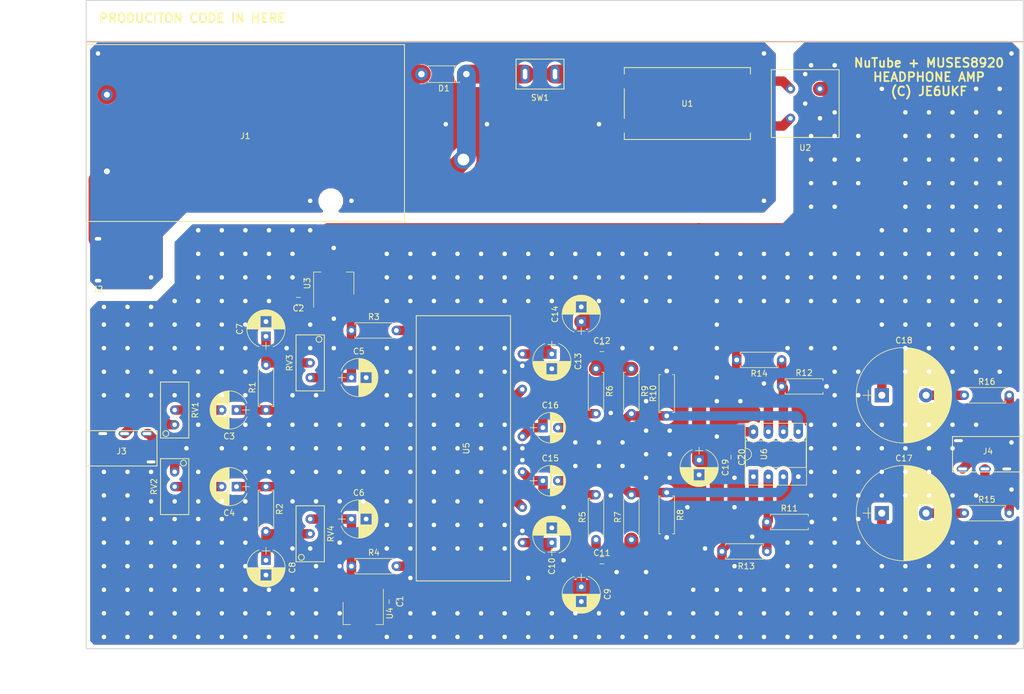
<source format=kicad_pcb>
(kicad_pcb (version 4) (host pcbnew 4.0.7)
  (layers (0 F.Cu signal) (31 B.Cu signal) (34 B.Paste user) (35 F.Paste user) (36 B.SilkS user) (37 F.SilkS user) (38 B.Mask user) (39 F.Mask user) (44 Edge.Cuts user))
  (net 0 "")
  (net 1 OPAMPvcc)
  (net 2 GND)
  (net 3 NuTubeG1)
  (net 4 "Net-(C3-Pad2)")
  (net 5 NuTubeG2)
  (net 6 "Net-(C4-Pad2)")
  (net 7 Rch+3.3V)
  (net 8 Lch+3.3V)
  (net 9 "Net-(C7-Pad1)")
  (net 10 "Net-(C8-Pad1)")
  (net 11 NuTubeF1)
  (net 12 NuTubeF3)
  (net 13 NuTubeA1)
  (net 14 "Net-(C15-Pad2)")
  (net 15 NuTubeA2)
  (net 16 "Net-(C16-Pad2)")
  (net 17 "Net-(C17-Pad1)")
  (net 18 "Net-(C17-Pad2)")
  (net 19 "Net-(C18-Pad1)")
  (net 20 "Net-(C18-Pad2)")
  (net 21 "Net-(D1-Pad1)")
  (net 22 "Net-(D1-Pad2)")
  (net 23 "Net-(J1-Pad2)")
  (net 24 AudioInRch)
  (net 25 AudioInLch)
  (net 26 AudioOutRch)
  (net 27 AudioOutLch)
  (net 28 "Net-(R11-Pad1)")
  (net 29 "Net-(R12-Pad1)")
  (net 30 "Net-(SW1-Pad2)")
  (net 31 "Net-(U1-Pad3)")
  (net 32 "Net-(U1-Pad4)")
  (net 33 "Net-(U1-Pad5)")
  (net 34 "Net-(U1-Pad6)")
  (module via:via (layer F.Cu) (at 213 29)
    (fp_text reference "" hide)
    (fp_text value "" hide)
    (pad 1 thru_hole circle (at 0 0) (size 0.77 0.77) (drill 0.762) (layers *.Cu *.Mask) (net 2 GND))
  )
  (module via:via (layer F.Cu) (at 207 35)
    (fp_text reference "" hide)
    (fp_text value "" hide)
    (pad 1 thru_hole circle (at 0 0) (size 0.77 0.77) (drill 0.762) (layers *.Cu *.Mask) (net 2 GND))
  )
  (module via:via (layer F.Cu) (at 166 116)
    (fp_text reference "" hide)
    (fp_text value "" hide)
    (pad 1 thru_hole circle (at 0 0) (size 0.77 0.77) (drill 0.762) (layers *.Cu *.Mask) (net 2 GND))
  )
  (module via:via (layer F.Cu) (at 169 111)
    (fp_text reference "" hide)
    (fp_text value "" hide)
    (pad 1 thru_hole circle (at 0 0) (size 0.77 0.77) (drill 0.762) (layers *.Cu *.Mask) (net 2 GND))
  )
  (module via:via (layer F.Cu) (at 137 106)
    (fp_text reference "" hide)
    (fp_text value "" hide)
    (pad 1 thru_hole circle (at 0 0) (size 0.77 0.77) (drill 0.762) (layers *.Cu *.Mask) (net 2 GND))
  )
  (module via:via (layer F.Cu) (at 137 115)
    (fp_text reference "" hide)
    (fp_text value "" hide)
    (pad 1 thru_hole circle (at 0 0) (size 0.77 0.77) (drill 0.762) (layers *.Cu *.Mask) (net 2 GND))
  )
  (module via:via (layer F.Cu) (at 131 118)
    (fp_text reference "" hide)
    (fp_text value "" hide)
    (pad 1 thru_hole circle (at 0 0) (size 0.77 0.77) (drill 0.762) (layers *.Cu *.Mask) (net 2 GND))
  )
  (module via:via (layer F.Cu) (at 111 118)
    (fp_text reference "" hide)
    (fp_text value "" hide)
    (pad 1 thru_hole circle (at 0 0) (size 0.77 0.77) (drill 0.762) (layers *.Cu *.Mask) (net 2 GND))
  )
  (module via:via (layer F.Cu) (at 67 105)
    (fp_text reference "" hide)
    (fp_text value "" hide)
    (pad 1 thru_hole circle (at 0 0) (size 0.77 0.77) (drill 0.762) (layers *.Cu *.Mask) (net 2 GND))
  )
  (module via:via (layer F.Cu) (at 95 87)
    (fp_text reference "" hide)
    (fp_text value "" hide)
    (pad 1 thru_hole circle (at 0 0) (size 0.77 0.77) (drill 0.762) (layers *.Cu *.Mask) (net 2 GND))
  )
  (module via:via (layer F.Cu) (at 91 87)
    (fp_text reference "" hide)
    (fp_text value "" hide)
    (pad 1 thru_hole circle (at 0 0) (size 0.77 0.77) (drill 0.762) (layers *.Cu *.Mask) (net 2 GND))
  )
  (module via:via (layer F.Cu) (at 101 54)
    (fp_text reference "" hide)
    (fp_text value "" hide)
    (pad 1 thru_hole circle (at 0 0) (size 0.77 0.77) (drill 0.762) (layers *.Cu *.Mask) (net 23 "Net-(J1-Pad2)"))
  )
  (module via:via (layer F.Cu) (at 94 54)
    (fp_text reference "" hide)
    (fp_text value "" hide)
    (pad 1 thru_hole circle (at 0 0) (size 0.77 0.77) (drill 0.762) (layers *.Cu *.Mask) (net 23 "Net-(J1-Pad2)"))
  )
  (module via:via (layer F.Cu) (at 67 67)
    (fp_text reference "" hide)
    (fp_text value "" hide)
    (pad 1 thru_hole circle (at 0 0) (size 0.77 0.77) (drill 0.762) (layers *.Cu *.Mask) (net 23 "Net-(J1-Pad2)"))
  )
  (module via:via (layer F.Cu) (at 58 29)
    (fp_text reference "" hide)
    (fp_text value "" hide)
    (pad 1 thru_hole circle (at 0 0) (size 0.77 0.77) (drill 0.762) (layers *.Cu *.Mask) (net 23 "Net-(J1-Pad2)"))
  )
  (module via:via (layer F.Cu) (at 117 41)
    (fp_text reference "" hide)
    (fp_text value "" hide)
    (pad 1 thru_hole circle (at 0 0) (size 0.77 0.77) (drill 0.762) (layers *.Cu *.Mask) (net 23 "Net-(J1-Pad2)"))
  )
  (module via:via (layer F.Cu) (at 124 41)
    (fp_text reference "" hide)
    (fp_text value "" hide)
    (pad 1 thru_hole circle (at 0 0) (size 0.77 0.77) (drill 0.762) (layers *.Cu *.Mask) (net 23 "Net-(J1-Pad2)"))
  )
  (module via:via (layer F.Cu) (at 143 41)
    (fp_text reference "" hide)
    (fp_text value "" hide)
    (pad 1 thru_hole circle (at 0 0) (size 0.77 0.77) (drill 0.762) (layers *.Cu *.Mask) (net 23 "Net-(J1-Pad2)"))
  )
  (module via:via (layer F.Cu) (at 171 29)
    (fp_text reference "" hide)
    (fp_text value "" hide)
    (pad 1 thru_hole circle (at 0 0) (size 0.77 0.77) (drill 0.762) (layers *.Cu *.Mask) (net 23 "Net-(J1-Pad2)"))
  )
  (module via:via (layer F.Cu) (at 171 54)
    (fp_text reference "" hide)
    (fp_text value "" hide)
    (pad 1 thru_hole circle (at 0 0) (size 0.77 0.77) (drill 0.762) (layers *.Cu *.Mask) (net 23 "Net-(J1-Pad2)"))
  )
  (module via:via (layer F.Cu) (at 94 75)
    (fp_text reference "" hide)
    (fp_text value "" hide)
    (pad 1 thru_hole circle (at 0 0) (size 0.77 0.77) (drill 0.762) (layers *.Cu *.Mask) (net 2 GND))
  )
  (module via:via (layer F.Cu) (at 87 71)
    (fp_text reference "" hide)
    (fp_text value "" hide)
    (pad 1 thru_hole circle (at 0 0) (size 0.77 0.77) (drill 0.762) (layers *.Cu *.Mask) (net 2 GND))
  )
  (module via:via (layer F.Cu) (at 87 63)
    (fp_text reference "" hide)
    (fp_text value "" hide)
    (pad 1 thru_hole circle (at 0 0) (size 0.77 0.77) (drill 0.762) (layers *.Cu *.Mask) (net 2 GND))
  )
  (module via:via (layer F.Cu) (at 87 59)
    (fp_text reference "" hide)
    (fp_text value "" hide)
    (pad 1 thru_hole circle (at 0 0) (size 0.77 0.77) (drill 0.762) (layers *.Cu *.Mask) (net 2 GND))
  )
  (module via:via (layer F.Cu) (at 91 63)
    (fp_text reference "" hide)
    (fp_text value "" hide)
    (pad 1 thru_hole circle (at 0 0) (size 0.77 0.77) (drill 0.762) (layers *.Cu *.Mask) (net 2 GND))
  )
  (module via:via (layer F.Cu) (at 91 59)
    (fp_text reference "" hide)
    (fp_text value "" hide)
    (pad 1 thru_hole circle (at 0 0) (size 0.77 0.77) (drill 0.762) (layers *.Cu *.Mask) (net 2 GND))
  )
  (module via:via (layer F.Cu) (at 91 67)
    (fp_text reference "" hide)
    (fp_text value "" hide)
    (pad 1 thru_hole circle (at 0 0) (size 0.77 0.77) (drill 0.762) (layers *.Cu *.Mask) (net 2 GND))
  )
  (module via:via (layer F.Cu) (at 87 67)
    (fp_text reference "" hide)
    (fp_text value "" hide)
    (pad 1 thru_hole circle (at 0 0) (size 0.77 0.77) (drill 0.762) (layers *.Cu *.Mask) (net 2 GND))
  )
  (module via:via (layer F.Cu) (at 79 67)
    (fp_text reference "" hide)
    (fp_text value "" hide)
    (pad 1 thru_hole circle (at 0 0) (size 0.77 0.77) (drill 0.762) (layers *.Cu *.Mask) (net 2 GND))
  )
  (module via:via (layer F.Cu) (at 75 67)
    (fp_text reference "" hide)
    (fp_text value "" hide)
    (pad 1 thru_hole circle (at 0 0) (size 0.77 0.77) (drill 0.762) (layers *.Cu *.Mask) (net 2 GND))
  )
  (module via:via (layer F.Cu) (at 83 67)
    (fp_text reference "" hide)
    (fp_text value "" hide)
    (pad 1 thru_hole circle (at 0 0) (size 0.77 0.77) (drill 0.762) (layers *.Cu *.Mask) (net 2 GND))
  )
  (module via:via (layer F.Cu) (at 83 59)
    (fp_text reference "" hide)
    (fp_text value "" hide)
    (pad 1 thru_hole circle (at 0 0) (size 0.77 0.77) (drill 0.762) (layers *.Cu *.Mask) (net 2 GND))
  )
  (module via:via (layer F.Cu) (at 83 63)
    (fp_text reference "" hide)
    (fp_text value "" hide)
    (pad 1 thru_hole circle (at 0 0) (size 0.77 0.77) (drill 0.762) (layers *.Cu *.Mask) (net 2 GND))
  )
  (module via:via (layer F.Cu) (at 75 59)
    (fp_text reference "" hide)
    (fp_text value "" hide)
    (pad 1 thru_hole circle (at 0 0) (size 0.77 0.77) (drill 0.762) (layers *.Cu *.Mask) (net 2 GND))
  )
  (module via:via (layer F.Cu) (at 79 59)
    (fp_text reference "" hide)
    (fp_text value "" hide)
    (pad 1 thru_hole circle (at 0 0) (size 0.77 0.77) (drill 0.762) (layers *.Cu *.Mask) (net 2 GND))
  )
  (module via:via (layer F.Cu) (at 79 63)
    (fp_text reference "" hide)
    (fp_text value "" hide)
    (pad 1 thru_hole circle (at 0 0) (size 0.77 0.77) (drill 0.762) (layers *.Cu *.Mask) (net 2 GND))
  )
  (module via:via (layer F.Cu) (at 75 63)
    (fp_text reference "" hide)
    (fp_text value "" hide)
    (pad 1 thru_hole circle (at 0 0) (size 0.77 0.77) (drill 0.762) (layers *.Cu *.Mask) (net 2 GND))
  )
  (module via:via (layer F.Cu) (at 75 75)
    (fp_text reference "" hide)
    (fp_text value "" hide)
    (pad 1 thru_hole circle (at 0 0) (size 0.77 0.77) (drill 0.762) (layers *.Cu *.Mask) (net 2 GND))
  )
  (module via:via (layer F.Cu) (at 79 75)
    (fp_text reference "" hide)
    (fp_text value "" hide)
    (pad 1 thru_hole circle (at 0 0) (size 0.77 0.77) (drill 0.762) (layers *.Cu *.Mask) (net 2 GND))
  )
  (module via:via (layer F.Cu) (at 71 75)
    (fp_text reference "" hide)
    (fp_text value "" hide)
    (pad 1 thru_hole circle (at 0 0) (size 0.77 0.77) (drill 0.762) (layers *.Cu *.Mask) (net 2 GND))
  )
  (module via:via (layer F.Cu) (at 59 75)
    (fp_text reference "" hide)
    (fp_text value "" hide)
    (pad 1 thru_hole circle (at 0 0) (size 0.77 0.77) (drill 0.762) (layers *.Cu *.Mask) (net 2 GND))
  )
  (module via:via (layer F.Cu) (at 59 72)
    (fp_text reference "" hide)
    (fp_text value "" hide)
    (pad 1 thru_hole circle (at 0 0) (size 0.77 0.77) (drill 0.762) (layers *.Cu *.Mask) (net 2 GND))
  )
  (module via:via (layer F.Cu) (at 79 71)
    (fp_text reference "" hide)
    (fp_text value "" hide)
    (pad 1 thru_hole circle (at 0 0) (size 0.77 0.77) (drill 0.762) (layers *.Cu *.Mask) (net 2 GND))
  )
  (module via:via (layer F.Cu) (at 67 72)
    (fp_text reference "" hide)
    (fp_text value "" hide)
    (pad 1 thru_hole circle (at 0 0) (size 0.77 0.77) (drill 0.762) (layers *.Cu *.Mask) (net 2 GND))
  )
  (module via:via (layer F.Cu) (at 71 71)
    (fp_text reference "" hide)
    (fp_text value "" hide)
    (pad 1 thru_hole circle (at 0 0) (size 0.77 0.77) (drill 0.762) (layers *.Cu *.Mask) (net 2 GND))
  )
  (module via:via (layer F.Cu) (at 75 71)
    (fp_text reference "" hide)
    (fp_text value "" hide)
    (pad 1 thru_hole circle (at 0 0) (size 0.77 0.77) (drill 0.762) (layers *.Cu *.Mask) (net 2 GND))
  )
  (module via:via (layer F.Cu) (at 67 75)
    (fp_text reference "" hide)
    (fp_text value "" hide)
    (pad 1 thru_hole circle (at 0 0) (size 0.77 0.77) (drill 0.762) (layers *.Cu *.Mask) (net 2 GND))
  )
  (module via:via (layer F.Cu) (at 63 72)
    (fp_text reference "" hide)
    (fp_text value "" hide)
    (pad 1 thru_hole circle (at 0 0) (size 0.77 0.77) (drill 0.762) (layers *.Cu *.Mask) (net 2 GND))
  )
  (module via:via (layer F.Cu) (at 63 75)
    (fp_text reference "" hide)
    (fp_text value "" hide)
    (pad 1 thru_hole circle (at 0 0) (size 0.77 0.77) (drill 0.762) (layers *.Cu *.Mask) (net 2 GND))
  )
  (module via:via (layer F.Cu) (at 83 75)
    (fp_text reference "" hide)
    (fp_text value "" hide)
    (pad 1 thru_hole circle (at 0 0) (size 0.77 0.77) (drill 0.762) (layers *.Cu *.Mask) (net 2 GND))
  )
  (module via:via (layer F.Cu) (at 83 71)
    (fp_text reference "" hide)
    (fp_text value "" hide)
    (pad 1 thru_hole circle (at 0 0) (size 0.77 0.77) (drill 0.762) (layers *.Cu *.Mask) (net 2 GND))
  )
  (module via:via (layer F.Cu) (at 83 87)
    (fp_text reference "" hide)
    (fp_text value "" hide)
    (pad 1 thru_hole circle (at 0 0) (size 0.77 0.77) (drill 0.762) (layers *.Cu *.Mask) (net 2 GND))
  )
  (module via:via (layer F.Cu) (at 83 79)
    (fp_text reference "" hide)
    (fp_text value "" hide)
    (pad 1 thru_hole circle (at 0 0) (size 0.77 0.77) (drill 0.762) (layers *.Cu *.Mask) (net 2 GND))
  )
  (module via:via (layer F.Cu) (at 83 83)
    (fp_text reference "" hide)
    (fp_text value "" hide)
    (pad 1 thru_hole circle (at 0 0) (size 0.77 0.77) (drill 0.762) (layers *.Cu *.Mask) (net 2 GND))
  )
  (module via:via (layer F.Cu) (at 63 83)
    (fp_text reference "" hide)
    (fp_text value "" hide)
    (pad 1 thru_hole circle (at 0 0) (size 0.77 0.77) (drill 0.762) (layers *.Cu *.Mask) (net 2 GND))
  )
  (module via:via (layer F.Cu) (at 63 79)
    (fp_text reference "" hide)
    (fp_text value "" hide)
    (pad 1 thru_hole circle (at 0 0) (size 0.77 0.77) (drill 0.762) (layers *.Cu *.Mask) (net 2 GND))
  )
  (module via:via (layer F.Cu) (at 63 87)
    (fp_text reference "" hide)
    (fp_text value "" hide)
    (pad 1 thru_hole circle (at 0 0) (size 0.77 0.77) (drill 0.762) (layers *.Cu *.Mask) (net 2 GND))
  )
  (module via:via (layer F.Cu) (at 67 83)
    (fp_text reference "" hide)
    (fp_text value "" hide)
    (pad 1 thru_hole circle (at 0 0) (size 0.77 0.77) (drill 0.762) (layers *.Cu *.Mask) (net 2 GND))
  )
  (module via:via (layer F.Cu) (at 75 87)
    (fp_text reference "" hide)
    (fp_text value "" hide)
    (pad 1 thru_hole circle (at 0 0) (size 0.77 0.77) (drill 0.762) (layers *.Cu *.Mask) (net 2 GND))
  )
  (module via:via (layer F.Cu) (at 67 87)
    (fp_text reference "" hide)
    (fp_text value "" hide)
    (pad 1 thru_hole circle (at 0 0) (size 0.77 0.77) (drill 0.762) (layers *.Cu *.Mask) (net 2 GND))
  )
  (module via:via (layer F.Cu) (at 75 79)
    (fp_text reference "" hide)
    (fp_text value "" hide)
    (pad 1 thru_hole circle (at 0 0) (size 0.77 0.77) (drill 0.762) (layers *.Cu *.Mask) (net 2 GND))
  )
  (module via:via (layer F.Cu) (at 71 79)
    (fp_text reference "" hide)
    (fp_text value "" hide)
    (pad 1 thru_hole circle (at 0 0) (size 0.77 0.77) (drill 0.762) (layers *.Cu *.Mask) (net 2 GND))
  )
  (module via:via (layer F.Cu) (at 67 79)
    (fp_text reference "" hide)
    (fp_text value "" hide)
    (pad 1 thru_hole circle (at 0 0) (size 0.77 0.77) (drill 0.762) (layers *.Cu *.Mask) (net 2 GND))
  )
  (module via:via (layer F.Cu) (at 79 79)
    (fp_text reference "" hide)
    (fp_text value "" hide)
    (pad 1 thru_hole circle (at 0 0) (size 0.77 0.77) (drill 0.762) (layers *.Cu *.Mask) (net 2 GND))
  )
  (module via:via (layer F.Cu) (at 79 87)
    (fp_text reference "" hide)
    (fp_text value "" hide)
    (pad 1 thru_hole circle (at 0 0) (size 0.77 0.77) (drill 0.762) (layers *.Cu *.Mask) (net 2 GND))
  )
  (module via:via (layer F.Cu) (at 59 79)
    (fp_text reference "" hide)
    (fp_text value "" hide)
    (pad 1 thru_hole circle (at 0 0) (size 0.77 0.77) (drill 0.762) (layers *.Cu *.Mask) (net 2 GND))
  )
  (module via:via (layer F.Cu) (at 59 87)
    (fp_text reference "" hide)
    (fp_text value "" hide)
    (pad 1 thru_hole circle (at 0 0) (size 0.77 0.77) (drill 0.762) (layers *.Cu *.Mask) (net 2 GND))
  )
  (module via:via (layer F.Cu) (at 59 83)
    (fp_text reference "" hide)
    (fp_text value "" hide)
    (pad 1 thru_hole circle (at 0 0) (size 0.77 0.77) (drill 0.762) (layers *.Cu *.Mask) (net 2 GND))
  )
  (module via:via (layer F.Cu) (at 71 83)
    (fp_text reference "" hide)
    (fp_text value "" hide)
    (pad 1 thru_hole circle (at 0 0) (size 0.77 0.77) (drill 0.762) (layers *.Cu *.Mask) (net 2 GND))
  )
  (module via:via (layer F.Cu) (at 79 83)
    (fp_text reference "" hide)
    (fp_text value "" hide)
    (pad 1 thru_hole circle (at 0 0) (size 0.77 0.77) (drill 0.762) (layers *.Cu *.Mask) (net 2 GND))
  )
  (module via:via (layer F.Cu) (at 75 83)
    (fp_text reference "" hide)
    (fp_text value "" hide)
    (pad 1 thru_hole circle (at 0 0) (size 0.77 0.77) (drill 0.762) (layers *.Cu *.Mask) (net 2 GND))
  )
  (module via:via (layer F.Cu) (at 59 100)
    (fp_text reference "" hide)
    (fp_text value "" hide)
    (pad 1 thru_hole circle (at 0 0) (size 0.77 0.77) (drill 0.762) (layers *.Cu *.Mask) (net 2 GND))
  )
  (module via:via (layer F.Cu) (at 59 104)
    (fp_text reference "" hide)
    (fp_text value "" hide)
    (pad 1 thru_hole circle (at 0 0) (size 0.77 0.77) (drill 0.762) (layers *.Cu *.Mask) (net 2 GND))
  )
  (module via:via (layer F.Cu) (at 67 100)
    (fp_text reference "" hide)
    (fp_text value "" hide)
    (pad 1 thru_hole circle (at 0 0) (size 0.77 0.77) (drill 0.762) (layers *.Cu *.Mask) (net 2 GND))
  )
  (module via:via (layer F.Cu) (at 63 104)
    (fp_text reference "" hide)
    (fp_text value "" hide)
    (pad 1 thru_hole circle (at 0 0) (size 0.77 0.77) (drill 0.762) (layers *.Cu *.Mask) (net 2 GND))
  )
  (module via:via (layer F.Cu) (at 63 100)
    (fp_text reference "" hide)
    (fp_text value "" hide)
    (pad 1 thru_hole circle (at 0 0) (size 0.77 0.77) (drill 0.762) (layers *.Cu *.Mask) (net 2 GND))
  )
  (module via:via (layer F.Cu) (at 75 105)
    (fp_text reference "" hide)
    (fp_text value "" hide)
    (pad 1 thru_hole circle (at 0 0) (size 0.77 0.77) (drill 0.762) (layers *.Cu *.Mask) (net 2 GND))
  )
  (module via:via (layer F.Cu) (at 79 105)
    (fp_text reference "" hide)
    (fp_text value "" hide)
    (pad 1 thru_hole circle (at 0 0) (size 0.77 0.77) (drill 0.762) (layers *.Cu *.Mask) (net 2 GND))
  )
  (module via:via (layer F.Cu) (at 83 105)
    (fp_text reference "" hide)
    (fp_text value "" hide)
    (pad 1 thru_hole circle (at 0 0) (size 0.77 0.77) (drill 0.762) (layers *.Cu *.Mask) (net 2 GND))
  )
  (module via:via (layer F.Cu) (at 83 108)
    (fp_text reference "" hide)
    (fp_text value "" hide)
    (pad 1 thru_hole circle (at 0 0) (size 0.77 0.77) (drill 0.762) (layers *.Cu *.Mask) (net 2 GND))
  )
  (module via:via (layer F.Cu) (at 83 116)
    (fp_text reference "" hide)
    (fp_text value "" hide)
    (pad 1 thru_hole circle (at 0 0) (size 0.77 0.77) (drill 0.762) (layers *.Cu *.Mask) (net 2 GND))
  )
  (module via:via (layer F.Cu) (at 83 112)
    (fp_text reference "" hide)
    (fp_text value "" hide)
    (pad 1 thru_hole circle (at 0 0) (size 0.77 0.77) (drill 0.762) (layers *.Cu *.Mask) (net 2 GND))
  )
  (module via:via (layer F.Cu) (at 63 108)
    (fp_text reference "" hide)
    (fp_text value "" hide)
    (pad 1 thru_hole circle (at 0 0) (size 0.77 0.77) (drill 0.762) (layers *.Cu *.Mask) (net 2 GND))
  )
  (module via:via (layer F.Cu) (at 63 112)
    (fp_text reference "" hide)
    (fp_text value "" hide)
    (pad 1 thru_hole circle (at 0 0) (size 0.77 0.77) (drill 0.762) (layers *.Cu *.Mask) (net 2 GND))
  )
  (module via:via (layer F.Cu) (at 67 108)
    (fp_text reference "" hide)
    (fp_text value "" hide)
    (pad 1 thru_hole circle (at 0 0) (size 0.77 0.77) (drill 0.762) (layers *.Cu *.Mask) (net 2 GND))
  )
  (module via:via (layer F.Cu) (at 67 112)
    (fp_text reference "" hide)
    (fp_text value "" hide)
    (pad 1 thru_hole circle (at 0 0) (size 0.77 0.77) (drill 0.762) (layers *.Cu *.Mask) (net 2 GND))
  )
  (module via:via (layer F.Cu) (at 59 112)
    (fp_text reference "" hide)
    (fp_text value "" hide)
    (pad 1 thru_hole circle (at 0 0) (size 0.77 0.77) (drill 0.762) (layers *.Cu *.Mask) (net 2 GND))
  )
  (module via:via (layer F.Cu) (at 59 108)
    (fp_text reference "" hide)
    (fp_text value "" hide)
    (pad 1 thru_hole circle (at 0 0) (size 0.77 0.77) (drill 0.762) (layers *.Cu *.Mask) (net 2 GND))
  )
  (module via:via (layer F.Cu) (at 71 108)
    (fp_text reference "" hide)
    (fp_text value "" hide)
    (pad 1 thru_hole circle (at 0 0) (size 0.77 0.77) (drill 0.762) (layers *.Cu *.Mask) (net 2 GND))
  )
  (module via:via (layer F.Cu) (at 71 112)
    (fp_text reference "" hide)
    (fp_text value "" hide)
    (pad 1 thru_hole circle (at 0 0) (size 0.77 0.77) (drill 0.762) (layers *.Cu *.Mask) (net 2 GND))
  )
  (module via:via (layer F.Cu) (at 79 112)
    (fp_text reference "" hide)
    (fp_text value "" hide)
    (pad 1 thru_hole circle (at 0 0) (size 0.77 0.77) (drill 0.762) (layers *.Cu *.Mask) (net 2 GND))
  )
  (module via:via (layer F.Cu) (at 79 108)
    (fp_text reference "" hide)
    (fp_text value "" hide)
    (pad 1 thru_hole circle (at 0 0) (size 0.77 0.77) (drill 0.762) (layers *.Cu *.Mask) (net 2 GND))
  )
  (module via:via (layer F.Cu) (at 75 112)
    (fp_text reference "" hide)
    (fp_text value "" hide)
    (pad 1 thru_hole circle (at 0 0) (size 0.77 0.77) (drill 0.762) (layers *.Cu *.Mask) (net 2 GND))
  )
  (module via:via (layer F.Cu) (at 75 108)
    (fp_text reference "" hide)
    (fp_text value "" hide)
    (pad 1 thru_hole circle (at 0 0) (size 0.77 0.77) (drill 0.762) (layers *.Cu *.Mask) (net 2 GND))
  )
  (module via:via (layer F.Cu) (at 91 113)
    (fp_text reference "" hide)
    (fp_text value "" hide)
    (pad 1 thru_hole circle (at 0 0) (size 0.77 0.77) (drill 0.762) (layers *.Cu *.Mask) (net 2 GND))
  )
  (module via:via (layer F.Cu) (at 91 105)
    (fp_text reference "" hide)
    (fp_text value "" hide)
    (pad 1 thru_hole circle (at 0 0) (size 0.77 0.77) (drill 0.762) (layers *.Cu *.Mask) (net 2 GND))
  )
  (module via:via (layer F.Cu) (at 99 105)
    (fp_text reference "" hide)
    (fp_text value "" hide)
    (pad 1 thru_hole circle (at 0 0) (size 0.77 0.77) (drill 0.762) (layers *.Cu *.Mask) (net 2 GND))
  )
  (module via:via (layer F.Cu) (at 103 105)
    (fp_text reference "" hide)
    (fp_text value "" hide)
    (pad 1 thru_hole circle (at 0 0) (size 0.77 0.77) (drill 0.762) (layers *.Cu *.Mask) (net 2 GND))
  )
  (module via:via (layer F.Cu) (at 95 105)
    (fp_text reference "" hide)
    (fp_text value "" hide)
    (pad 1 thru_hole circle (at 0 0) (size 0.77 0.77) (drill 0.762) (layers *.Cu *.Mask) (net 2 GND))
  )
  (module via:via (layer F.Cu) (at 99 116)
    (fp_text reference "" hide)
    (fp_text value "" hide)
    (pad 1 thru_hole circle (at 0 0) (size 0.77 0.77) (drill 0.762) (layers *.Cu *.Mask) (net 2 GND))
  )
  (module via:via (layer F.Cu) (at 99 112)
    (fp_text reference "" hide)
    (fp_text value "" hide)
    (pad 1 thru_hole circle (at 0 0) (size 0.77 0.77) (drill 0.762) (layers *.Cu *.Mask) (net 2 GND))
  )
  (module via:via (layer F.Cu) (at 95 116)
    (fp_text reference "" hide)
    (fp_text value "" hide)
    (pad 1 thru_hole circle (at 0 0) (size 0.77 0.77) (drill 0.762) (layers *.Cu *.Mask) (net 2 GND))
  )
  (module via:via (layer F.Cu) (at 95 120)
    (fp_text reference "" hide)
    (fp_text value "" hide)
    (pad 1 thru_hole circle (at 0 0) (size 0.77 0.77) (drill 0.762) (layers *.Cu *.Mask) (net 2 GND))
  )
  (module via:via (layer F.Cu) (at 91 120)
    (fp_text reference "" hide)
    (fp_text value "" hide)
    (pad 1 thru_hole circle (at 0 0) (size 0.77 0.77) (drill 0.762) (layers *.Cu *.Mask) (net 2 GND))
  )
  (module via:via (layer F.Cu) (at 87 120)
    (fp_text reference "" hide)
    (fp_text value "" hide)
    (pad 1 thru_hole circle (at 0 0) (size 0.77 0.77) (drill 0.762) (layers *.Cu *.Mask) (net 2 GND))
  )
  (module via:via (layer F.Cu) (at 83 120)
    (fp_text reference "" hide)
    (fp_text value "" hide)
    (pad 1 thru_hole circle (at 0 0) (size 0.77 0.77) (drill 0.762) (layers *.Cu *.Mask) (net 2 GND))
  )
  (module via:via (layer F.Cu) (at 75 116)
    (fp_text reference "" hide)
    (fp_text value "" hide)
    (pad 1 thru_hole circle (at 0 0) (size 0.77 0.77) (drill 0.762) (layers *.Cu *.Mask) (net 2 GND))
  )
  (module via:via (layer F.Cu) (at 75 120)
    (fp_text reference "" hide)
    (fp_text value "" hide)
    (pad 1 thru_hole circle (at 0 0) (size 0.77 0.77) (drill 0.762) (layers *.Cu *.Mask) (net 2 GND))
  )
  (module via:via (layer F.Cu) (at 79 116)
    (fp_text reference "" hide)
    (fp_text value "" hide)
    (pad 1 thru_hole circle (at 0 0) (size 0.77 0.77) (drill 0.762) (layers *.Cu *.Mask) (net 2 GND))
  )
  (module via:via (layer F.Cu) (at 79 120)
    (fp_text reference "" hide)
    (fp_text value "" hide)
    (pad 1 thru_hole circle (at 0 0) (size 0.77 0.77) (drill 0.762) (layers *.Cu *.Mask) (net 2 GND))
  )
  (module via:via (layer F.Cu) (at 71 120)
    (fp_text reference "" hide)
    (fp_text value "" hide)
    (pad 1 thru_hole circle (at 0 0) (size 0.77 0.77) (drill 0.762) (layers *.Cu *.Mask) (net 2 GND))
  )
  (module via:via (layer F.Cu) (at 71 116)
    (fp_text reference "" hide)
    (fp_text value "" hide)
    (pad 1 thru_hole circle (at 0 0) (size 0.77 0.77) (drill 0.762) (layers *.Cu *.Mask) (net 2 GND))
  )
  (module via:via (layer F.Cu) (at 59 116)
    (fp_text reference "" hide)
    (fp_text value "" hide)
    (pad 1 thru_hole circle (at 0 0) (size 0.77 0.77) (drill 0.762) (layers *.Cu *.Mask) (net 2 GND))
  )
  (module via:via (layer F.Cu) (at 59 120)
    (fp_text reference "" hide)
    (fp_text value "" hide)
    (pad 1 thru_hole circle (at 0 0) (size 0.77 0.77) (drill 0.762) (layers *.Cu *.Mask) (net 2 GND))
  )
  (module via:via (layer F.Cu) (at 67 120)
    (fp_text reference "" hide)
    (fp_text value "" hide)
    (pad 1 thru_hole circle (at 0 0) (size 0.77 0.77) (drill 0.762) (layers *.Cu *.Mask) (net 2 GND))
  )
  (module via:via (layer F.Cu) (at 67 116)
    (fp_text reference "" hide)
    (fp_text value "" hide)
    (pad 1 thru_hole circle (at 0 0) (size 0.77 0.77) (drill 0.762) (layers *.Cu *.Mask) (net 2 GND))
  )
  (module via:via (layer F.Cu) (at 63 120)
    (fp_text reference "" hide)
    (fp_text value "" hide)
    (pad 1 thru_hole circle (at 0 0) (size 0.77 0.77) (drill 0.762) (layers *.Cu *.Mask) (net 2 GND))
  )
  (module via:via (layer F.Cu) (at 63 116)
    (fp_text reference "" hide)
    (fp_text value "" hide)
    (pad 1 thru_hole circle (at 0 0) (size 0.77 0.77) (drill 0.762) (layers *.Cu *.Mask) (net 2 GND))
  )
  (module via:via (layer F.Cu) (at 63 124)
    (fp_text reference "" hide)
    (fp_text value "" hide)
    (pad 1 thru_hole circle (at 0 0) (size 0.77 0.77) (drill 0.762) (layers *.Cu *.Mask) (net 2 GND))
  )
  (module via:via (layer F.Cu) (at 63 128)
    (fp_text reference "" hide)
    (fp_text value "" hide)
    (pad 1 thru_hole circle (at 0 0) (size 0.77 0.77) (drill 0.762) (layers *.Cu *.Mask) (net 2 GND))
  )
  (module via:via (layer F.Cu) (at 67 124)
    (fp_text reference "" hide)
    (fp_text value "" hide)
    (pad 1 thru_hole circle (at 0 0) (size 0.77 0.77) (drill 0.762) (layers *.Cu *.Mask) (net 2 GND))
  )
  (module via:via (layer F.Cu) (at 67 128)
    (fp_text reference "" hide)
    (fp_text value "" hide)
    (pad 1 thru_hole circle (at 0 0) (size 0.77 0.77) (drill 0.762) (layers *.Cu *.Mask) (net 2 GND))
  )
  (module via:via (layer F.Cu) (at 59 128)
    (fp_text reference "" hide)
    (fp_text value "" hide)
    (pad 1 thru_hole circle (at 0 0) (size 0.77 0.77) (drill 0.762) (layers *.Cu *.Mask) (net 2 GND))
  )
  (module via:via (layer F.Cu) (at 59 124)
    (fp_text reference "" hide)
    (fp_text value "" hide)
    (pad 1 thru_hole circle (at 0 0) (size 0.77 0.77) (drill 0.762) (layers *.Cu *.Mask) (net 2 GND))
  )
  (module via:via (layer F.Cu) (at 87 124)
    (fp_text reference "" hide)
    (fp_text value "" hide)
    (pad 1 thru_hole circle (at 0 0) (size 0.77 0.77) (drill 0.762) (layers *.Cu *.Mask) (net 2 GND))
  )
  (module via:via (layer F.Cu) (at 91 124)
    (fp_text reference "" hide)
    (fp_text value "" hide)
    (pad 1 thru_hole circle (at 0 0) (size 0.77 0.77) (drill 0.762) (layers *.Cu *.Mask) (net 2 GND))
  )
  (module via:via (layer F.Cu) (at 83 124)
    (fp_text reference "" hide)
    (fp_text value "" hide)
    (pad 1 thru_hole circle (at 0 0) (size 0.77 0.77) (drill 0.762) (layers *.Cu *.Mask) (net 2 GND))
  )
  (module via:via (layer F.Cu) (at 71 124)
    (fp_text reference "" hide)
    (fp_text value "" hide)
    (pad 1 thru_hole circle (at 0 0) (size 0.77 0.77) (drill 0.762) (layers *.Cu *.Mask) (net 2 GND))
  )
  (module via:via (layer F.Cu) (at 71 128)
    (fp_text reference "" hide)
    (fp_text value "" hide)
    (pad 1 thru_hole circle (at 0 0) (size 0.77 0.77) (drill 0.762) (layers *.Cu *.Mask) (net 2 GND))
  )
  (module via:via (layer F.Cu) (at 91 128)
    (fp_text reference "" hide)
    (fp_text value "" hide)
    (pad 1 thru_hole circle (at 0 0) (size 0.77 0.77) (drill 0.762) (layers *.Cu *.Mask) (net 2 GND))
  )
  (module via:via (layer F.Cu) (at 79 128)
    (fp_text reference "" hide)
    (fp_text value "" hide)
    (pad 1 thru_hole circle (at 0 0) (size 0.77 0.77) (drill 0.762) (layers *.Cu *.Mask) (net 2 GND))
  )
  (module via:via (layer F.Cu) (at 83 128)
    (fp_text reference "" hide)
    (fp_text value "" hide)
    (pad 1 thru_hole circle (at 0 0) (size 0.77 0.77) (drill 0.762) (layers *.Cu *.Mask) (net 2 GND))
  )
  (module via:via (layer F.Cu) (at 87 128)
    (fp_text reference "" hide)
    (fp_text value "" hide)
    (pad 1 thru_hole circle (at 0 0) (size 0.77 0.77) (drill 0.762) (layers *.Cu *.Mask) (net 2 GND))
  )
  (module via:via (layer F.Cu) (at 79 124)
    (fp_text reference "" hide)
    (fp_text value "" hide)
    (pad 1 thru_hole circle (at 0 0) (size 0.77 0.77) (drill 0.762) (layers *.Cu *.Mask) (net 2 GND))
  )
  (module via:via (layer F.Cu) (at 75 128)
    (fp_text reference "" hide)
    (fp_text value "" hide)
    (pad 1 thru_hole circle (at 0 0) (size 0.77 0.77) (drill 0.762) (layers *.Cu *.Mask) (net 2 GND))
  )
  (module via:via (layer F.Cu) (at 95 128)
    (fp_text reference "" hide)
    (fp_text value "" hide)
    (pad 1 thru_hole circle (at 0 0) (size 0.77 0.77) (drill 0.762) (layers *.Cu *.Mask) (net 2 GND))
  )
  (module via:via (layer F.Cu) (at 95 124)
    (fp_text reference "" hide)
    (fp_text value "" hide)
    (pad 1 thru_hole circle (at 0 0) (size 0.77 0.77) (drill 0.762) (layers *.Cu *.Mask) (net 2 GND))
  )
  (module via:via (layer F.Cu) (at 75 124)
    (fp_text reference "" hide)
    (fp_text value "" hide)
    (pad 1 thru_hole circle (at 0 0) (size 0.77 0.77) (drill 0.762) (layers *.Cu *.Mask) (net 2 GND))
  )
  (module via:via (layer F.Cu) (at 107 128)
    (fp_text reference "" hide)
    (fp_text value "" hide)
    (pad 1 thru_hole circle (at 0 0) (size 0.77 0.77) (drill 0.762) (layers *.Cu *.Mask) (net 2 GND))
  )
  (module via:via (layer F.Cu) (at 99 128)
    (fp_text reference "" hide)
    (fp_text value "" hide)
    (pad 1 thru_hole circle (at 0 0) (size 0.77 0.77) (drill 0.762) (layers *.Cu *.Mask) (net 2 GND))
  )
  (module via:via (layer F.Cu) (at 99 124)
    (fp_text reference "" hide)
    (fp_text value "" hide)
    (pad 1 thru_hole circle (at 0 0) (size 0.77 0.77) (drill 0.762) (layers *.Cu *.Mask) (net 2 GND))
  )
  (module via:via (layer F.Cu) (at 207 104)
    (fp_text reference "" hide)
    (fp_text value "" hide)
    (pad 1 thru_hole circle (at 0 0) (size 0.77 0.77) (drill 0.762) (layers *.Cu *.Mask) (net 2 GND))
  )
  (module via:via (layer F.Cu) (at 207 92)
    (fp_text reference "" hide)
    (fp_text value "" hide)
    (pad 1 thru_hole circle (at 0 0) (size 0.77 0.77) (drill 0.762) (layers *.Cu *.Mask) (net 2 GND))
  )
  (module via:via (layer F.Cu) (at 199 92)
    (fp_text reference "" hide)
    (fp_text value "" hide)
    (pad 1 thru_hole circle (at 0 0) (size 0.77 0.77) (drill 0.762) (layers *.Cu *.Mask) (net 2 GND))
  )
  (module via:via (layer F.Cu) (at 199 96)
    (fp_text reference "" hide)
    (fp_text value "" hide)
    (pad 1 thru_hole circle (at 0 0) (size 0.77 0.77) (drill 0.762) (layers *.Cu *.Mask) (net 2 GND))
  )
  (module via:via (layer F.Cu) (at 203 96)
    (fp_text reference "" hide)
    (fp_text value "" hide)
    (pad 1 thru_hole circle (at 0 0) (size 0.77 0.77) (drill 0.762) (layers *.Cu *.Mask) (net 2 GND))
  )
  (module via:via (layer F.Cu) (at 203 92)
    (fp_text reference "" hide)
    (fp_text value "" hide)
    (pad 1 thru_hole circle (at 0 0) (size 0.77 0.77) (drill 0.762) (layers *.Cu *.Mask) (net 2 GND))
  )
  (module via:via (layer F.Cu) (at 199 100)
    (fp_text reference "" hide)
    (fp_text value "" hide)
    (pad 1 thru_hole circle (at 0 0) (size 0.77 0.77) (drill 0.762) (layers *.Cu *.Mask) (net 2 GND))
  )
  (module via:via (layer F.Cu) (at 203 104)
    (fp_text reference "" hide)
    (fp_text value "" hide)
    (pad 1 thru_hole circle (at 0 0) (size 0.77 0.77) (drill 0.762) (layers *.Cu *.Mask) (net 2 GND))
  )
  (module via:via (layer F.Cu) (at 199 104)
    (fp_text reference "" hide)
    (fp_text value "" hide)
    (pad 1 thru_hole circle (at 0 0) (size 0.77 0.77) (drill 0.762) (layers *.Cu *.Mask) (net 2 GND))
  )
  (module via:via (layer F.Cu) (at 191 104)
    (fp_text reference "" hide)
    (fp_text value "" hide)
    (pad 1 thru_hole circle (at 0 0) (size 0.77 0.77) (drill 0.762) (layers *.Cu *.Mask) (net 2 GND))
  )
  (module via:via (layer F.Cu) (at 195 104)
    (fp_text reference "" hide)
    (fp_text value "" hide)
    (pad 1 thru_hole circle (at 0 0) (size 0.77 0.77) (drill 0.762) (layers *.Cu *.Mask) (net 2 GND))
  )
  (module via:via (layer F.Cu) (at 191 100)
    (fp_text reference "" hide)
    (fp_text value "" hide)
    (pad 1 thru_hole circle (at 0 0) (size 0.77 0.77) (drill 0.762) (layers *.Cu *.Mask) (net 2 GND))
  )
  (module via:via (layer F.Cu) (at 195 100)
    (fp_text reference "" hide)
    (fp_text value "" hide)
    (pad 1 thru_hole circle (at 0 0) (size 0.77 0.77) (drill 0.762) (layers *.Cu *.Mask) (net 2 GND))
  )
  (module via:via (layer F.Cu) (at 195 92)
    (fp_text reference "" hide)
    (fp_text value "" hide)
    (pad 1 thru_hole circle (at 0 0) (size 0.77 0.77) (drill 0.762) (layers *.Cu *.Mask) (net 2 GND))
  )
  (module via:via (layer F.Cu) (at 195 96)
    (fp_text reference "" hide)
    (fp_text value "" hide)
    (pad 1 thru_hole circle (at 0 0) (size 0.77 0.77) (drill 0.762) (layers *.Cu *.Mask) (net 2 GND))
  )
  (module via:via (layer F.Cu) (at 191 96)
    (fp_text reference "" hide)
    (fp_text value "" hide)
    (pad 1 thru_hole circle (at 0 0) (size 0.77 0.77) (drill 0.762) (layers *.Cu *.Mask) (net 2 GND))
  )
  (module via:via (layer F.Cu) (at 191 92)
    (fp_text reference "" hide)
    (fp_text value "" hide)
    (pad 1 thru_hole circle (at 0 0) (size 0.77 0.77) (drill 0.762) (layers *.Cu *.Mask) (net 2 GND))
  )
  (module via:via (layer F.Cu) (at 187 87)
    (fp_text reference "" hide)
    (fp_text value "" hide)
    (pad 1 thru_hole circle (at 0 0) (size 0.77 0.77) (drill 0.762) (layers *.Cu *.Mask) (net 2 GND))
  )
  (module via:via (layer F.Cu) (at 183 87)
    (fp_text reference "" hide)
    (fp_text value "" hide)
    (pad 1 thru_hole circle (at 0 0) (size 0.77 0.77) (drill 0.762) (layers *.Cu *.Mask) (net 2 GND))
  )
  (module via:via (layer F.Cu) (at 179 92)
    (fp_text reference "" hide)
    (fp_text value "" hide)
    (pad 1 thru_hole circle (at 0 0) (size 0.77 0.77) (drill 0.762) (layers *.Cu *.Mask) (net 2 GND))
  )
  (module via:via (layer F.Cu) (at 179 96)
    (fp_text reference "" hide)
    (fp_text value "" hide)
    (pad 1 thru_hole circle (at 0 0) (size 0.77 0.77) (drill 0.762) (layers *.Cu *.Mask) (net 2 GND))
  )
  (module via:via (layer F.Cu) (at 183 92)
    (fp_text reference "" hide)
    (fp_text value "" hide)
    (pad 1 thru_hole circle (at 0 0) (size 0.77 0.77) (drill 0.762) (layers *.Cu *.Mask) (net 2 GND))
  )
  (module via:via (layer F.Cu) (at 183 96)
    (fp_text reference "" hide)
    (fp_text value "" hide)
    (pad 1 thru_hole circle (at 0 0) (size 0.77 0.77) (drill 0.762) (layers *.Cu *.Mask) (net 2 GND))
  )
  (module via:via (layer F.Cu) (at 187 96)
    (fp_text reference "" hide)
    (fp_text value "" hide)
    (pad 1 thru_hole circle (at 0 0) (size 0.77 0.77) (drill 0.762) (layers *.Cu *.Mask) (net 2 GND))
  )
  (module via:via (layer F.Cu) (at 187 92)
    (fp_text reference "" hide)
    (fp_text value "" hide)
    (pad 1 thru_hole circle (at 0 0) (size 0.77 0.77) (drill 0.762) (layers *.Cu *.Mask) (net 2 GND))
  )
  (module via:via (layer F.Cu) (at 187 100)
    (fp_text reference "" hide)
    (fp_text value "" hide)
    (pad 1 thru_hole circle (at 0 0) (size 0.77 0.77) (drill 0.762) (layers *.Cu *.Mask) (net 2 GND))
  )
  (module via:via (layer F.Cu) (at 187 108)
    (fp_text reference "" hide)
    (fp_text value "" hide)
    (pad 1 thru_hole circle (at 0 0) (size 0.77 0.77) (drill 0.762) (layers *.Cu *.Mask) (net 2 GND))
  )
  (module via:via (layer F.Cu) (at 187 112)
    (fp_text reference "" hide)
    (fp_text value "" hide)
    (pad 1 thru_hole circle (at 0 0) (size 0.77 0.77) (drill 0.762) (layers *.Cu *.Mask) (net 2 GND))
  )
  (module via:via (layer F.Cu) (at 187 104)
    (fp_text reference "" hide)
    (fp_text value "" hide)
    (pad 1 thru_hole circle (at 0 0) (size 0.77 0.77) (drill 0.762) (layers *.Cu *.Mask) (net 2 GND))
  )
  (module via:via (layer F.Cu) (at 183 104)
    (fp_text reference "" hide)
    (fp_text value "" hide)
    (pad 1 thru_hole circle (at 0 0) (size 0.77 0.77) (drill 0.762) (layers *.Cu *.Mask) (net 2 GND))
  )
  (module via:via (layer F.Cu) (at 183 100)
    (fp_text reference "" hide)
    (fp_text value "" hide)
    (pad 1 thru_hole circle (at 0 0) (size 0.77 0.77) (drill 0.762) (layers *.Cu *.Mask) (net 2 GND))
  )
  (module via:via (layer F.Cu) (at 179 104)
    (fp_text reference "" hide)
    (fp_text value "" hide)
    (pad 1 thru_hole circle (at 0 0) (size 0.77 0.77) (drill 0.762) (layers *.Cu *.Mask) (net 2 GND))
  )
  (module via:via (layer F.Cu) (at 179 100)
    (fp_text reference "" hide)
    (fp_text value "" hide)
    (pad 1 thru_hole circle (at 0 0) (size 0.77 0.77) (drill 0.762) (layers *.Cu *.Mask) (net 2 GND))
  )
  (module via:via (layer F.Cu) (at 175 112)
    (fp_text reference "" hide)
    (fp_text value "" hide)
    (pad 1 thru_hole circle (at 0 0) (size 0.77 0.77) (drill 0.762) (layers *.Cu *.Mask) (net 2 GND))
  )
  (module via:via (layer F.Cu) (at 175 116)
    (fp_text reference "" hide)
    (fp_text value "" hide)
    (pad 1 thru_hole circle (at 0 0) (size 0.77 0.77) (drill 0.762) (layers *.Cu *.Mask) (net 2 GND))
  )
  (module via:via (layer F.Cu) (at 183 116)
    (fp_text reference "" hide)
    (fp_text value "" hide)
    (pad 1 thru_hole circle (at 0 0) (size 0.77 0.77) (drill 0.762) (layers *.Cu *.Mask) (net 2 GND))
  )
  (module via:via (layer F.Cu) (at 183 112)
    (fp_text reference "" hide)
    (fp_text value "" hide)
    (pad 1 thru_hole circle (at 0 0) (size 0.77 0.77) (drill 0.762) (layers *.Cu *.Mask) (net 2 GND))
  )
  (module via:via (layer F.Cu) (at 179 116)
    (fp_text reference "" hide)
    (fp_text value "" hide)
    (pad 1 thru_hole circle (at 0 0) (size 0.77 0.77) (drill 0.762) (layers *.Cu *.Mask) (net 2 GND))
  )
  (module via:via (layer F.Cu) (at 179 112)
    (fp_text reference "" hide)
    (fp_text value "" hide)
    (pad 1 thru_hole circle (at 0 0) (size 0.77 0.77) (drill 0.762) (layers *.Cu *.Mask) (net 2 GND))
  )
  (module via:via (layer F.Cu) (at 183 108)
    (fp_text reference "" hide)
    (fp_text value "" hide)
    (pad 1 thru_hole circle (at 0 0) (size 0.77 0.77) (drill 0.762) (layers *.Cu *.Mask) (net 2 GND))
  )
  (module via:via (layer F.Cu) (at 158 106)
    (fp_text reference "" hide)
    (fp_text value "" hide)
    (pad 1 thru_hole circle (at 0 0) (size 0.77 0.77) (drill 0.762) (layers *.Cu *.Mask) (net 2 GND))
  )
  (module via:via (layer F.Cu) (at 166 101)
    (fp_text reference "" hide)
    (fp_text value "" hide)
    (pad 1 thru_hole circle (at 0 0) (size 0.77 0.77) (drill 0.762) (layers *.Cu *.Mask) (net 2 GND))
  )
  (module via:via (layer F.Cu) (at 166 106)
    (fp_text reference "" hide)
    (fp_text value "" hide)
    (pad 1 thru_hole circle (at 0 0) (size 0.77 0.77) (drill 0.762) (layers *.Cu *.Mask) (net 2 GND))
  )
  (module via:via (layer F.Cu) (at 161 113)
    (fp_text reference "" hide)
    (fp_text value "" hide)
    (pad 1 thru_hole circle (at 0 0) (size 0.77 0.77) (drill 0.762) (layers *.Cu *.Mask) (net 2 GND))
  )
  (module via:via (layer F.Cu) (at 163 120)
    (fp_text reference "" hide)
    (fp_text value "" hide)
    (pad 1 thru_hole circle (at 0 0) (size 0.77 0.77) (drill 0.762) (layers *.Cu *.Mask) (net 2 GND))
  )
  (module via:via (layer F.Cu) (at 159 120)
    (fp_text reference "" hide)
    (fp_text value "" hide)
    (pad 1 thru_hole circle (at 0 0) (size 0.77 0.77) (drill 0.762) (layers *.Cu *.Mask) (net 2 GND))
  )
  (module via:via (layer F.Cu) (at 187 120)
    (fp_text reference "" hide)
    (fp_text value "" hide)
    (pad 1 thru_hole circle (at 0 0) (size 0.77 0.77) (drill 0.762) (layers *.Cu *.Mask) (net 2 GND))
  )
  (module via:via (layer F.Cu) (at 175 120)
    (fp_text reference "" hide)
    (fp_text value "" hide)
    (pad 1 thru_hole circle (at 0 0) (size 0.77 0.77) (drill 0.762) (layers *.Cu *.Mask) (net 2 GND))
  )
  (module via:via (layer F.Cu) (at 183 120)
    (fp_text reference "" hide)
    (fp_text value "" hide)
    (pad 1 thru_hole circle (at 0 0) (size 0.77 0.77) (drill 0.762) (layers *.Cu *.Mask) (net 2 GND))
  )
  (module via:via (layer F.Cu) (at 179 120)
    (fp_text reference "" hide)
    (fp_text value "" hide)
    (pad 1 thru_hole circle (at 0 0) (size 0.77 0.77) (drill 0.762) (layers *.Cu *.Mask) (net 2 GND))
  )
  (module via:via (layer F.Cu) (at 171 120)
    (fp_text reference "" hide)
    (fp_text value "" hide)
    (pad 1 thru_hole circle (at 0 0) (size 0.77 0.77) (drill 0.762) (layers *.Cu *.Mask) (net 2 GND))
  )
  (module via:via (layer F.Cu) (at 167 120)
    (fp_text reference "" hide)
    (fp_text value "" hide)
    (pad 1 thru_hole circle (at 0 0) (size 0.77 0.77) (drill 0.762) (layers *.Cu *.Mask) (net 2 GND))
  )
  (module via:via (layer F.Cu) (at 213 95)
    (fp_text reference "" hide)
    (fp_text value "" hide)
    (pad 1 thru_hole circle (at 0 0) (size 0.77 0.77) (drill 0.762) (layers *.Cu *.Mask) (net 2 GND))
  )
  (module via:via (layer F.Cu) (at 213 103)
    (fp_text reference "" hide)
    (fp_text value "" hide)
    (pad 1 thru_hole circle (at 0 0) (size 0.77 0.77) (drill 0.762) (layers *.Cu *.Mask) (net 2 GND))
  )
  (module via:via (layer F.Cu) (at 211 112)
    (fp_text reference "" hide)
    (fp_text value "" hide)
    (pad 1 thru_hole circle (at 0 0) (size 0.77 0.77) (drill 0.762) (layers *.Cu *.Mask) (net 2 GND))
  )
  (module via:via (layer F.Cu) (at 207 112)
    (fp_text reference "" hide)
    (fp_text value "" hide)
    (pad 1 thru_hole circle (at 0 0) (size 0.77 0.77) (drill 0.762) (layers *.Cu *.Mask) (net 2 GND))
  )
  (module via:via (layer F.Cu) (at 203 112)
    (fp_text reference "" hide)
    (fp_text value "" hide)
    (pad 1 thru_hole circle (at 0 0) (size 0.77 0.77) (drill 0.762) (layers *.Cu *.Mask) (net 2 GND))
  )
  (module via:via (layer F.Cu) (at 191 116)
    (fp_text reference "" hide)
    (fp_text value "" hide)
    (pad 1 thru_hole circle (at 0 0) (size 0.77 0.77) (drill 0.762) (layers *.Cu *.Mask) (net 2 GND))
  )
  (module via:via (layer F.Cu) (at 195 116)
    (fp_text reference "" hide)
    (fp_text value "" hide)
    (pad 1 thru_hole circle (at 0 0) (size 0.77 0.77) (drill 0.762) (layers *.Cu *.Mask) (net 2 GND))
  )
  (module via:via (layer F.Cu) (at 195 120)
    (fp_text reference "" hide)
    (fp_text value "" hide)
    (pad 1 thru_hole circle (at 0 0) (size 0.77 0.77) (drill 0.762) (layers *.Cu *.Mask) (net 2 GND))
  )
  (module via:via (layer F.Cu) (at 191 120)
    (fp_text reference "" hide)
    (fp_text value "" hide)
    (pad 1 thru_hole circle (at 0 0) (size 0.77 0.77) (drill 0.762) (layers *.Cu *.Mask) (net 2 GND))
  )
  (module via:via (layer F.Cu) (at 199 120)
    (fp_text reference "" hide)
    (fp_text value "" hide)
    (pad 1 thru_hole circle (at 0 0) (size 0.77 0.77) (drill 0.762) (layers *.Cu *.Mask) (net 2 GND))
  )
  (module via:via (layer F.Cu) (at 199 116)
    (fp_text reference "" hide)
    (fp_text value "" hide)
    (pad 1 thru_hole circle (at 0 0) (size 0.77 0.77) (drill 0.762) (layers *.Cu *.Mask) (net 2 GND))
  )
  (module via:via (layer F.Cu) (at 207 120)
    (fp_text reference "" hide)
    (fp_text value "" hide)
    (pad 1 thru_hole circle (at 0 0) (size 0.77 0.77) (drill 0.762) (layers *.Cu *.Mask) (net 2 GND))
  )
  (module via:via (layer F.Cu) (at 203 120)
    (fp_text reference "" hide)
    (fp_text value "" hide)
    (pad 1 thru_hole circle (at 0 0) (size 0.77 0.77) (drill 0.762) (layers *.Cu *.Mask) (net 2 GND))
  )
  (module via:via (layer F.Cu) (at 203 116)
    (fp_text reference "" hide)
    (fp_text value "" hide)
    (pad 1 thru_hole circle (at 0 0) (size 0.77 0.77) (drill 0.762) (layers *.Cu *.Mask) (net 2 GND))
  )
  (module via:via (layer F.Cu) (at 207 116)
    (fp_text reference "" hide)
    (fp_text value "" hide)
    (pad 1 thru_hole circle (at 0 0) (size 0.77 0.77) (drill 0.762) (layers *.Cu *.Mask) (net 2 GND))
  )
  (module via:via (layer F.Cu) (at 207 124)
    (fp_text reference "" hide)
    (fp_text value "" hide)
    (pad 1 thru_hole circle (at 0 0) (size 0.77 0.77) (drill 0.762) (layers *.Cu *.Mask) (net 2 GND))
  )
  (module via:via (layer F.Cu) (at 211 124)
    (fp_text reference "" hide)
    (fp_text value "" hide)
    (pad 1 thru_hole circle (at 0 0) (size 0.77 0.77) (drill 0.762) (layers *.Cu *.Mask) (net 2 GND))
  )
  (module via:via (layer F.Cu) (at 203 124)
    (fp_text reference "" hide)
    (fp_text value "" hide)
    (pad 1 thru_hole circle (at 0 0) (size 0.77 0.77) (drill 0.762) (layers *.Cu *.Mask) (net 2 GND))
  )
  (module via:via (layer F.Cu) (at 211 128)
    (fp_text reference "" hide)
    (fp_text value "" hide)
    (pad 1 thru_hole circle (at 0 0) (size 0.77 0.77) (drill 0.762) (layers *.Cu *.Mask) (net 2 GND))
  )
  (module via:via (layer F.Cu) (at 203 128)
    (fp_text reference "" hide)
    (fp_text value "" hide)
    (pad 1 thru_hole circle (at 0 0) (size 0.77 0.77) (drill 0.762) (layers *.Cu *.Mask) (net 2 GND))
  )
  (module via:via (layer F.Cu) (at 207 128)
    (fp_text reference "" hide)
    (fp_text value "" hide)
    (pad 1 thru_hole circle (at 0 0) (size 0.77 0.77) (drill 0.762) (layers *.Cu *.Mask) (net 2 GND))
  )
  (module via:via (layer F.Cu) (at 211 120)
    (fp_text reference "" hide)
    (fp_text value "" hide)
    (pad 1 thru_hole circle (at 0 0) (size 0.77 0.77) (drill 0.762) (layers *.Cu *.Mask) (net 2 GND))
  )
  (module via:via (layer F.Cu) (at 211 116)
    (fp_text reference "" hide)
    (fp_text value "" hide)
    (pad 1 thru_hole circle (at 0 0) (size 0.77 0.77) (drill 0.762) (layers *.Cu *.Mask) (net 2 GND))
  )
  (module via:via (layer F.Cu) (at 167 124)
    (fp_text reference "" hide)
    (fp_text value "" hide)
    (pad 1 thru_hole circle (at 0 0) (size 0.77 0.77) (drill 0.762) (layers *.Cu *.Mask) (net 2 GND))
  )
  (module via:via (layer F.Cu) (at 167 128)
    (fp_text reference "" hide)
    (fp_text value "" hide)
    (pad 1 thru_hole circle (at 0 0) (size 0.77 0.77) (drill 0.762) (layers *.Cu *.Mask) (net 2 GND))
  )
  (module via:via (layer F.Cu) (at 171 128)
    (fp_text reference "" hide)
    (fp_text value "" hide)
    (pad 1 thru_hole circle (at 0 0) (size 0.77 0.77) (drill 0.762) (layers *.Cu *.Mask) (net 2 GND))
  )
  (module via:via (layer F.Cu) (at 171 124)
    (fp_text reference "" hide)
    (fp_text value "" hide)
    (pad 1 thru_hole circle (at 0 0) (size 0.77 0.77) (drill 0.762) (layers *.Cu *.Mask) (net 2 GND))
  )
  (module via:via (layer F.Cu) (at 179 124)
    (fp_text reference "" hide)
    (fp_text value "" hide)
    (pad 1 thru_hole circle (at 0 0) (size 0.77 0.77) (drill 0.762) (layers *.Cu *.Mask) (net 2 GND))
  )
  (module via:via (layer F.Cu) (at 199 124)
    (fp_text reference "" hide)
    (fp_text value "" hide)
    (pad 1 thru_hole circle (at 0 0) (size 0.77 0.77) (drill 0.762) (layers *.Cu *.Mask) (net 2 GND))
  )
  (module via:via (layer F.Cu) (at 199 128)
    (fp_text reference "" hide)
    (fp_text value "" hide)
    (pad 1 thru_hole circle (at 0 0) (size 0.77 0.77) (drill 0.762) (layers *.Cu *.Mask) (net 2 GND))
  )
  (module via:via (layer F.Cu) (at 179 128)
    (fp_text reference "" hide)
    (fp_text value "" hide)
    (pad 1 thru_hole circle (at 0 0) (size 0.77 0.77) (drill 0.762) (layers *.Cu *.Mask) (net 2 GND))
  )
  (module via:via (layer F.Cu) (at 183 124)
    (fp_text reference "" hide)
    (fp_text value "" hide)
    (pad 1 thru_hole circle (at 0 0) (size 0.77 0.77) (drill 0.762) (layers *.Cu *.Mask) (net 2 GND))
  )
  (module via:via (layer F.Cu) (at 191 128)
    (fp_text reference "" hide)
    (fp_text value "" hide)
    (pad 1 thru_hole circle (at 0 0) (size 0.77 0.77) (drill 0.762) (layers *.Cu *.Mask) (net 2 GND))
  )
  (module via:via (layer F.Cu) (at 187 128)
    (fp_text reference "" hide)
    (fp_text value "" hide)
    (pad 1 thru_hole circle (at 0 0) (size 0.77 0.77) (drill 0.762) (layers *.Cu *.Mask) (net 2 GND))
  )
  (module via:via (layer F.Cu) (at 183 128)
    (fp_text reference "" hide)
    (fp_text value "" hide)
    (pad 1 thru_hole circle (at 0 0) (size 0.77 0.77) (drill 0.762) (layers *.Cu *.Mask) (net 2 GND))
  )
  (module via:via (layer F.Cu) (at 195 128)
    (fp_text reference "" hide)
    (fp_text value "" hide)
    (pad 1 thru_hole circle (at 0 0) (size 0.77 0.77) (drill 0.762) (layers *.Cu *.Mask) (net 2 GND))
  )
  (module via:via (layer F.Cu) (at 175 128)
    (fp_text reference "" hide)
    (fp_text value "" hide)
    (pad 1 thru_hole circle (at 0 0) (size 0.77 0.77) (drill 0.762) (layers *.Cu *.Mask) (net 2 GND))
  )
  (module via:via (layer F.Cu) (at 175 124)
    (fp_text reference "" hide)
    (fp_text value "" hide)
    (pad 1 thru_hole circle (at 0 0) (size 0.77 0.77) (drill 0.762) (layers *.Cu *.Mask) (net 2 GND))
  )
  (module via:via (layer F.Cu) (at 187 124)
    (fp_text reference "" hide)
    (fp_text value "" hide)
    (pad 1 thru_hole circle (at 0 0) (size 0.77 0.77) (drill 0.762) (layers *.Cu *.Mask) (net 2 GND))
  )
  (module via:via (layer F.Cu) (at 195 124)
    (fp_text reference "" hide)
    (fp_text value "" hide)
    (pad 1 thru_hole circle (at 0 0) (size 0.77 0.77) (drill 0.762) (layers *.Cu *.Mask) (net 2 GND))
  )
  (module via:via (layer F.Cu) (at 191 124)
    (fp_text reference "" hide)
    (fp_text value "" hide)
    (pad 1 thru_hole circle (at 0 0) (size 0.77 0.77) (drill 0.762) (layers *.Cu *.Mask) (net 2 GND))
  )
  (module via:via (layer F.Cu) (at 155 124)
    (fp_text reference "" hide)
    (fp_text value "" hide)
    (pad 1 thru_hole circle (at 0 0) (size 0.77 0.77) (drill 0.762) (layers *.Cu *.Mask) (net 2 GND))
  )
  (module via:via (layer F.Cu) (at 159 124)
    (fp_text reference "" hide)
    (fp_text value "" hide)
    (pad 1 thru_hole circle (at 0 0) (size 0.77 0.77) (drill 0.762) (layers *.Cu *.Mask) (net 2 GND))
  )
  (module via:via (layer F.Cu) (at 151 124)
    (fp_text reference "" hide)
    (fp_text value "" hide)
    (pad 1 thru_hole circle (at 0 0) (size 0.77 0.77) (drill 0.762) (layers *.Cu *.Mask) (net 2 GND))
  )
  (module via:via (layer F.Cu) (at 139 124)
    (fp_text reference "" hide)
    (fp_text value "" hide)
    (pad 1 thru_hole circle (at 0 0) (size 0.77 0.77) (drill 0.762) (layers *.Cu *.Mask) (net 2 GND))
  )
  (module via:via (layer F.Cu) (at 139 128)
    (fp_text reference "" hide)
    (fp_text value "" hide)
    (pad 1 thru_hole circle (at 0 0) (size 0.77 0.77) (drill 0.762) (layers *.Cu *.Mask) (net 2 GND))
  )
  (module via:via (layer F.Cu) (at 159 128)
    (fp_text reference "" hide)
    (fp_text value "" hide)
    (pad 1 thru_hole circle (at 0 0) (size 0.77 0.77) (drill 0.762) (layers *.Cu *.Mask) (net 2 GND))
  )
  (module via:via (layer F.Cu) (at 147 128)
    (fp_text reference "" hide)
    (fp_text value "" hide)
    (pad 1 thru_hole circle (at 0 0) (size 0.77 0.77) (drill 0.762) (layers *.Cu *.Mask) (net 2 GND))
  )
  (module via:via (layer F.Cu) (at 151 128)
    (fp_text reference "" hide)
    (fp_text value "" hide)
    (pad 1 thru_hole circle (at 0 0) (size 0.77 0.77) (drill 0.762) (layers *.Cu *.Mask) (net 2 GND))
  )
  (module via:via (layer F.Cu) (at 155 128)
    (fp_text reference "" hide)
    (fp_text value "" hide)
    (pad 1 thru_hole circle (at 0 0) (size 0.77 0.77) (drill 0.762) (layers *.Cu *.Mask) (net 2 GND))
  )
  (module via:via (layer F.Cu) (at 147 124)
    (fp_text reference "" hide)
    (fp_text value "" hide)
    (pad 1 thru_hole circle (at 0 0) (size 0.77 0.77) (drill 0.762) (layers *.Cu *.Mask) (net 2 GND))
  )
  (module via:via (layer F.Cu) (at 143 128)
    (fp_text reference "" hide)
    (fp_text value "" hide)
    (pad 1 thru_hole circle (at 0 0) (size 0.77 0.77) (drill 0.762) (layers *.Cu *.Mask) (net 2 GND))
  )
  (module via:via (layer F.Cu) (at 163 128)
    (fp_text reference "" hide)
    (fp_text value "" hide)
    (pad 1 thru_hole circle (at 0 0) (size 0.77 0.77) (drill 0.762) (layers *.Cu *.Mask) (net 2 GND))
  )
  (module via:via (layer F.Cu) (at 163 124)
    (fp_text reference "" hide)
    (fp_text value "" hide)
    (pad 1 thru_hole circle (at 0 0) (size 0.77 0.77) (drill 0.762) (layers *.Cu *.Mask) (net 2 GND))
  )
  (module via:via (layer F.Cu) (at 143 124)
    (fp_text reference "" hide)
    (fp_text value "" hide)
    (pad 1 thru_hole circle (at 0 0) (size 0.77 0.77) (drill 0.762) (layers *.Cu *.Mask) (net 2 GND))
  )
  (module via:via (layer F.Cu) (at 115 124)
    (fp_text reference "" hide)
    (fp_text value "" hide)
    (pad 1 thru_hole circle (at 0 0) (size 0.77 0.77) (drill 0.762) (layers *.Cu *.Mask) (net 2 GND))
  )
  (module via:via (layer F.Cu) (at 135 124)
    (fp_text reference "" hide)
    (fp_text value "" hide)
    (pad 1 thru_hole circle (at 0 0) (size 0.77 0.77) (drill 0.762) (layers *.Cu *.Mask) (net 2 GND))
  )
  (module via:via (layer F.Cu) (at 135 128)
    (fp_text reference "" hide)
    (fp_text value "" hide)
    (pad 1 thru_hole circle (at 0 0) (size 0.77 0.77) (drill 0.762) (layers *.Cu *.Mask) (net 2 GND))
  )
  (module via:via (layer F.Cu) (at 115 128)
    (fp_text reference "" hide)
    (fp_text value "" hide)
    (pad 1 thru_hole circle (at 0 0) (size 0.77 0.77) (drill 0.762) (layers *.Cu *.Mask) (net 2 GND))
  )
  (module via:via (layer F.Cu) (at 119 124)
    (fp_text reference "" hide)
    (fp_text value "" hide)
    (pad 1 thru_hole circle (at 0 0) (size 0.77 0.77) (drill 0.762) (layers *.Cu *.Mask) (net 2 GND))
  )
  (module via:via (layer F.Cu) (at 127 128)
    (fp_text reference "" hide)
    (fp_text value "" hide)
    (pad 1 thru_hole circle (at 0 0) (size 0.77 0.77) (drill 0.762) (layers *.Cu *.Mask) (net 2 GND))
  )
  (module via:via (layer F.Cu) (at 123 128)
    (fp_text reference "" hide)
    (fp_text value "" hide)
    (pad 1 thru_hole circle (at 0 0) (size 0.77 0.77) (drill 0.762) (layers *.Cu *.Mask) (net 2 GND))
  )
  (module via:via (layer F.Cu) (at 119 128)
    (fp_text reference "" hide)
    (fp_text value "" hide)
    (pad 1 thru_hole circle (at 0 0) (size 0.77 0.77) (drill 0.762) (layers *.Cu *.Mask) (net 2 GND))
  )
  (module via:via (layer F.Cu) (at 131 128)
    (fp_text reference "" hide)
    (fp_text value "" hide)
    (pad 1 thru_hole circle (at 0 0) (size 0.77 0.77) (drill 0.762) (layers *.Cu *.Mask) (net 2 GND))
  )
  (module via:via (layer F.Cu) (at 111 128)
    (fp_text reference "" hide)
    (fp_text value "" hide)
    (pad 1 thru_hole circle (at 0 0) (size 0.77 0.77) (drill 0.762) (layers *.Cu *.Mask) (net 2 GND))
  )
  (module via:via (layer F.Cu) (at 111 124)
    (fp_text reference "" hide)
    (fp_text value "" hide)
    (pad 1 thru_hole circle (at 0 0) (size 0.77 0.77) (drill 0.762) (layers *.Cu *.Mask) (net 2 GND))
  )
  (module via:via (layer F.Cu) (at 123 124)
    (fp_text reference "" hide)
    (fp_text value "" hide)
    (pad 1 thru_hole circle (at 0 0) (size 0.77 0.77) (drill 0.762) (layers *.Cu *.Mask) (net 2 GND))
  )
  (module via:via (layer F.Cu) (at 131 124)
    (fp_text reference "" hide)
    (fp_text value "" hide)
    (pad 1 thru_hole circle (at 0 0) (size 0.77 0.77) (drill 0.762) (layers *.Cu *.Mask) (net 2 GND))
  )
  (module via:via (layer F.Cu) (at 127 124)
    (fp_text reference "" hide)
    (fp_text value "" hide)
    (pad 1 thru_hole circle (at 0 0) (size 0.77 0.77) (drill 0.762) (layers *.Cu *.Mask) (net 2 GND))
  )
  (module via:via (layer F.Cu) (at 146 117)
    (fp_text reference "" hide)
    (fp_text value "" hide)
    (pad 1 thru_hole circle (at 0 0) (size 0.77 0.77) (drill 0.762) (layers *.Cu *.Mask) (net 2 GND))
  )
  (module via:via (layer F.Cu) (at 151 117)
    (fp_text reference "" hide)
    (fp_text value "" hide)
    (pad 1 thru_hole circle (at 0 0) (size 0.77 0.77) (drill 0.762) (layers *.Cu *.Mask) (net 2 GND))
  )
  (module via:via (layer F.Cu) (at 145 104)
    (fp_text reference "" hide)
    (fp_text value "" hide)
    (pad 1 thru_hole circle (at 0 0) (size 0.77 0.77) (drill 0.762) (layers *.Cu *.Mask) (net 2 GND))
  )
  (module via:via (layer F.Cu) (at 151 88)
    (fp_text reference "" hide)
    (fp_text value "" hide)
    (pad 1 thru_hole circle (at 0 0) (size 0.77 0.77) (drill 0.762) (layers *.Cu *.Mask) (net 2 GND))
  )
  (module via:via (layer F.Cu) (at 145 90)
    (fp_text reference "" hide)
    (fp_text value "" hide)
    (pad 1 thru_hole circle (at 0 0) (size 0.77 0.77) (drill 0.762) (layers *.Cu *.Mask) (net 2 GND))
  )
  (module via:via (layer F.Cu) (at 155 97)
    (fp_text reference "" hide)
    (fp_text value "" hide)
    (pad 1 thru_hole circle (at 0 0) (size 0.77 0.77) (drill 0.762) (layers *.Cu *.Mask) (net 2 GND))
  )
  (module via:via (layer F.Cu) (at 151 97)
    (fp_text reference "" hide)
    (fp_text value "" hide)
    (pad 1 thru_hole circle (at 0 0) (size 0.77 0.77) (drill 0.762) (layers *.Cu *.Mask) (net 2 GND))
  )
  (module via:via (layer F.Cu) (at 155 101)
    (fp_text reference "" hide)
    (fp_text value "" hide)
    (pad 1 thru_hole circle (at 0 0) (size 0.77 0.77) (drill 0.762) (layers *.Cu *.Mask) (net 2 GND))
  )
  (module via:via (layer F.Cu) (at 151 101)
    (fp_text reference "" hide)
    (fp_text value "" hide)
    (pad 1 thru_hole circle (at 0 0) (size 0.77 0.77) (drill 0.762) (layers *.Cu *.Mask) (net 2 GND))
  )
  (module via:via (layer F.Cu) (at 151 93)
    (fp_text reference "" hide)
    (fp_text value "" hide)
    (pad 1 thru_hole circle (at 0 0) (size 0.77 0.77) (drill 0.762) (layers *.Cu *.Mask) (net 2 GND))
  )
  (module via:via (layer F.Cu) (at 155 93)
    (fp_text reference "" hide)
    (fp_text value "" hide)
    (pad 1 thru_hole circle (at 0 0) (size 0.77 0.77) (drill 0.762) (layers *.Cu *.Mask) (net 2 GND))
  )
  (module via:via (layer F.Cu) (at 139 99)
    (fp_text reference "" hide)
    (fp_text value "" hide)
    (pad 1 thru_hole circle (at 0 0) (size 0.77 0.77) (drill 0.762) (layers *.Cu *.Mask) (net 2 GND))
  )
  (module via:via (layer F.Cu) (at 143 99)
    (fp_text reference "" hide)
    (fp_text value "" hide)
    (pad 1 thru_hole circle (at 0 0) (size 0.77 0.77) (drill 0.762) (layers *.Cu *.Mask) (net 2 GND))
  )
  (module via:via (layer F.Cu) (at 147 99)
    (fp_text reference "" hide)
    (fp_text value "" hide)
    (pad 1 thru_hole circle (at 0 0) (size 0.77 0.77) (drill 0.762) (layers *.Cu *.Mask) (net 2 GND))
  )
  (module via:via (layer F.Cu) (at 107 96)
    (fp_text reference "" hide)
    (fp_text value "" hide)
    (pad 1 thru_hole circle (at 0 0) (size 0.77 0.77) (drill 0.762) (layers *.Cu *.Mask) (net 2 GND))
  )
  (module via:via (layer F.Cu) (at 111 96)
    (fp_text reference "" hide)
    (fp_text value "" hide)
    (pad 1 thru_hole circle (at 0 0) (size 0.77 0.77) (drill 0.762) (layers *.Cu *.Mask) (net 2 GND))
  )
  (module via:via (layer F.Cu) (at 103 96)
    (fp_text reference "" hide)
    (fp_text value "" hide)
    (pad 1 thru_hole circle (at 0 0) (size 0.77 0.77) (drill 0.762) (layers *.Cu *.Mask) (net 2 GND))
  )
  (module via:via (layer F.Cu) (at 171 85)
    (fp_text reference "" hide)
    (fp_text value "" hide)
    (pad 1 thru_hole circle (at 0 0) (size 0.77 0.77) (drill 0.762) (layers *.Cu *.Mask) (net 2 GND))
  )
  (module via:via (layer F.Cu) (at 183 83)
    (fp_text reference "" hide)
    (fp_text value "" hide)
    (pad 1 thru_hole circle (at 0 0) (size 0.77 0.77) (drill 0.762) (layers *.Cu *.Mask) (net 2 GND))
  )
  (module via:via (layer F.Cu) (at 187 83)
    (fp_text reference "" hide)
    (fp_text value "" hide)
    (pad 1 thru_hole circle (at 0 0) (size 0.77 0.77) (drill 0.762) (layers *.Cu *.Mask) (net 2 GND))
  )
  (module via:via (layer F.Cu) (at 175 79)
    (fp_text reference "" hide)
    (fp_text value "" hide)
    (pad 1 thru_hole circle (at 0 0) (size 0.77 0.77) (drill 0.762) (layers *.Cu *.Mask) (net 2 GND))
  )
  (module via:via (layer F.Cu) (at 179 79)
    (fp_text reference "" hide)
    (fp_text value "" hide)
    (pad 1 thru_hole circle (at 0 0) (size 0.77 0.77) (drill 0.762) (layers *.Cu *.Mask) (net 2 GND))
  )
  (module via:via (layer F.Cu) (at 183 79)
    (fp_text reference "" hide)
    (fp_text value "" hide)
    (pad 1 thru_hole circle (at 0 0) (size 0.77 0.77) (drill 0.762) (layers *.Cu *.Mask) (net 2 GND))
  )
  (module via:via (layer F.Cu) (at 203 83)
    (fp_text reference "" hide)
    (fp_text value "" hide)
    (pad 1 thru_hole circle (at 0 0) (size 0.77 0.77) (drill 0.762) (layers *.Cu *.Mask) (net 2 GND))
  )
  (module via:via (layer F.Cu) (at 199 83)
    (fp_text reference "" hide)
    (fp_text value "" hide)
    (pad 1 thru_hole circle (at 0 0) (size 0.77 0.77) (drill 0.762) (layers *.Cu *.Mask) (net 2 GND))
  )
  (module via:via (layer F.Cu) (at 207 83)
    (fp_text reference "" hide)
    (fp_text value "" hide)
    (pad 1 thru_hole circle (at 0 0) (size 0.77 0.77) (drill 0.762) (layers *.Cu *.Mask) (net 2 GND))
  )
  (module via:via (layer F.Cu) (at 195 83)
    (fp_text reference "" hide)
    (fp_text value "" hide)
    (pad 1 thru_hole circle (at 0 0) (size 0.77 0.77) (drill 0.762) (layers *.Cu *.Mask) (net 2 GND))
  )
  (module via:via (layer F.Cu) (at 211 83)
    (fp_text reference "" hide)
    (fp_text value "" hide)
    (pad 1 thru_hole circle (at 0 0) (size 0.77 0.77) (drill 0.762) (layers *.Cu *.Mask) (net 2 GND))
  )
  (module via:via (layer F.Cu) (at 203 75)
    (fp_text reference "" hide)
    (fp_text value "" hide)
    (pad 1 thru_hole circle (at 0 0) (size 0.77 0.77) (drill 0.762) (layers *.Cu *.Mask) (net 2 GND))
  )
  (module via:via (layer F.Cu) (at 199 75)
    (fp_text reference "" hide)
    (fp_text value "" hide)
    (pad 1 thru_hole circle (at 0 0) (size 0.77 0.77) (drill 0.762) (layers *.Cu *.Mask) (net 2 GND))
  )
  (module via:via (layer F.Cu) (at 207 75)
    (fp_text reference "" hide)
    (fp_text value "" hide)
    (pad 1 thru_hole circle (at 0 0) (size 0.77 0.77) (drill 0.762) (layers *.Cu *.Mask) (net 2 GND))
  )
  (module via:via (layer F.Cu) (at 195 75)
    (fp_text reference "" hide)
    (fp_text value "" hide)
    (pad 1 thru_hole circle (at 0 0) (size 0.77 0.77) (drill 0.762) (layers *.Cu *.Mask) (net 2 GND))
  )
  (module via:via (layer F.Cu) (at 211 75)
    (fp_text reference "" hide)
    (fp_text value "" hide)
    (pad 1 thru_hole circle (at 0 0) (size 0.77 0.77) (drill 0.762) (layers *.Cu *.Mask) (net 2 GND))
  )
  (module via:via (layer F.Cu) (at 191 75)
    (fp_text reference "" hide)
    (fp_text value "" hide)
    (pad 1 thru_hole circle (at 0 0) (size 0.77 0.77) (drill 0.762) (layers *.Cu *.Mask) (net 2 GND))
  )
  (module via:via (layer F.Cu) (at 211 79)
    (fp_text reference "" hide)
    (fp_text value "" hide)
    (pad 1 thru_hole circle (at 0 0) (size 0.77 0.77) (drill 0.762) (layers *.Cu *.Mask) (net 2 GND))
  )
  (module via:via (layer F.Cu) (at 195 79)
    (fp_text reference "" hide)
    (fp_text value "" hide)
    (pad 1 thru_hole circle (at 0 0) (size 0.77 0.77) (drill 0.762) (layers *.Cu *.Mask) (net 2 GND))
  )
  (module via:via (layer F.Cu) (at 207 79)
    (fp_text reference "" hide)
    (fp_text value "" hide)
    (pad 1 thru_hole circle (at 0 0) (size 0.77 0.77) (drill 0.762) (layers *.Cu *.Mask) (net 2 GND))
  )
  (module via:via (layer F.Cu) (at 199 79)
    (fp_text reference "" hide)
    (fp_text value "" hide)
    (pad 1 thru_hole circle (at 0 0) (size 0.77 0.77) (drill 0.762) (layers *.Cu *.Mask) (net 2 GND))
  )
  (module via:via (layer F.Cu) (at 203 79)
    (fp_text reference "" hide)
    (fp_text value "" hide)
    (pad 1 thru_hole circle (at 0 0) (size 0.77 0.77) (drill 0.762) (layers *.Cu *.Mask) (net 2 GND))
  )
  (module via:via (layer F.Cu) (at 191 59)
    (fp_text reference "" hide)
    (fp_text value "" hide)
    (pad 1 thru_hole circle (at 0 0) (size 0.77 0.77) (drill 0.762) (layers *.Cu *.Mask) (net 2 GND))
  )
  (module via:via (layer F.Cu) (at 183 55)
    (fp_text reference "" hide)
    (fp_text value "" hide)
    (pad 1 thru_hole circle (at 0 0) (size 0.77 0.77) (drill 0.762) (layers *.Cu *.Mask) (net 2 GND))
  )
  (module via:via (layer F.Cu) (at 179 55)
    (fp_text reference "" hide)
    (fp_text value "" hide)
    (pad 1 thru_hole circle (at 0 0) (size 0.77 0.77) (drill 0.762) (layers *.Cu *.Mask) (net 2 GND))
  )
  (module via:via (layer F.Cu) (at 183 39)
    (fp_text reference "" hide)
    (fp_text value "" hide)
    (pad 1 thru_hole circle (at 0 0) (size 0.77 0.77) (drill 0.762) (layers *.Cu *.Mask) (net 2 GND))
  )
  (module via:via (layer F.Cu) (at 187 51)
    (fp_text reference "" hide)
    (fp_text value "" hide)
    (pad 1 thru_hole circle (at 0 0) (size 0.77 0.77) (drill 0.762) (layers *.Cu *.Mask) (net 2 GND))
  )
  (module via:via (layer F.Cu) (at 183 51)
    (fp_text reference "" hide)
    (fp_text value "" hide)
    (pad 1 thru_hole circle (at 0 0) (size 0.77 0.77) (drill 0.762) (layers *.Cu *.Mask) (net 2 GND))
  )
  (module via:via (layer F.Cu) (at 179 51)
    (fp_text reference "" hide)
    (fp_text value "" hide)
    (pad 1 thru_hole circle (at 0 0) (size 0.77 0.77) (drill 0.762) (layers *.Cu *.Mask) (net 2 GND))
  )
  (module via:via (layer F.Cu) (at 187 43)
    (fp_text reference "" hide)
    (fp_text value "" hide)
    (pad 1 thru_hole circle (at 0 0) (size 0.77 0.77) (drill 0.762) (layers *.Cu *.Mask) (net 2 GND))
  )
  (module via:via (layer F.Cu) (at 187 47)
    (fp_text reference "" hide)
    (fp_text value "" hide)
    (pad 1 thru_hole circle (at 0 0) (size 0.77 0.77) (drill 0.762) (layers *.Cu *.Mask) (net 2 GND))
  )
  (module via:via (layer F.Cu) (at 183 47)
    (fp_text reference "" hide)
    (fp_text value "" hide)
    (pad 1 thru_hole circle (at 0 0) (size 0.77 0.77) (drill 0.762) (layers *.Cu *.Mask) (net 2 GND))
  )
  (module via:via (layer F.Cu) (at 183 43)
    (fp_text reference "" hide)
    (fp_text value "" hide)
    (pad 1 thru_hole circle (at 0 0) (size 0.77 0.77) (drill 0.762) (layers *.Cu *.Mask) (net 2 GND))
  )
  (module via:via (layer F.Cu) (at 179 43)
    (fp_text reference "" hide)
    (fp_text value "" hide)
    (pad 1 thru_hole circle (at 0 0) (size 0.77 0.77) (drill 0.762) (layers *.Cu *.Mask) (net 2 GND))
  )
  (module via:via (layer F.Cu) (at 179 47)
    (fp_text reference "" hide)
    (fp_text value "" hide)
    (pad 1 thru_hole circle (at 0 0) (size 0.77 0.77) (drill 0.762) (layers *.Cu *.Mask) (net 2 GND))
  )
  (module via:via (layer F.Cu) (at 183 31)
    (fp_text reference "" hide)
    (fp_text value "" hide)
    (pad 1 thru_hole circle (at 0 0) (size 0.77 0.77) (drill 0.762) (layers *.Cu *.Mask) (net 2 GND))
  )
  (module via:via (layer F.Cu) (at 179 31)
    (fp_text reference "" hide)
    (fp_text value "" hide)
    (pad 1 thru_hole circle (at 0 0) (size 0.77 0.77) (drill 0.762) (layers *.Cu *.Mask) (net 2 GND))
  )
  (module via:via (layer F.Cu) (at 191 35)
    (fp_text reference "" hide)
    (fp_text value "" hide)
    (pad 1 thru_hole circle (at 0 0) (size 0.77 0.77) (drill 0.762) (layers *.Cu *.Mask) (net 2 GND))
  )
  (module via:via (layer F.Cu) (at 211 43)
    (fp_text reference "" hide)
    (fp_text value "" hide)
    (pad 1 thru_hole circle (at 0 0) (size 0.77 0.77) (drill 0.762) (layers *.Cu *.Mask) (net 2 GND))
  )
  (module via:via (layer F.Cu) (at 211 39)
    (fp_text reference "" hide)
    (fp_text value "" hide)
    (pad 1 thru_hole circle (at 0 0) (size 0.77 0.77) (drill 0.762) (layers *.Cu *.Mask) (net 2 GND))
  )
  (module via:via (layer F.Cu) (at 211 47)
    (fp_text reference "" hide)
    (fp_text value "" hide)
    (pad 1 thru_hole circle (at 0 0) (size 0.77 0.77) (drill 0.762) (layers *.Cu *.Mask) (net 2 GND))
  )
  (module via:via (layer F.Cu) (at 195 47)
    (fp_text reference "" hide)
    (fp_text value "" hide)
    (pad 1 thru_hole circle (at 0 0) (size 0.77 0.77) (drill 0.762) (layers *.Cu *.Mask) (net 2 GND))
  )
  (module via:via (layer F.Cu) (at 195 39)
    (fp_text reference "" hide)
    (fp_text value "" hide)
    (pad 1 thru_hole circle (at 0 0) (size 0.77 0.77) (drill 0.762) (layers *.Cu *.Mask) (net 2 GND))
  )
  (module via:via (layer F.Cu) (at 195 43)
    (fp_text reference "" hide)
    (fp_text value "" hide)
    (pad 1 thru_hole circle (at 0 0) (size 0.77 0.77) (drill 0.762) (layers *.Cu *.Mask) (net 2 GND))
  )
  (module via:via (layer F.Cu) (at 207 43)
    (fp_text reference "" hide)
    (fp_text value "" hide)
    (pad 1 thru_hole circle (at 0 0) (size 0.77 0.77) (drill 0.762) (layers *.Cu *.Mask) (net 2 GND))
  )
  (module via:via (layer F.Cu) (at 207 47)
    (fp_text reference "" hide)
    (fp_text value "" hide)
    (pad 1 thru_hole circle (at 0 0) (size 0.77 0.77) (drill 0.762) (layers *.Cu *.Mask) (net 2 GND))
  )
  (module via:via (layer F.Cu) (at 207 39)
    (fp_text reference "" hide)
    (fp_text value "" hide)
    (pad 1 thru_hole circle (at 0 0) (size 0.77 0.77) (drill 0.762) (layers *.Cu *.Mask) (net 2 GND))
  )
  (module via:via (layer F.Cu) (at 199 43)
    (fp_text reference "" hide)
    (fp_text value "" hide)
    (pad 1 thru_hole circle (at 0 0) (size 0.77 0.77) (drill 0.762) (layers *.Cu *.Mask) (net 2 GND))
  )
  (module via:via (layer F.Cu) (at 199 47)
    (fp_text reference "" hide)
    (fp_text value "" hide)
    (pad 1 thru_hole circle (at 0 0) (size 0.77 0.77) (drill 0.762) (layers *.Cu *.Mask) (net 2 GND))
  )
  (module via:via (layer F.Cu) (at 199 39)
    (fp_text reference "" hide)
    (fp_text value "" hide)
    (pad 1 thru_hole circle (at 0 0) (size 0.77 0.77) (drill 0.762) (layers *.Cu *.Mask) (net 2 GND))
  )
  (module via:via (layer F.Cu) (at 203 39)
    (fp_text reference "" hide)
    (fp_text value "" hide)
    (pad 1 thru_hole circle (at 0 0) (size 0.77 0.77) (drill 0.762) (layers *.Cu *.Mask) (net 2 GND))
  )
  (module via:via (layer F.Cu) (at 203 47)
    (fp_text reference "" hide)
    (fp_text value "" hide)
    (pad 1 thru_hole circle (at 0 0) (size 0.77 0.77) (drill 0.762) (layers *.Cu *.Mask) (net 2 GND))
  )
  (module via:via (layer F.Cu) (at 203 43)
    (fp_text reference "" hide)
    (fp_text value "" hide)
    (pad 1 thru_hole circle (at 0 0) (size 0.77 0.77) (drill 0.762) (layers *.Cu *.Mask) (net 2 GND))
  )
  (module via:via (layer F.Cu) (at 211 35)
    (fp_text reference "" hide)
    (fp_text value "" hide)
    (pad 1 thru_hole circle (at 0 0) (size 0.77 0.77) (drill 0.762) (layers *.Cu *.Mask) (net 2 GND))
  )
  (module via:via (layer F.Cu) (at 211 55)
    (fp_text reference "" hide)
    (fp_text value "" hide)
    (pad 1 thru_hole circle (at 0 0) (size 0.77 0.77) (drill 0.762) (layers *.Cu *.Mask) (net 2 GND))
  )
  (module via:via (layer F.Cu) (at 211 51)
    (fp_text reference "" hide)
    (fp_text value "" hide)
    (pad 1 thru_hole circle (at 0 0) (size 0.77 0.77) (drill 0.762) (layers *.Cu *.Mask) (net 2 GND))
  )
  (module via:via (layer F.Cu) (at 211 59)
    (fp_text reference "" hide)
    (fp_text value "" hide)
    (pad 1 thru_hole circle (at 0 0) (size 0.77 0.77) (drill 0.762) (layers *.Cu *.Mask) (net 2 GND))
  )
  (module via:via (layer F.Cu) (at 195 59)
    (fp_text reference "" hide)
    (fp_text value "" hide)
    (pad 1 thru_hole circle (at 0 0) (size 0.77 0.77) (drill 0.762) (layers *.Cu *.Mask) (net 2 GND))
  )
  (module via:via (layer F.Cu) (at 195 51)
    (fp_text reference "" hide)
    (fp_text value "" hide)
    (pad 1 thru_hole circle (at 0 0) (size 0.77 0.77) (drill 0.762) (layers *.Cu *.Mask) (net 2 GND))
  )
  (module via:via (layer F.Cu) (at 195 55)
    (fp_text reference "" hide)
    (fp_text value "" hide)
    (pad 1 thru_hole circle (at 0 0) (size 0.77 0.77) (drill 0.762) (layers *.Cu *.Mask) (net 2 GND))
  )
  (module via:via (layer F.Cu) (at 207 55)
    (fp_text reference "" hide)
    (fp_text value "" hide)
    (pad 1 thru_hole circle (at 0 0) (size 0.77 0.77) (drill 0.762) (layers *.Cu *.Mask) (net 2 GND))
  )
  (module via:via (layer F.Cu) (at 207 59)
    (fp_text reference "" hide)
    (fp_text value "" hide)
    (pad 1 thru_hole circle (at 0 0) (size 0.77 0.77) (drill 0.762) (layers *.Cu *.Mask) (net 2 GND))
  )
  (module via:via (layer F.Cu) (at 207 51)
    (fp_text reference "" hide)
    (fp_text value "" hide)
    (pad 1 thru_hole circle (at 0 0) (size 0.77 0.77) (drill 0.762) (layers *.Cu *.Mask) (net 2 GND))
  )
  (module via:via (layer F.Cu) (at 199 55)
    (fp_text reference "" hide)
    (fp_text value "" hide)
    (pad 1 thru_hole circle (at 0 0) (size 0.77 0.77) (drill 0.762) (layers *.Cu *.Mask) (net 2 GND))
  )
  (module via:via (layer F.Cu) (at 199 59)
    (fp_text reference "" hide)
    (fp_text value "" hide)
    (pad 1 thru_hole circle (at 0 0) (size 0.77 0.77) (drill 0.762) (layers *.Cu *.Mask) (net 2 GND))
  )
  (module via:via (layer F.Cu) (at 199 51)
    (fp_text reference "" hide)
    (fp_text value "" hide)
    (pad 1 thru_hole circle (at 0 0) (size 0.77 0.77) (drill 0.762) (layers *.Cu *.Mask) (net 2 GND))
  )
  (module via:via (layer F.Cu) (at 203 51)
    (fp_text reference "" hide)
    (fp_text value "" hide)
    (pad 1 thru_hole circle (at 0 0) (size 0.77 0.77) (drill 0.762) (layers *.Cu *.Mask) (net 2 GND))
  )
  (module via:via (layer F.Cu) (at 203 59)
    (fp_text reference "" hide)
    (fp_text value "" hide)
    (pad 1 thru_hole circle (at 0 0) (size 0.77 0.77) (drill 0.762) (layers *.Cu *.Mask) (net 2 GND))
  )
  (module via:via (layer F.Cu) (at 203 55)
    (fp_text reference "" hide)
    (fp_text value "" hide)
    (pad 1 thru_hole circle (at 0 0) (size 0.77 0.77) (drill 0.762) (layers *.Cu *.Mask) (net 2 GND))
  )
  (module via:via (layer F.Cu) (at 203 67)
    (fp_text reference "" hide)
    (fp_text value "" hide)
    (pad 1 thru_hole circle (at 0 0) (size 0.77 0.77) (drill 0.762) (layers *.Cu *.Mask) (net 2 GND))
  )
  (module via:via (layer F.Cu) (at 203 71)
    (fp_text reference "" hide)
    (fp_text value "" hide)
    (pad 1 thru_hole circle (at 0 0) (size 0.77 0.77) (drill 0.762) (layers *.Cu *.Mask) (net 2 GND))
  )
  (module via:via (layer F.Cu) (at 203 63)
    (fp_text reference "" hide)
    (fp_text value "" hide)
    (pad 1 thru_hole circle (at 0 0) (size 0.77 0.77) (drill 0.762) (layers *.Cu *.Mask) (net 2 GND))
  )
  (module via:via (layer F.Cu) (at 199 63)
    (fp_text reference "" hide)
    (fp_text value "" hide)
    (pad 1 thru_hole circle (at 0 0) (size 0.77 0.77) (drill 0.762) (layers *.Cu *.Mask) (net 2 GND))
  )
  (module via:via (layer F.Cu) (at 199 71)
    (fp_text reference "" hide)
    (fp_text value "" hide)
    (pad 1 thru_hole circle (at 0 0) (size 0.77 0.77) (drill 0.762) (layers *.Cu *.Mask) (net 2 GND))
  )
  (module via:via (layer F.Cu) (at 199 67)
    (fp_text reference "" hide)
    (fp_text value "" hide)
    (pad 1 thru_hole circle (at 0 0) (size 0.77 0.77) (drill 0.762) (layers *.Cu *.Mask) (net 2 GND))
  )
  (module via:via (layer F.Cu) (at 207 63)
    (fp_text reference "" hide)
    (fp_text value "" hide)
    (pad 1 thru_hole circle (at 0 0) (size 0.77 0.77) (drill 0.762) (layers *.Cu *.Mask) (net 2 GND))
  )
  (module via:via (layer F.Cu) (at 207 71)
    (fp_text reference "" hide)
    (fp_text value "" hide)
    (pad 1 thru_hole circle (at 0 0) (size 0.77 0.77) (drill 0.762) (layers *.Cu *.Mask) (net 2 GND))
  )
  (module via:via (layer F.Cu) (at 207 67)
    (fp_text reference "" hide)
    (fp_text value "" hide)
    (pad 1 thru_hole circle (at 0 0) (size 0.77 0.77) (drill 0.762) (layers *.Cu *.Mask) (net 2 GND))
  )
  (module via:via (layer F.Cu) (at 195 67)
    (fp_text reference "" hide)
    (fp_text value "" hide)
    (pad 1 thru_hole circle (at 0 0) (size 0.77 0.77) (drill 0.762) (layers *.Cu *.Mask) (net 2 GND))
  )
  (module via:via (layer F.Cu) (at 195 63)
    (fp_text reference "" hide)
    (fp_text value "" hide)
    (pad 1 thru_hole circle (at 0 0) (size 0.77 0.77) (drill 0.762) (layers *.Cu *.Mask) (net 2 GND))
  )
  (module via:via (layer F.Cu) (at 195 71)
    (fp_text reference "" hide)
    (fp_text value "" hide)
    (pad 1 thru_hole circle (at 0 0) (size 0.77 0.77) (drill 0.762) (layers *.Cu *.Mask) (net 2 GND))
  )
  (module via:via (layer F.Cu) (at 211 71)
    (fp_text reference "" hide)
    (fp_text value "" hide)
    (pad 1 thru_hole circle (at 0 0) (size 0.77 0.77) (drill 0.762) (layers *.Cu *.Mask) (net 2 GND))
  )
  (module via:via (layer F.Cu) (at 211 63)
    (fp_text reference "" hide)
    (fp_text value "" hide)
    (pad 1 thru_hole circle (at 0 0) (size 0.77 0.77) (drill 0.762) (layers *.Cu *.Mask) (net 2 GND))
  )
  (module via:via (layer F.Cu) (at 211 67)
    (fp_text reference "" hide)
    (fp_text value "" hide)
    (pad 1 thru_hole circle (at 0 0) (size 0.77 0.77) (drill 0.762) (layers *.Cu *.Mask) (net 2 GND))
  )
  (module via:via (layer F.Cu) (at 187 67)
    (fp_text reference "" hide)
    (fp_text value "" hide)
    (pad 1 thru_hole circle (at 0 0) (size 0.77 0.77) (drill 0.762) (layers *.Cu *.Mask) (net 2 GND))
  )
  (module via:via (layer F.Cu) (at 187 71)
    (fp_text reference "" hide)
    (fp_text value "" hide)
    (pad 1 thru_hole circle (at 0 0) (size 0.77 0.77) (drill 0.762) (layers *.Cu *.Mask) (net 2 GND))
  )
  (module via:via (layer F.Cu) (at 187 63)
    (fp_text reference "" hide)
    (fp_text value "" hide)
    (pad 1 thru_hole circle (at 0 0) (size 0.77 0.77) (drill 0.762) (layers *.Cu *.Mask) (net 2 GND))
  )
  (module via:via (layer F.Cu) (at 183 63)
    (fp_text reference "" hide)
    (fp_text value "" hide)
    (pad 1 thru_hole circle (at 0 0) (size 0.77 0.77) (drill 0.762) (layers *.Cu *.Mask) (net 2 GND))
  )
  (module via:via (layer F.Cu) (at 183 71)
    (fp_text reference "" hide)
    (fp_text value "" hide)
    (pad 1 thru_hole circle (at 0 0) (size 0.77 0.77) (drill 0.762) (layers *.Cu *.Mask) (net 2 GND))
  )
  (module via:via (layer F.Cu) (at 183 67)
    (fp_text reference "" hide)
    (fp_text value "" hide)
    (pad 1 thru_hole circle (at 0 0) (size 0.77 0.77) (drill 0.762) (layers *.Cu *.Mask) (net 2 GND))
  )
  (module via:via (layer F.Cu) (at 191 63)
    (fp_text reference "" hide)
    (fp_text value "" hide)
    (pad 1 thru_hole circle (at 0 0) (size 0.77 0.77) (drill 0.762) (layers *.Cu *.Mask) (net 2 GND))
  )
  (module via:via (layer F.Cu) (at 191 71)
    (fp_text reference "" hide)
    (fp_text value "" hide)
    (pad 1 thru_hole circle (at 0 0) (size 0.77 0.77) (drill 0.762) (layers *.Cu *.Mask) (net 2 GND))
  )
  (module via:via (layer F.Cu) (at 191 67)
    (fp_text reference "" hide)
    (fp_text value "" hide)
    (pad 1 thru_hole circle (at 0 0) (size 0.77 0.77) (drill 0.762) (layers *.Cu *.Mask) (net 2 GND))
  )
  (module via:via (layer F.Cu) (at 179 67)
    (fp_text reference "" hide)
    (fp_text value "" hide)
    (pad 1 thru_hole circle (at 0 0) (size 0.77 0.77) (drill 0.762) (layers *.Cu *.Mask) (net 2 GND))
  )
  (module via:via (layer F.Cu) (at 179 63)
    (fp_text reference "" hide)
    (fp_text value "" hide)
    (pad 1 thru_hole circle (at 0 0) (size 0.77 0.77) (drill 0.762) (layers *.Cu *.Mask) (net 2 GND))
  )
  (module via:via (layer F.Cu) (at 179 71)
    (fp_text reference "" hide)
    (fp_text value "" hide)
    (pad 1 thru_hole circle (at 0 0) (size 0.77 0.77) (drill 0.762) (layers *.Cu *.Mask) (net 2 GND))
  )
  (module via:via (layer F.Cu) (at 163 71)
    (fp_text reference "" hide)
    (fp_text value "" hide)
    (pad 1 thru_hole circle (at 0 0) (size 0.77 0.77) (drill 0.762) (layers *.Cu *.Mask) (net 2 GND))
  )
  (module via:via (layer F.Cu) (at 163 63)
    (fp_text reference "" hide)
    (fp_text value "" hide)
    (pad 1 thru_hole circle (at 0 0) (size 0.77 0.77) (drill 0.762) (layers *.Cu *.Mask) (net 2 GND))
  )
  (module via:via (layer F.Cu) (at 163 67)
    (fp_text reference "" hide)
    (fp_text value "" hide)
    (pad 1 thru_hole circle (at 0 0) (size 0.77 0.77) (drill 0.762) (layers *.Cu *.Mask) (net 2 GND))
  )
  (module via:via (layer F.Cu) (at 175 67)
    (fp_text reference "" hide)
    (fp_text value "" hide)
    (pad 1 thru_hole circle (at 0 0) (size 0.77 0.77) (drill 0.762) (layers *.Cu *.Mask) (net 2 GND))
  )
  (module via:via (layer F.Cu) (at 175 71)
    (fp_text reference "" hide)
    (fp_text value "" hide)
    (pad 1 thru_hole circle (at 0 0) (size 0.77 0.77) (drill 0.762) (layers *.Cu *.Mask) (net 2 GND))
  )
  (module via:via (layer F.Cu) (at 175 63)
    (fp_text reference "" hide)
    (fp_text value "" hide)
    (pad 1 thru_hole circle (at 0 0) (size 0.77 0.77) (drill 0.762) (layers *.Cu *.Mask) (net 2 GND))
  )
  (module via:via (layer F.Cu) (at 167 67)
    (fp_text reference "" hide)
    (fp_text value "" hide)
    (pad 1 thru_hole circle (at 0 0) (size 0.77 0.77) (drill 0.762) (layers *.Cu *.Mask) (net 2 GND))
  )
  (module via:via (layer F.Cu) (at 167 71)
    (fp_text reference "" hide)
    (fp_text value "" hide)
    (pad 1 thru_hole circle (at 0 0) (size 0.77 0.77) (drill 0.762) (layers *.Cu *.Mask) (net 2 GND))
  )
  (module via:via (layer F.Cu) (at 167 63)
    (fp_text reference "" hide)
    (fp_text value "" hide)
    (pad 1 thru_hole circle (at 0 0) (size 0.77 0.77) (drill 0.762) (layers *.Cu *.Mask) (net 2 GND))
  )
  (module via:via (layer F.Cu) (at 171 63)
    (fp_text reference "" hide)
    (fp_text value "" hide)
    (pad 1 thru_hole circle (at 0 0) (size 0.77 0.77) (drill 0.762) (layers *.Cu *.Mask) (net 2 GND))
  )
  (module via:via (layer F.Cu) (at 171 71)
    (fp_text reference "" hide)
    (fp_text value "" hide)
    (pad 1 thru_hole circle (at 0 0) (size 0.77 0.77) (drill 0.762) (layers *.Cu *.Mask) (net 2 GND))
  )
  (module via:via (layer F.Cu) (at 171 67)
    (fp_text reference "" hide)
    (fp_text value "" hide)
    (pad 1 thru_hole circle (at 0 0) (size 0.77 0.77) (drill 0.762) (layers *.Cu *.Mask) (net 2 GND))
  )
  (module via:via (layer F.Cu) (at 151 67)
    (fp_text reference "" hide)
    (fp_text value "" hide)
    (pad 1 thru_hole circle (at 0 0) (size 0.77 0.77) (drill 0.762) (layers *.Cu *.Mask) (net 2 GND))
  )
  (module via:via (layer F.Cu) (at 151 71)
    (fp_text reference "" hide)
    (fp_text value "" hide)
    (pad 1 thru_hole circle (at 0 0) (size 0.77 0.77) (drill 0.762) (layers *.Cu *.Mask) (net 2 GND))
  )
  (module via:via (layer F.Cu) (at 151 63)
    (fp_text reference "" hide)
    (fp_text value "" hide)
    (pad 1 thru_hole circle (at 0 0) (size 0.77 0.77) (drill 0.762) (layers *.Cu *.Mask) (net 2 GND))
  )
  (module via:via (layer F.Cu) (at 147 63)
    (fp_text reference "" hide)
    (fp_text value "" hide)
    (pad 1 thru_hole circle (at 0 0) (size 0.77 0.77) (drill 0.762) (layers *.Cu *.Mask) (net 2 GND))
  )
  (module via:via (layer F.Cu) (at 147 71)
    (fp_text reference "" hide)
    (fp_text value "" hide)
    (pad 1 thru_hole circle (at 0 0) (size 0.77 0.77) (drill 0.762) (layers *.Cu *.Mask) (net 2 GND))
  )
  (module via:via (layer F.Cu) (at 147 67)
    (fp_text reference "" hide)
    (fp_text value "" hide)
    (pad 1 thru_hole circle (at 0 0) (size 0.77 0.77) (drill 0.762) (layers *.Cu *.Mask) (net 2 GND))
  )
  (module via:via (layer F.Cu) (at 155 63)
    (fp_text reference "" hide)
    (fp_text value "" hide)
    (pad 1 thru_hole circle (at 0 0) (size 0.77 0.77) (drill 0.762) (layers *.Cu *.Mask) (net 2 GND))
  )
  (module via:via (layer F.Cu) (at 155 71)
    (fp_text reference "" hide)
    (fp_text value "" hide)
    (pad 1 thru_hole circle (at 0 0) (size 0.77 0.77) (drill 0.762) (layers *.Cu *.Mask) (net 2 GND))
  )
  (module via:via (layer F.Cu) (at 155 67)
    (fp_text reference "" hide)
    (fp_text value "" hide)
    (pad 1 thru_hole circle (at 0 0) (size 0.77 0.77) (drill 0.762) (layers *.Cu *.Mask) (net 2 GND))
  )
  (module via:via (layer F.Cu) (at 143 67)
    (fp_text reference "" hide)
    (fp_text value "" hide)
    (pad 1 thru_hole circle (at 0 0) (size 0.77 0.77) (drill 0.762) (layers *.Cu *.Mask) (net 2 GND))
  )
  (module via:via (layer F.Cu) (at 143 63)
    (fp_text reference "" hide)
    (fp_text value "" hide)
    (pad 1 thru_hole circle (at 0 0) (size 0.77 0.77) (drill 0.762) (layers *.Cu *.Mask) (net 2 GND))
  )
  (module via:via (layer F.Cu) (at 135 67)
    (fp_text reference "" hide)
    (fp_text value "" hide)
    (pad 1 thru_hole circle (at 0 0) (size 0.77 0.77) (drill 0.762) (layers *.Cu *.Mask) (net 2 GND))
  )
  (module via:via (layer F.Cu) (at 135 71)
    (fp_text reference "" hide)
    (fp_text value "" hide)
    (pad 1 thru_hole circle (at 0 0) (size 0.77 0.77) (drill 0.762) (layers *.Cu *.Mask) (net 2 GND))
  )
  (module via:via (layer F.Cu) (at 135 63)
    (fp_text reference "" hide)
    (fp_text value "" hide)
    (pad 1 thru_hole circle (at 0 0) (size 0.77 0.77) (drill 0.762) (layers *.Cu *.Mask) (net 2 GND))
  )
  (module via:via (layer F.Cu) (at 139 63)
    (fp_text reference "" hide)
    (fp_text value "" hide)
    (pad 1 thru_hole circle (at 0 0) (size 0.77 0.77) (drill 0.762) (layers *.Cu *.Mask) (net 2 GND))
  )
  (module via:via (layer F.Cu) (at 143 71)
    (fp_text reference "" hide)
    (fp_text value "" hide)
    (pad 1 thru_hole circle (at 0 0) (size 0.77 0.77) (drill 0.762) (layers *.Cu *.Mask) (net 2 GND))
  )
  (module via:via (layer F.Cu) (at 139 67)
    (fp_text reference "" hide)
    (fp_text value "" hide)
    (pad 1 thru_hole circle (at 0 0) (size 0.77 0.77) (drill 0.762) (layers *.Cu *.Mask) (net 2 GND))
  )
  (module via:via (layer F.Cu) (at 127 67)
    (fp_text reference "" hide)
    (fp_text value "" hide)
    (pad 1 thru_hole circle (at 0 0) (size 0.77 0.77) (drill 0.762) (layers *.Cu *.Mask) (net 2 GND))
  )
  (module via:via (layer F.Cu) (at 127 71)
    (fp_text reference "" hide)
    (fp_text value "" hide)
    (pad 1 thru_hole circle (at 0 0) (size 0.77 0.77) (drill 0.762) (layers *.Cu *.Mask) (net 2 GND))
  )
  (module via:via (layer F.Cu) (at 127 63)
    (fp_text reference "" hide)
    (fp_text value "" hide)
    (pad 1 thru_hole circle (at 0 0) (size 0.77 0.77) (drill 0.762) (layers *.Cu *.Mask) (net 2 GND))
  )
  (module via:via (layer F.Cu) (at 131 63)
    (fp_text reference "" hide)
    (fp_text value "" hide)
    (pad 1 thru_hole circle (at 0 0) (size 0.77 0.77) (drill 0.762) (layers *.Cu *.Mask) (net 2 GND))
  )
  (module via:via (layer F.Cu) (at 131 71)
    (fp_text reference "" hide)
    (fp_text value "" hide)
    (pad 1 thru_hole circle (at 0 0) (size 0.77 0.77) (drill 0.762) (layers *.Cu *.Mask) (net 2 GND))
  )
  (module via:via (layer F.Cu) (at 131 67)
    (fp_text reference "" hide)
    (fp_text value "" hide)
    (pad 1 thru_hole circle (at 0 0) (size 0.77 0.77) (drill 0.762) (layers *.Cu *.Mask) (net 2 GND))
  )
  (module via:via (layer F.Cu) (at 111 67)
    (fp_text reference "" hide)
    (fp_text value "" hide)
    (pad 1 thru_hole circle (at 0 0) (size 0.77 0.77) (drill 0.762) (layers *.Cu *.Mask) (net 2 GND))
  )
  (module via:via (layer F.Cu) (at 111 71)
    (fp_text reference "" hide)
    (fp_text value "" hide)
    (pad 1 thru_hole circle (at 0 0) (size 0.77 0.77) (drill 0.762) (layers *.Cu *.Mask) (net 2 GND))
  )
  (module via:via (layer F.Cu) (at 111 63)
    (fp_text reference "" hide)
    (fp_text value "" hide)
    (pad 1 thru_hole circle (at 0 0) (size 0.77 0.77) (drill 0.762) (layers *.Cu *.Mask) (net 2 GND))
  )
  (module via:via (layer F.Cu) (at 107 63)
    (fp_text reference "" hide)
    (fp_text value "" hide)
    (pad 1 thru_hole circle (at 0 0) (size 0.77 0.77) (drill 0.762) (layers *.Cu *.Mask) (net 2 GND))
  )
  (module via:via (layer F.Cu) (at 107 71)
    (fp_text reference "" hide)
    (fp_text value "" hide)
    (pad 1 thru_hole circle (at 0 0) (size 0.77 0.77) (drill 0.762) (layers *.Cu *.Mask) (net 2 GND))
  )
  (module via:via (layer F.Cu) (at 107 67)
    (fp_text reference "" hide)
    (fp_text value "" hide)
    (pad 1 thru_hole circle (at 0 0) (size 0.77 0.77) (drill 0.762) (layers *.Cu *.Mask) (net 2 GND))
  )
  (module via:via (layer F.Cu) (at 119 67)
    (fp_text reference "" hide)
    (fp_text value "" hide)
    (pad 1 thru_hole circle (at 0 0) (size 0.77 0.77) (drill 0.762) (layers *.Cu *.Mask) (net 2 GND))
  )
  (module via:via (layer F.Cu) (at 123 71)
    (fp_text reference "" hide)
    (fp_text value "" hide)
    (pad 1 thru_hole circle (at 0 0) (size 0.77 0.77) (drill 0.762) (layers *.Cu *.Mask) (net 2 GND))
  )
  (module via:via (layer F.Cu) (at 119 71)
    (fp_text reference "" hide)
    (fp_text value "" hide)
    (pad 1 thru_hole circle (at 0 0) (size 0.77 0.77) (drill 0.762) (layers *.Cu *.Mask) (net 2 GND))
  )
  (module via:via (layer F.Cu) (at 119 63)
    (fp_text reference "" hide)
    (fp_text value "" hide)
    (pad 1 thru_hole circle (at 0 0) (size 0.77 0.77) (drill 0.762) (layers *.Cu *.Mask) (net 2 GND))
  )
  (module via:via (layer F.Cu) (at 115 63)
    (fp_text reference "" hide)
    (fp_text value "" hide)
    (pad 1 thru_hole circle (at 0 0) (size 0.77 0.77) (drill 0.762) (layers *.Cu *.Mask) (net 2 GND))
  )
  (module via:via (layer F.Cu) (at 115 71)
    (fp_text reference "" hide)
    (fp_text value "" hide)
    (pad 1 thru_hole circle (at 0 0) (size 0.77 0.77) (drill 0.762) (layers *.Cu *.Mask) (net 2 GND))
  )
  (module via:via (layer F.Cu) (at 115 67)
    (fp_text reference "" hide)
    (fp_text value "" hide)
    (pad 1 thru_hole circle (at 0 0) (size 0.77 0.77) (drill 0.762) (layers *.Cu *.Mask) (net 2 GND))
  )
  (module via:via (layer F.Cu) (at 123 63)
    (fp_text reference "" hide)
    (fp_text value "" hide)
    (pad 1 thru_hole circle (at 0 0) (size 0.77 0.77) (drill 0.762) (layers *.Cu *.Mask) (net 2 GND))
  )
  (module via:via (layer F.Cu) (at 123 67)
    (fp_text reference "" hide)
    (fp_text value "" hide)
    (pad 1 thru_hole circle (at 0 0) (size 0.77 0.77) (drill 0.762) (layers *.Cu *.Mask) (net 2 GND))
  )
  (module via:via (layer F.Cu) (at 127 109)
    (fp_text reference "" hide)
    (fp_text value "" hide)
    (pad 1 thru_hole circle (at 0 0) (size 0.77 0.77) (drill 0.762) (layers *.Cu *.Mask) (net 2 GND))
  )
  (module via:via (layer F.Cu) (at 127 113)
    (fp_text reference "" hide)
    (fp_text value "" hide)
    (pad 1 thru_hole circle (at 0 0) (size 0.77 0.77) (drill 0.762) (layers *.Cu *.Mask) (net 2 GND))
  )
  (module via:via (layer F.Cu) (at 123 83)
    (fp_text reference "" hide)
    (fp_text value "" hide)
    (pad 1 thru_hole circle (at 0 0) (size 0.77 0.77) (drill 0.762) (layers *.Cu *.Mask) (net 2 GND))
  )
  (module via:via (layer F.Cu) (at 123 79)
    (fp_text reference "" hide)
    (fp_text value "" hide)
    (pad 1 thru_hole circle (at 0 0) (size 0.77 0.77) (drill 0.762) (layers *.Cu *.Mask) (net 2 GND))
  )
  (module via:via (layer F.Cu) (at 115 83)
    (fp_text reference "" hide)
    (fp_text value "" hide)
    (pad 1 thru_hole circle (at 0 0) (size 0.77 0.77) (drill 0.762) (layers *.Cu *.Mask) (net 2 GND))
  )
  (module via:via (layer F.Cu) (at 115 87)
    (fp_text reference "" hide)
    (fp_text value "" hide)
    (pad 1 thru_hole circle (at 0 0) (size 0.77 0.77) (drill 0.762) (layers *.Cu *.Mask) (net 2 GND))
  )
  (module via:via (layer F.Cu) (at 115 79)
    (fp_text reference "" hide)
    (fp_text value "" hide)
    (pad 1 thru_hole circle (at 0 0) (size 0.77 0.77) (drill 0.762) (layers *.Cu *.Mask) (net 2 GND))
  )
  (module via:via (layer F.Cu) (at 119 79)
    (fp_text reference "" hide)
    (fp_text value "" hide)
    (pad 1 thru_hole circle (at 0 0) (size 0.77 0.77) (drill 0.762) (layers *.Cu *.Mask) (net 2 GND))
  )
  (module via:via (layer F.Cu) (at 127 79)
    (fp_text reference "" hide)
    (fp_text value "" hide)
    (pad 1 thru_hole circle (at 0 0) (size 0.77 0.77) (drill 0.762) (layers *.Cu *.Mask) (net 2 GND))
  )
  (module via:via (layer F.Cu) (at 119 87)
    (fp_text reference "" hide)
    (fp_text value "" hide)
    (pad 1 thru_hole circle (at 0 0) (size 0.77 0.77) (drill 0.762) (layers *.Cu *.Mask) (net 2 GND))
  )
  (module via:via (layer F.Cu) (at 123 87)
    (fp_text reference "" hide)
    (fp_text value "" hide)
    (pad 1 thru_hole circle (at 0 0) (size 0.77 0.77) (drill 0.762) (layers *.Cu *.Mask) (net 2 GND))
  )
  (module via:via (layer F.Cu) (at 127 83)
    (fp_text reference "" hide)
    (fp_text value "" hide)
    (pad 1 thru_hole circle (at 0 0) (size 0.77 0.77) (drill 0.762) (layers *.Cu *.Mask) (net 2 GND))
  )
  (module via:via (layer F.Cu) (at 119 83)
    (fp_text reference "" hide)
    (fp_text value "" hide)
    (pad 1 thru_hole circle (at 0 0) (size 0.77 0.77) (drill 0.762) (layers *.Cu *.Mask) (net 2 GND))
  )
  (module via:via (layer F.Cu) (at 107 83)
    (fp_text reference "" hide)
    (fp_text value "" hide)
    (pad 1 thru_hole circle (at 0 0) (size 0.77 0.77) (drill 0.762) (layers *.Cu *.Mask) (net 2 GND))
  )
  (module via:via (layer F.Cu) (at 107 87)
    (fp_text reference "" hide)
    (fp_text value "" hide)
    (pad 1 thru_hole circle (at 0 0) (size 0.77 0.77) (drill 0.762) (layers *.Cu *.Mask) (net 2 GND))
  )
  (module via:via (layer F.Cu) (at 107 79)
    (fp_text reference "" hide)
    (fp_text value "" hide)
    (pad 1 thru_hole circle (at 0 0) (size 0.77 0.77) (drill 0.762) (layers *.Cu *.Mask) (net 2 GND))
  )
  (module via:via (layer F.Cu) (at 111 79)
    (fp_text reference "" hide)
    (fp_text value "" hide)
    (pad 1 thru_hole circle (at 0 0) (size 0.77 0.77) (drill 0.762) (layers *.Cu *.Mask) (net 2 GND))
  )
  (module via:via (layer F.Cu) (at 111 87)
    (fp_text reference "" hide)
    (fp_text value "" hide)
    (pad 1 thru_hole circle (at 0 0) (size 0.77 0.77) (drill 0.762) (layers *.Cu *.Mask) (net 2 GND))
  )
  (module via:via (layer F.Cu) (at 111 83)
    (fp_text reference "" hide)
    (fp_text value "" hide)
    (pad 1 thru_hole circle (at 0 0) (size 0.77 0.77) (drill 0.762) (layers *.Cu *.Mask) (net 2 GND))
  )
  (module via:via (layer F.Cu) (at 107 109)
    (fp_text reference "" hide)
    (fp_text value "" hide)
    (pad 1 thru_hole circle (at 0 0) (size 0.77 0.77) (drill 0.762) (layers *.Cu *.Mask) (net 2 GND))
  )
  (module via:via (layer F.Cu) (at 107 105)
    (fp_text reference "" hide)
    (fp_text value "" hide)
    (pad 1 thru_hole circle (at 0 0) (size 0.77 0.77) (drill 0.762) (layers *.Cu *.Mask) (net 2 GND))
  )
  (module via:via (layer F.Cu) (at 107 113)
    (fp_text reference "" hide)
    (fp_text value "" hide)
    (pad 1 thru_hole circle (at 0 0) (size 0.77 0.77) (drill 0.762) (layers *.Cu *.Mask) (net 2 GND))
  )
  (module via:via (layer F.Cu) (at 111 109)
    (fp_text reference "" hide)
    (fp_text value "" hide)
    (pad 1 thru_hole circle (at 0 0) (size 0.77 0.77) (drill 0.762) (layers *.Cu *.Mask) (net 2 GND))
  )
  (module via:via (layer F.Cu) (at 115 109)
    (fp_text reference "" hide)
    (fp_text value "" hide)
    (pad 1 thru_hole circle (at 0 0) (size 0.77 0.77) (drill 0.762) (layers *.Cu *.Mask) (net 2 GND))
  )
  (module via:via (layer F.Cu) (at 119 109)
    (fp_text reference "" hide)
    (fp_text value "" hide)
    (pad 1 thru_hole circle (at 0 0) (size 0.77 0.77) (drill 0.762) (layers *.Cu *.Mask) (net 2 GND))
  )
  (module via:via (layer F.Cu) (at 119 113)
    (fp_text reference "" hide)
    (fp_text value "" hide)
    (pad 1 thru_hole circle (at 0 0) (size 0.77 0.77) (drill 0.762) (layers *.Cu *.Mask) (net 2 GND))
  )
  (module via:via (layer F.Cu) (at 115 113)
    (fp_text reference "" hide)
    (fp_text value "" hide)
    (pad 1 thru_hole circle (at 0 0) (size 0.77 0.77) (drill 0.762) (layers *.Cu *.Mask) (net 2 GND))
  )
  (module via:via (layer F.Cu) (at 111 113)
    (fp_text reference "" hide)
    (fp_text value "" hide)
    (pad 1 thru_hole circle (at 0 0) (size 0.77 0.77) (drill 0.762) (layers *.Cu *.Mask) (net 2 GND))
  )
  (module via:via (layer F.Cu) (at 119 105)
    (fp_text reference "" hide)
    (fp_text value "" hide)
    (pad 1 thru_hole circle (at 0 0) (size 0.77 0.77) (drill 0.762) (layers *.Cu *.Mask) (net 2 GND))
  )
  (module via:via (layer F.Cu) (at 115 105)
    (fp_text reference "" hide)
    (fp_text value "" hide)
    (pad 1 thru_hole circle (at 0 0) (size 0.77 0.77) (drill 0.762) (layers *.Cu *.Mask) (net 2 GND))
  )
  (module via:via (layer F.Cu) (at 111 105)
    (fp_text reference "" hide)
    (fp_text value "" hide)
    (pad 1 thru_hole circle (at 0 0) (size 0.77 0.77) (drill 0.762) (layers *.Cu *.Mask) (net 2 GND))
  )
  (module via:via (layer F.Cu) (at 123 105)
    (fp_text reference "" hide)
    (fp_text value "" hide)
    (pad 1 thru_hole circle (at 0 0) (size 0.77 0.77) (drill 0.762) (layers *.Cu *.Mask) (net 2 GND))
  )
  (module via:via (layer F.Cu) (at 123 113)
    (fp_text reference "" hide)
    (fp_text value "" hide)
    (pad 1 thru_hole circle (at 0 0) (size 0.77 0.77) (drill 0.762) (layers *.Cu *.Mask) (net 2 GND))
  )
  (module via:via (layer F.Cu) (at 123 109)
    (fp_text reference "" hide)
    (fp_text value "" hide)
    (pad 1 thru_hole circle (at 0 0) (size 0.77 0.77) (drill 0.762) (layers *.Cu *.Mask) (net 2 GND))
  )
  (module via:via (layer F.Cu) (at 83 100)
    (fp_text reference "" hide)
    (fp_text value "" hide)
    (pad 1 thru_hole circle (at 0 0) (size 0.77 0.77) (drill 0.762) (layers *.Cu *.Mask) (net 2 GND))
  )
  (module via:via (layer F.Cu) (at 83 92)
    (fp_text reference "" hide)
    (fp_text value "" hide)
    (pad 1 thru_hole circle (at 0 0) (size 0.77 0.77) (drill 0.762) (layers *.Cu *.Mask) (net 2 GND))
  )
  (module via:via (layer F.Cu) (at 87 96)
    (fp_text reference "" hide)
    (fp_text value "" hide)
    (pad 1 thru_hole circle (at 0 0) (size 0.77 0.77) (drill 0.762) (layers *.Cu *.Mask) (net 2 GND))
  )
  (module via:via (layer F.Cu) (at 87 92)
    (fp_text reference "" hide)
    (fp_text value "" hide)
    (pad 1 thru_hole circle (at 0 0) (size 0.77 0.77) (drill 0.762) (layers *.Cu *.Mask) (net 2 GND))
  )
  (module via:via (layer F.Cu) (at 87 100)
    (fp_text reference "" hide)
    (fp_text value "" hide)
    (pad 1 thru_hole circle (at 0 0) (size 0.77 0.77) (drill 0.762) (layers *.Cu *.Mask) (net 2 GND))
  )
  (module via:via (layer F.Cu) (at 91 96)
    (fp_text reference "" hide)
    (fp_text value "" hide)
    (pad 1 thru_hole circle (at 0 0) (size 0.77 0.77) (drill 0.762) (layers *.Cu *.Mask) (net 2 GND))
  )
  (module via:via (layer F.Cu) (at 91 100)
    (fp_text reference "" hide)
    (fp_text value "" hide)
    (pad 1 thru_hole circle (at 0 0) (size 0.77 0.77) (drill 0.762) (layers *.Cu *.Mask) (net 2 GND))
  )
  (module via:via (layer F.Cu) (at 91 92)
    (fp_text reference "" hide)
    (fp_text value "" hide)
    (pad 1 thru_hole circle (at 0 0) (size 0.77 0.77) (drill 0.762) (layers *.Cu *.Mask) (net 2 GND))
  )
  (module via:via (layer F.Cu) (at 147 95)
    (fp_text reference "" hide)
    (fp_text value "" hide)
    (pad 1 thru_hole circle (at 0 0) (size 0.77 0.77) (drill 0.762) (layers *.Cu *.Mask) (net 2 GND))
  )
  (module via:via (layer F.Cu) (at 111 100)
    (fp_text reference "" hide)
    (fp_text value "" hide)
    (pad 1 thru_hole circle (at 0 0) (size 0.77 0.77) (drill 0.762) (layers *.Cu *.Mask) (net 2 GND))
  )
  (module via:via (layer F.Cu) (at 111 92)
    (fp_text reference "" hide)
    (fp_text value "" hide)
    (pad 1 thru_hole circle (at 0 0) (size 0.77 0.77) (drill 0.762) (layers *.Cu *.Mask) (net 2 GND))
  )
  (module via:via (layer F.Cu) (at 99 92)
    (fp_text reference "" hide)
    (fp_text value "" hide)
    (pad 1 thru_hole circle (at 0 0) (size 0.77 0.77) (drill 0.762) (layers *.Cu *.Mask) (net 2 GND))
  )
  (module via:via (layer F.Cu) (at 103 92)
    (fp_text reference "" hide)
    (fp_text value "" hide)
    (pad 1 thru_hole circle (at 0 0) (size 0.77 0.77) (drill 0.762) (layers *.Cu *.Mask) (net 2 GND))
  )
  (module via:via (layer F.Cu) (at 107 92)
    (fp_text reference "" hide)
    (fp_text value "" hide)
    (pad 1 thru_hole circle (at 0 0) (size 0.77 0.77) (drill 0.762) (layers *.Cu *.Mask) (net 2 GND))
  )
  (module via:via (layer F.Cu) (at 99 100)
    (fp_text reference "" hide)
    (fp_text value "" hide)
    (pad 1 thru_hole circle (at 0 0) (size 0.77 0.77) (drill 0.762) (layers *.Cu *.Mask) (net 2 GND))
  )
  (module via:via (layer F.Cu) (at 103 100)
    (fp_text reference "" hide)
    (fp_text value "" hide)
    (pad 1 thru_hole circle (at 0 0) (size 0.77 0.77) (drill 0.762) (layers *.Cu *.Mask) (net 2 GND))
  )
  (module via:via (layer F.Cu) (at 107 100)
    (fp_text reference "" hide)
    (fp_text value "" hide)
    (pad 1 thru_hole circle (at 0 0) (size 0.77 0.77) (drill 0.762) (layers *.Cu *.Mask) (net 2 GND))
  )
  (module via:via (layer F.Cu) (at 143 95)
    (fp_text reference "" hide)
    (fp_text value "" hide)
    (pad 1 thru_hole circle (at 0 0) (size 0.77 0.77) (drill 0.762) (layers *.Cu *.Mask) (net 2 GND))
  )
  (module via:via (layer F.Cu) (at 139 95)
    (fp_text reference "" hide)
    (fp_text value "" hide)
    (pad 1 thru_hole circle (at 0 0) (size 0.77 0.77) (drill 0.762) (layers *.Cu *.Mask) (net 2 GND))
  )
  (module via:via (layer F.Cu) (at 99 96)
    (fp_text reference "" hide)
    (fp_text value "" hide)
    (pad 1 thru_hole circle (at 0 0) (size 0.77 0.77) (drill 0.762) (layers *.Cu *.Mask) (net 2 GND))
  )
  (module via:via (layer F.Cu) (at 163 84)
    (fp_text reference "" hide)
    (fp_text value "" hide)
    (pad 1 thru_hole circle (at 0 0) (size 0.77 0.77) (drill 0.762) (layers *.Cu *.Mask) (net 2 GND))
  )
  (module via:via (layer F.Cu) (at 163 75)
    (fp_text reference "" hide)
    (fp_text value "" hide)
    (pad 1 thru_hole circle (at 0 0) (size 0.77 0.77) (drill 0.762) (layers *.Cu *.Mask) (net 2 GND))
  )
  (module via:via (layer F.Cu) (at 163 79)
    (fp_text reference "" hide)
    (fp_text value "" hide)
    (pad 1 thru_hole circle (at 0 0) (size 0.77 0.77) (drill 0.762) (layers *.Cu *.Mask) (net 2 GND))
  )
  (module via:via (layer F.Cu) (at 167 88)
    (fp_text reference "" hide)
    (fp_text value "" hide)
    (pad 1 thru_hole circle (at 0 0) (size 0.77 0.77) (drill 0.762) (layers *.Cu *.Mask) (net 2 GND))
  )
  (module via:via (layer F.Cu) (at 163 88)
    (fp_text reference "" hide)
    (fp_text value "" hide)
    (pad 1 thru_hole circle (at 0 0) (size 0.77 0.77) (drill 0.762) (layers *.Cu *.Mask) (net 2 GND))
  )
  (module via:via (layer F.Cu) (at 163 94)
    (fp_text reference "" hide)
    (fp_text value "" hide)
    (pad 1 thru_hole circle (at 0 0) (size 0.77 0.77) (drill 0.762) (layers *.Cu *.Mask) (net 2 GND))
  )
  (module via:via (layer F.Cu) (at 147 79)
    (fp_text reference "" hide)
    (fp_text value "" hide)
    (pad 1 thru_hole circle (at 0 0) (size 0.77 0.77) (drill 0.762) (layers *.Cu *.Mask) (net 2 GND))
  )
  (module via:via (layer F.Cu) (at 156 79)
    (fp_text reference "" hide)
    (fp_text value "" hide)
    (pad 1 thru_hole circle (at 0 0) (size 0.77 0.77) (drill 0.762) (layers *.Cu *.Mask) (net 2 GND))
  )
  (module via:via (layer F.Cu) (at 152 79)
    (fp_text reference "" hide)
    (fp_text value "" hide)
    (pad 1 thru_hole circle (at 0 0) (size 0.77 0.77) (drill 0.762) (layers *.Cu *.Mask) (net 2 GND))
  )
  (module via:via (layer F.Cu) (at 127 96)
    (fp_text reference "" hide)
    (fp_text value "" hide)
    (pad 1 thru_hole circle (at 0 0) (size 0.77 0.77) (drill 0.762) (layers *.Cu *.Mask) (net 2 GND))
  )
  (module via:via (layer F.Cu) (at 127 100)
    (fp_text reference "" hide)
    (fp_text value "" hide)
    (pad 1 thru_hole circle (at 0 0) (size 0.77 0.77) (drill 0.762) (layers *.Cu *.Mask) (net 2 GND))
  )
  (module via:via (layer F.Cu) (at 127 92)
    (fp_text reference "" hide)
    (fp_text value "" hide)
    (pad 1 thru_hole circle (at 0 0) (size 0.77 0.77) (drill 0.762) (layers *.Cu *.Mask) (net 2 GND))
  )
  (module via:via (layer F.Cu) (at 75 100)
    (fp_text reference "" hide)
    (fp_text value "" hide)
    (pad 1 thru_hole circle (at 0 0) (size 0.77 0.77) (drill 0.762) (layers *.Cu *.Mask) (net 2 GND))
  )
  (module via:via (layer F.Cu) (at 119 96)
    (fp_text reference "" hide)
    (fp_text value "" hide)
    (pad 1 thru_hole circle (at 0 0) (size 0.77 0.77) (drill 0.762) (layers *.Cu *.Mask) (net 2 GND))
  )
  (module via:via (layer F.Cu) (at 123 96)
    (fp_text reference "" hide)
    (fp_text value "" hide)
    (pad 1 thru_hole circle (at 0 0) (size 0.77 0.77) (drill 0.762) (layers *.Cu *.Mask) (net 2 GND))
  )
  (module via:via (layer F.Cu) (at 123 100)
    (fp_text reference "" hide)
    (fp_text value "" hide)
    (pad 1 thru_hole circle (at 0 0) (size 0.77 0.77) (drill 0.762) (layers *.Cu *.Mask) (net 2 GND))
  )
  (module via:via (layer F.Cu) (at 119 100)
    (fp_text reference "" hide)
    (fp_text value "" hide)
    (pad 1 thru_hole circle (at 0 0) (size 0.77 0.77) (drill 0.762) (layers *.Cu *.Mask) (net 2 GND))
  )
  (module via:via (layer F.Cu) (at 123 92)
    (fp_text reference "" hide)
    (fp_text value "" hide)
    (pad 1 thru_hole circle (at 0 0) (size 0.77 0.77) (drill 0.762) (layers *.Cu *.Mask) (net 2 GND))
  )
  (module via:via (layer F.Cu) (at 119 92)
    (fp_text reference "" hide)
    (fp_text value "" hide)
    (pad 1 thru_hole circle (at 0 0) (size 0.77 0.77) (drill 0.762) (layers *.Cu *.Mask) (net 2 GND))
  )
  (module via:via (layer F.Cu) (at 115 92)
    (fp_text reference "" hide)
    (fp_text value "" hide)
    (pad 1 thru_hole circle (at 0 0) (size 0.77 0.77) (drill 0.762) (layers *.Cu *.Mask) (net 2 GND))
  )
  (module via:via (layer F.Cu) (at 95 100)
    (fp_text reference "" hide)
    (fp_text value "" hide)
    (pad 1 thru_hole circle (at 0 0) (size 0.77 0.77) (drill 0.762) (layers *.Cu *.Mask) (net 2 GND))
  )
  (module via:via (layer F.Cu) (at 115 100)
    (fp_text reference "" hide)
    (fp_text value "" hide)
    (pad 1 thru_hole circle (at 0 0) (size 0.77 0.77) (drill 0.762) (layers *.Cu *.Mask) (net 2 GND))
  )
  (module via:via (layer F.Cu) (at 95 92)
    (fp_text reference "" hide)
    (fp_text value "" hide)
    (pad 1 thru_hole circle (at 0 0) (size 0.77 0.77) (drill 0.762) (layers *.Cu *.Mask) (net 2 GND))
  )
  (module via:via (layer F.Cu) (at 75 92)
    (fp_text reference "" hide)
    (fp_text value "" hide)
    (pad 1 thru_hole circle (at 0 0) (size 0.77 0.77) (drill 0.762) (layers *.Cu *.Mask) (net 2 GND))
  )
  (module via:via (layer F.Cu) (at 115 96)
    (fp_text reference "" hide)
    (fp_text value "" hide)
    (pad 1 thru_hole circle (at 0 0) (size 0.77 0.77) (drill 0.762) (layers *.Cu *.Mask) (net 2 GND))
  )
  (module via:via (layer F.Cu) (at 95 96)
    (fp_text reference "" hide)
    (fp_text value "" hide)
    (pad 1 thru_hole circle (at 0 0) (size 0.77 0.77) (drill 0.762) (layers *.Cu *.Mask) (net 2 GND))
  )
  (module via:via (layer F.Cu) (at 83 96)
    (fp_text reference "" hide)
    (fp_text value "" hide)
    (pad 1 thru_hole circle (at 0 0) (size 0.77 0.77) (drill 0.762) (layers *.Cu *.Mask) (net 2 GND))
  )
  (module via:via (layer F.Cu) (at 79 96)
    (fp_text reference "" hide)
    (fp_text value "" hide)
    (pad 1 thru_hole circle (at 0 0) (size 0.77 0.77) (drill 0.762) (layers *.Cu *.Mask) (net 2 GND))
  )
  (module via:via (layer F.Cu) (at 73 96)
    (fp_text reference "" hide)
    (fp_text value "" hide)
    (pad 1 thru_hole circle (at 0 0) (size 0.77 0.77) (drill 0.762) (layers *.Cu *.Mask) (net 2 GND))
  )
  (module via:via (layer F.Cu) (at 98 74)
    (fp_text reference "" hide)
    (fp_text value "" hide)
    (pad 1 thru_hole circle (at 0 0) (size 0.77 0.77) (drill 0.762) (layers *.Cu *.Mask) (net 2 GND))
  )
  (module via:via (layer F.Cu) (at 90 79)
    (fp_text reference "" hide)
    (fp_text value "" hide)
    (pad 1 thru_hole circle (at 0 0) (size 0.77 0.77) (drill 0.762) (layers *.Cu *.Mask) (net 2 GND))
  )
  (module via:via (layer F.Cu) (at 98 79)
    (fp_text reference "" hide)
    (fp_text value "" hide)
    (pad 1 thru_hole circle (at 0 0) (size 0.77 0.77) (drill 0.762) (layers *.Cu *.Mask) (net 2 GND))
  )
  (module via:via (layer F.Cu) (at 98 62)
    (fp_text reference "" hide)
    (fp_text value "" hide)
    (pad 1 thru_hole circle (at 0 0) (size 0.77 0.77) (drill 0.762) (layers *.Cu *.Mask) (net 2 GND))
  )
  (module via:via (layer F.Cu) (at 94 59)
    (fp_text reference "" hide)
    (fp_text value "" hide)
    (pad 1 thru_hole circle (at 0 0) (size 0.77 0.77) (drill 0.762) (layers *.Cu *.Mask) (net 2 GND))
  )
  (module Capacitors_SMD:C_0603_HandSoldering (layer F.Cu) (at 108 122 270)
    (fp_text reference C1 (at 0 -1.25 270) (layer F.SilkS))
    (fp_text value 0.1u)
    (pad 1 smd rect (at -0.95 0 270) (size 1.2 0.75) (layers F.Cu F.Paste F.Mask) (net 1 OPAMPvcc))
    (pad 2 smd rect (at 0.95 0 270) (size 1.2 0.75) (layers F.Cu F.Paste F.Mask) (net 2 GND))
  )
  (module Capacitors_SMD:C_0603_HandSoldering (layer F.Cu) (at 92 71 180)
    (fp_text reference C2 (at 0 -1.25 180) (layer F.SilkS))
    (fp_text value 0.1u)
    (pad 1 smd rect (at -0.95 0 180) (size 1.2 0.75) (layers F.Cu F.Paste F.Mask) (net 1 OPAMPvcc))
    (pad 2 smd rect (at 0.95 0 180) (size 1.2 0.75) (layers F.Cu F.Paste F.Mask) (net 2 GND))
  )
  (module Capacitors_THT:CP_Radial_D6.3mm_P2.50mm (layer F.Cu) (at 81.5 89.5 180)
    (fp_text reference C3 (at 1.25 -4.46 180) (layer F.SilkS))
    (fp_text value 100u)
    (pad 1 thru_hole rect (at 0 0 180) (size 1.6 1.6) (drill 0.8) (layers *.Cu *.Mask) (net 5 NuTubeG2))
    (pad 2 thru_hole circle (at 2.5 0 180) (size 1.6 1.6) (drill 0.8) (layers *.Cu *.Mask) (net 4 "Net-(C3-Pad2)"))
  )
  (module Capacitors_THT:CP_Radial_D6.3mm_P2.50mm (layer F.Cu) (at 81.5 102.5 180)
    (fp_text reference C4 (at 1.25 -4.46 180) (layer F.SilkS))
    (fp_text value 100u)
    (pad 1 thru_hole rect (at 0 0 180) (size 1.6 1.6) (drill 0.8) (layers *.Cu *.Mask) (net 3 NuTubeG1))
    (pad 2 thru_hole circle (at 2.5 0 180) (size 1.6 1.6) (drill 0.8) (layers *.Cu *.Mask) (net 6 "Net-(C4-Pad2)"))
  )
  (module Capacitors_THT:CP_Radial_D6.3mm_P2.50mm (layer F.Cu) (at 101 84)
    (fp_text reference C5 (at 1.25 -4.46) (layer F.SilkS))
    (fp_text value 100u)
    (pad 1 thru_hole rect (at 0 0) (size 1.6 1.6) (drill 0.8) (layers *.Cu *.Mask) (net 7 Rch+3.3V))
    (pad 2 thru_hole circle (at 2.5 0) (size 1.6 1.6) (drill 0.8) (layers *.Cu *.Mask) (net 2 GND))
  )
  (module Capacitors_THT:CP_Radial_D6.3mm_P2.50mm (layer F.Cu) (at 101 108)
    (fp_text reference C6 (at 1.25 -4.46) (layer F.SilkS))
    (fp_text value 100u)
    (pad 1 thru_hole rect (at 0 0) (size 1.6 1.6) (drill 0.8) (layers *.Cu *.Mask) (net 8 Lch+3.3V))
    (pad 2 thru_hole circle (at 2.5 0) (size 1.6 1.6) (drill 0.8) (layers *.Cu *.Mask) (net 2 GND))
  )
  (module Capacitors_THT:CP_Radial_D6.3mm_P2.50mm (layer F.Cu) (at 86.5 77 90)
    (fp_text reference C7 (at 1.25 -4.46 90) (layer F.SilkS))
    (fp_text value 22u)
    (pad 1 thru_hole rect (at 0 0 90) (size 1.6 1.6) (drill 0.8) (layers *.Cu *.Mask) (net 9 "Net-(C7-Pad1)"))
    (pad 2 thru_hole circle (at 2.5 0 90) (size 1.6 1.6) (drill 0.8) (layers *.Cu *.Mask) (net 2 GND))
  )
  (module Capacitors_THT:CP_Radial_D6.3mm_P2.50mm (layer F.Cu) (at 86.5 115 270)
    (fp_text reference C8 (at 1.25 -4.46 270) (layer F.SilkS))
    (fp_text value 22u)
    (pad 1 thru_hole rect (at 0 0 270) (size 1.6 1.6) (drill 0.8) (layers *.Cu *.Mask) (net 10 "Net-(C8-Pad1)"))
    (pad 2 thru_hole circle (at 2.5 0 270) (size 1.6 1.6) (drill 0.8) (layers *.Cu *.Mask) (net 2 GND))
  )
  (module Capacitors_THT:CP_Radial_D6.3mm_P2.50mm (layer F.Cu) (at 140 119.5 270)
    (fp_text reference C9 (at 1.25 -4.46 270) (layer F.SilkS))
    (fp_text value 100u)
    (pad 1 thru_hole rect (at 0 0 270) (size 1.6 1.6) (drill 0.8) (layers *.Cu *.Mask) (net 1 OPAMPvcc))
    (pad 2 thru_hole circle (at 2.5 0 270) (size 1.6 1.6) (drill 0.8) (layers *.Cu *.Mask) (net 2 GND))
  )
  (module Capacitors_THT:CP_Radial_D6.3mm_P2.50mm (layer F.Cu) (at 135 112 90)
    (fp_text reference C10 (at -4 0 90) (layer F.SilkS))
    (fp_text value 22u)
    (pad 1 thru_hole rect (at 0 0 90) (size 1.6 1.6) (drill 0.8) (layers *.Cu *.Mask) (net 11 NuTubeF1))
    (pad 2 thru_hole circle (at 2.5 0 90) (size 1.6 1.6) (drill 0.8) (layers *.Cu *.Mask) (net 2 GND))
  )
  (module Capacitors_SMD:C_0603_HandSoldering (layer F.Cu) (at 143.5 115)
    (fp_text reference C11 (at 0 -1.25) (layer F.SilkS))
    (fp_text value 1u)
    (pad 1 smd rect (at -0.95 0) (size 1.2 0.75) (layers F.Cu F.Paste F.Mask) (net 1 OPAMPvcc))
    (pad 2 smd rect (at 0.95 0) (size 1.2 0.75) (layers F.Cu F.Paste F.Mask) (net 2 GND))
  )
  (module Capacitors_SMD:C_0603_HandSoldering (layer F.Cu) (at 143.5 79)
    (fp_text reference C12 (at 0 -1.25) (layer F.SilkS))
    (fp_text value 1u)
    (pad 1 smd rect (at -0.95 0) (size 1.2 0.75) (layers F.Cu F.Paste F.Mask) (net 1 OPAMPvcc))
    (pad 2 smd rect (at 0.95 0) (size 1.2 0.75) (layers F.Cu F.Paste F.Mask) (net 2 GND))
  )
  (module Capacitors_THT:CP_Radial_D6.3mm_P2.50mm (layer F.Cu) (at 135 80 270)
    (fp_text reference C13 (at 1.25 -4.46 270) (layer F.SilkS))
    (fp_text value 22u)
    (pad 1 thru_hole rect (at 0 0 270) (size 1.6 1.6) (drill 0.8) (layers *.Cu *.Mask) (net 12 NuTubeF3))
    (pad 2 thru_hole circle (at 2.5 0 270) (size 1.6 1.6) (drill 0.8) (layers *.Cu *.Mask) (net 2 GND))
  )
  (module Capacitors_THT:CP_Radial_D6.3mm_P2.50mm (layer F.Cu) (at 140 74.5 90)
    (fp_text reference C14 (at 1.25 -4.46 90) (layer F.SilkS))
    (fp_text value 100u)
    (pad 1 thru_hole rect (at 0 0 90) (size 1.6 1.6) (drill 0.8) (layers *.Cu *.Mask) (net 1 OPAMPvcc))
    (pad 2 thru_hole circle (at 2.5 0 90) (size 1.6 1.6) (drill 0.8) (layers *.Cu *.Mask) (net 2 GND))
  )
  (module Capacitors_THT:CP_Radial_D5.0mm_P2.50mm (layer F.Cu) (at 133.5 101.5)
    (fp_text reference C15 (at 1.25 -3.81) (layer F.SilkS))
    (fp_text value 10u)
    (pad 1 thru_hole rect (at 0 0) (size 1.6 1.6) (drill 0.8) (layers *.Cu *.Mask) (net 13 NuTubeA1))
    (pad 2 thru_hole circle (at 2.5 0) (size 1.6 1.6) (drill 0.8) (layers *.Cu *.Mask) (net 14 "Net-(C15-Pad2)"))
  )
  (module Capacitors_THT:CP_Radial_D5.0mm_P2.50mm (layer F.Cu) (at 133.5 92.5)
    (fp_text reference C16 (at 1.25 -3.81) (layer F.SilkS))
    (fp_text value 10u)
    (pad 1 thru_hole rect (at 0 0) (size 1.6 1.6) (drill 0.8) (layers *.Cu *.Mask) (net 15 NuTubeA2))
    (pad 2 thru_hole circle (at 2.5 0) (size 1.6 1.6) (drill 0.8) (layers *.Cu *.Mask) (net 16 "Net-(C16-Pad2)"))
  )
  (module Capacitors_THT:CP_Radial_D16.0mm_P7.50mm (layer F.Cu) (at 191 107)
    (fp_text reference C17 (at 3.75 -9.31) (layer F.SilkS))
    (fp_text value 470u)
    (pad 1 thru_hole rect (at 0 0) (size 2.4 2.4) (drill 1.2) (layers *.Cu *.Mask) (net 17 "Net-(C17-Pad1)"))
    (pad 2 thru_hole circle (at 7.5 0) (size 2.4 2.4) (drill 1.2) (layers *.Cu *.Mask) (net 18 "Net-(C17-Pad2)"))
  )
  (module Capacitors_THT:CP_Radial_D16.0mm_P7.50mm (layer F.Cu) (at 191 87)
    (fp_text reference C18 (at 3.75 -9.31) (layer F.SilkS))
    (fp_text value 470u)
    (pad 1 thru_hole rect (at 0 0) (size 2.4 2.4) (drill 1.2) (layers *.Cu *.Mask) (net 19 "Net-(C18-Pad1)"))
    (pad 2 thru_hole circle (at 7.5 0) (size 2.4 2.4) (drill 1.2) (layers *.Cu *.Mask) (net 20 "Net-(C18-Pad2)"))
  )
  (module Capacitors_THT:CP_Radial_D6.3mm_P2.50mm (layer F.Cu) (at 160 98 270)
    (fp_text reference C19 (at 1.25 -4.46 270) (layer F.SilkS))
    (fp_text value 100u)
    (pad 1 thru_hole rect (at 0 0 270) (size 1.6 1.6) (drill 0.8) (layers *.Cu *.Mask) (net 1 OPAMPvcc))
    (pad 2 thru_hole circle (at 2.5 0 270) (size 1.6 1.6) (drill 0.8) (layers *.Cu *.Mask) (net 2 GND))
  )
  (module Capacitors_SMD:C_0603_HandSoldering (layer F.Cu) (at 166 97.5 270)
    (fp_text reference C20 (at 0 -1.25 270) (layer F.SilkS))
    (fp_text value 1u)
    (pad 1 smd rect (at -0.95 0 270) (size 1.2 0.75) (layers F.Cu F.Paste F.Mask) (net 1 OPAMPvcc))
    (pad 2 smd rect (at 0.95 0 270) (size 1.2 0.75) (layers F.Cu F.Paste F.Mask) (net 2 GND))
  )
  (module Diodes_THT:D_DO-41_SOD81_P7.62mm_Horizontal (layer F.Cu) (at 120.5 32.5 180)
    (fp_text reference D1 (at 3.81 -2.41 180) (layer F.SilkS))
    (fp_text value D)
    (pad 1 thru_hole rect (at 0 0 180) (size 2.2 2.2) (drill 1.1) (layers *.Cu *.Mask) (net 21 "Net-(D1-Pad1)"))
    (pad 2 thru_hole oval (at 7.62 0 180) (size 2.2 2.2) (drill 1.1) (layers *.Cu *.Mask) (net 22 "Net-(D1-Pad2)"))
  )
  (module 006P_Holder:006P_Holder (layer F.Cu) (at 83 42.5)
    (fp_text reference J1 (at 0 0.5) (layer F.SilkS))
    (fp_text value Conn_01x02)
    (pad 1 thru_hole circle (at -23.5 -6.5) (size 2 2) (drill 1) (layers *.Cu *.Mask) (net 22 "Net-(D1-Pad2)"))
    (pad 2 thru_hole circle (at -23.5 6.5) (size 2 2) (drill 1) (layers *.Cu *.Mask) (net 23 "Net-(J1-Pad2)"))
    (pad "" np_thru_hole circle (at 14.5 11.5) (size 3 3) (drill 3) (layers *.Cu *.Mask))
  )
  (module "microUSB(SupplyOnly):microUSB(SupplyOnly)" (layer F.Cu) (at 58 64 180)
    (fp_text reference J2 (at 0 -5 180) (layer F.SilkS))
    (fp_text value Conn_01x02)
    (pad 2 thru_hole oval (at 0 3.55 180) (size 1.4 0.9) (drill oval 1.1 0.6) (layers *.Cu *.Mask) (net 23 "Net-(J1-Pad2)"))
    (pad 2 smd rect (at -5.9 -1.3 180) (size 4.5 0.9) (layers F.Cu F.Paste F.Mask) (net 23 "Net-(J1-Pad2)"))
    (pad 1 smd rect (at -5.9 1.3 180) (size 4.5 0.9) (layers F.Cu F.Paste F.Mask) (net 21 "Net-(D1-Pad1)"))
    (pad 2 thru_hole oval (at 0 -3.55 180) (size 1.4 0.9) (drill oval 1.1 0.6) (layers *.Cu *.Mask) (net 23 "Net-(J1-Pad2)"))
  )
  (module MJ-4PP-9:MJ-4PP-9 (layer F.Cu) (at 62 96)
    (fp_text reference J3 (at 0 0.5) (layer F.SilkS))
    (fp_text value Audio-Jack-4)
    (pad 3 thru_hole oval (at -3.2 -2.5) (size 2 1) (drill oval 1.5 0.5) (layers *.Cu *.Mask) (net 2 GND))
    (pad 2 thru_hole oval (at 0.5 -2.5) (size 2 1) (drill oval 1.5 0.5) (layers *.Cu *.Mask) (net 24 AudioInRch))
    (pad 1 thru_hole oval (at 4.3 -2.5) (size 2 1) (drill oval 1.5 0.5) (layers *.Cu *.Mask) (net 25 AudioInLch))
    (pad 4 thru_hole oval (at 5 2.3) (size 2 1) (drill oval 1.5 0.5) (layers *.Cu *.Mask) (net 2 GND))
  )
  (module MJ-4PP-9:MJ-4PP-9 (layer F.Cu) (at 209 97 180)
    (fp_text reference J4 (at 0 0.5 180) (layer F.SilkS))
    (fp_text value Audio-Jack-4)
    (pad 3 thru_hole oval (at -3.2 -2.5 180) (size 2 1) (drill oval 1.5 0.5) (layers *.Cu *.Mask) (net 2 GND))
    (pad 2 thru_hole oval (at 0.5 -2.5 180) (size 2 1) (drill oval 1.5 0.5) (layers *.Cu *.Mask) (net 26 AudioOutRch))
    (pad 1 thru_hole oval (at 4.3 -2.5 180) (size 2 1) (drill oval 1.5 0.5) (layers *.Cu *.Mask) (net 27 AudioOutLch))
    (pad 4 thru_hole oval (at 5 2.3 180) (size 2 1) (drill oval 1.5 0.5) (layers *.Cu *.Mask) (net 2 GND))
  )
  (module Resistors_THT:R_Axial_DIN0207_L6.3mm_D2.5mm_P7.62mm_Horizontal (layer F.Cu) (at 86.5 89.5 90)
    (fp_text reference R1 (at 3.81 -2.31 90) (layer F.SilkS))
    (fp_text value 33k)
    (pad 1 thru_hole circle (at 0 0 90) (size 1.6 1.6) (drill 0.8) (layers *.Cu *.Mask) (net 5 NuTubeG2))
    (pad 2 thru_hole oval (at 7.62 0 90) (size 1.6 1.6) (drill 0.8) (layers *.Cu *.Mask) (net 9 "Net-(C7-Pad1)"))
  )
  (module Resistors_THT:R_Axial_DIN0207_L6.3mm_D2.5mm_P7.62mm_Horizontal (layer F.Cu) (at 86.5 102.5 270)
    (fp_text reference R2 (at 3.81 -2.31 270) (layer F.SilkS))
    (fp_text value 33k)
    (pad 1 thru_hole circle (at 0 0 270) (size 1.6 1.6) (drill 0.8) (layers *.Cu *.Mask) (net 3 NuTubeG1))
    (pad 2 thru_hole oval (at 7.62 0 270) (size 1.6 1.6) (drill 0.8) (layers *.Cu *.Mask) (net 10 "Net-(C8-Pad1)"))
  )
  (module Resistors_THT:R_Axial_DIN0207_L6.3mm_D2.5mm_P7.62mm_Horizontal (layer F.Cu) (at 101 76)
    (fp_text reference R3 (at 3.81 -2.31) (layer F.SilkS))
    (fp_text value 150)
    (pad 1 thru_hole circle (at 0 0) (size 1.6 1.6) (drill 0.8) (layers *.Cu *.Mask) (net 7 Rch+3.3V))
    (pad 2 thru_hole oval (at 7.62 0) (size 1.6 1.6) (drill 0.8) (layers *.Cu *.Mask) (net 12 NuTubeF3))
  )
  (module Resistors_THT:R_Axial_DIN0207_L6.3mm_D2.5mm_P7.62mm_Horizontal (layer F.Cu) (at 101 116)
    (fp_text reference R4 (at 3.81 -2.31) (layer F.SilkS))
    (fp_text value 150)
    (pad 1 thru_hole circle (at 0 0) (size 1.6 1.6) (drill 0.8) (layers *.Cu *.Mask) (net 8 Lch+3.3V))
    (pad 2 thru_hole oval (at 7.62 0) (size 1.6 1.6) (drill 0.8) (layers *.Cu *.Mask) (net 11 NuTubeF1))
  )
  (module Resistors_THT:R_Axial_DIN0207_L6.3mm_D2.5mm_P7.62mm_Horizontal (layer F.Cu) (at 142.5 111.5 90)
    (fp_text reference R5 (at 3.81 -2.31 90) (layer F.SilkS))
    (fp_text value 100k)
    (pad 1 thru_hole circle (at 0 0 90) (size 1.6 1.6) (drill 0.8) (layers *.Cu *.Mask) (net 1 OPAMPvcc))
    (pad 2 thru_hole oval (at 7.62 0 90) (size 1.6 1.6) (drill 0.8) (layers *.Cu *.Mask) (net 13 NuTubeA1))
  )
  (module Resistors_THT:R_Axial_DIN0207_L6.3mm_D2.5mm_P7.62mm_Horizontal (layer F.Cu) (at 142.5 82.5 270)
    (fp_text reference R6 (at 3.81 -2.31 270) (layer F.SilkS))
    (fp_text value 100k)
    (pad 1 thru_hole circle (at 0 0 270) (size 1.6 1.6) (drill 0.8) (layers *.Cu *.Mask) (net 1 OPAMPvcc))
    (pad 2 thru_hole oval (at 7.62 0 270) (size 1.6 1.6) (drill 0.8) (layers *.Cu *.Mask) (net 15 NuTubeA2))
  )
  (module Resistors_THT:R_Axial_DIN0207_L6.3mm_D2.5mm_P7.62mm_Horizontal (layer F.Cu) (at 148.5 111.5 90)
    (fp_text reference R7 (at 3.81 -2.31 90) (layer F.SilkS))
    (fp_text value 1.5M)
    (pad 1 thru_hole circle (at 0 0 90) (size 1.6 1.6) (drill 0.8) (layers *.Cu *.Mask) (net 1 OPAMPvcc))
    (pad 2 thru_hole oval (at 7.62 0 90) (size 1.6 1.6) (drill 0.8) (layers *.Cu *.Mask) (net 14 "Net-(C15-Pad2)"))
  )
  (module Resistors_THT:R_Axial_DIN0207_L6.3mm_D2.5mm_P7.62mm_Horizontal (layer F.Cu) (at 154.5 103.5 270)
    (fp_text reference R8 (at 3.81 -2.31 270) (layer F.SilkS))
    (fp_text value 1M)
    (pad 1 thru_hole circle (at 0 0 270) (size 1.6 1.6) (drill 0.8) (layers *.Cu *.Mask) (net 14 "Net-(C15-Pad2)"))
    (pad 2 thru_hole oval (at 7.62 0 270) (size 1.6 1.6) (drill 0.8) (layers *.Cu *.Mask) (net 2 GND))
  )
  (module Resistors_THT:R_Axial_DIN0207_L6.3mm_D2.5mm_P7.62mm_Horizontal (layer F.Cu) (at 148.5 82.5 270)
    (fp_text reference R9 (at 3.81 -2.31 270) (layer F.SilkS))
    (fp_text value 1.5M)
    (pad 1 thru_hole circle (at 0 0 270) (size 1.6 1.6) (drill 0.8) (layers *.Cu *.Mask) (net 1 OPAMPvcc))
    (pad 2 thru_hole oval (at 7.62 0 270) (size 1.6 1.6) (drill 0.8) (layers *.Cu *.Mask) (net 16 "Net-(C16-Pad2)"))
  )
  (module Resistors_THT:R_Axial_DIN0207_L6.3mm_D2.5mm_P7.62mm_Horizontal (layer F.Cu) (at 154.5 90.5 90)
    (fp_text reference R10 (at 3.81 -2.31 90) (layer F.SilkS))
    (fp_text value 1M)
    (pad 1 thru_hole circle (at 0 0 90) (size 1.6 1.6) (drill 0.8) (layers *.Cu *.Mask) (net 16 "Net-(C16-Pad2)"))
    (pad 2 thru_hole oval (at 7.62 0 90) (size 1.6 1.6) (drill 0.8) (layers *.Cu *.Mask) (net 2 GND))
  )
  (module Resistors_THT:R_Axial_DIN0207_L6.3mm_D2.5mm_P7.62mm_Horizontal (layer F.Cu) (at 171.5 108.5)
    (fp_text reference R11 (at 3.81 -2.31) (layer F.SilkS))
    (fp_text value 1k)
    (pad 1 thru_hole circle (at 0 0) (size 1.6 1.6) (drill 0.8) (layers *.Cu *.Mask) (net 28 "Net-(R11-Pad1)"))
    (pad 2 thru_hole oval (at 7.62 0) (size 1.6 1.6) (drill 0.8) (layers *.Cu *.Mask) (net 2 GND))
  )
  (module Resistors_THT:R_Axial_DIN0207_L6.3mm_D2.5mm_P7.62mm_Horizontal (layer F.Cu) (at 174 85.5)
    (fp_text reference R12 (at 3.81 -2.31) (layer F.SilkS))
    (fp_text value 1k)
    (pad 1 thru_hole circle (at 0 0) (size 1.6 1.6) (drill 0.8) (layers *.Cu *.Mask) (net 29 "Net-(R12-Pad1)"))
    (pad 2 thru_hole oval (at 7.62 0) (size 1.6 1.6) (drill 0.8) (layers *.Cu *.Mask) (net 2 GND))
  )
  (module Resistors_THT:R_Axial_DIN0207_L6.3mm_D2.5mm_P7.62mm_Horizontal (layer F.Cu) (at 171.5 113.5 180)
    (fp_text reference R13 (at 3.5 -2.5 180) (layer F.SilkS))
    (fp_text value 1k)
    (pad 1 thru_hole circle (at 0 0 180) (size 1.6 1.6) (drill 0.8) (layers *.Cu *.Mask) (net 28 "Net-(R11-Pad1)"))
    (pad 2 thru_hole oval (at 7.62 0 180) (size 1.6 1.6) (drill 0.8) (layers *.Cu *.Mask) (net 17 "Net-(C17-Pad1)"))
  )
  (module Resistors_THT:R_Axial_DIN0207_L6.3mm_D2.5mm_P7.62mm_Horizontal (layer F.Cu) (at 174 81 180)
    (fp_text reference R14 (at 3.81 -2.31 180) (layer F.SilkS))
    (fp_text value 1k)
    (pad 1 thru_hole circle (at 0 0 180) (size 1.6 1.6) (drill 0.8) (layers *.Cu *.Mask) (net 29 "Net-(R12-Pad1)"))
    (pad 2 thru_hole oval (at 7.62 0 180) (size 1.6 1.6) (drill 0.8) (layers *.Cu *.Mask) (net 19 "Net-(C18-Pad1)"))
  )
  (module Resistors_THT:R_Axial_DIN0207_L6.3mm_D2.5mm_P7.62mm_Horizontal (layer F.Cu) (at 205 107)
    (fp_text reference R15 (at 3.81 -2.31) (layer F.SilkS))
    (fp_text value 75)
    (pad 1 thru_hole circle (at 0 0) (size 1.6 1.6) (drill 0.8) (layers *.Cu *.Mask) (net 18 "Net-(C17-Pad2)"))
    (pad 2 thru_hole oval (at 7.62 0) (size 1.6 1.6) (drill 0.8) (layers *.Cu *.Mask) (net 26 AudioOutRch))
  )
  (module Resistors_THT:R_Axial_DIN0207_L6.3mm_D2.5mm_P7.62mm_Horizontal (layer F.Cu) (at 205 87)
    (fp_text reference R16 (at 3.81 -2.31) (layer F.SilkS))
    (fp_text value 75)
    (pad 1 thru_hole circle (at 0 0) (size 1.6 1.6) (drill 0.8) (layers *.Cu *.Mask) (net 20 "Net-(C18-Pad2)"))
    (pad 2 thru_hole oval (at 7.62 0) (size 1.6 1.6) (drill 0.8) (layers *.Cu *.Mask) (net 27 AudioOutLch))
  )
  (module LTP3296:LTP3296 (layer F.Cu) (at 71 89.5 90)
    (fp_text reference RV1 (at 0 3.5 90) (layer F.SilkS))
    (fp_text value 10k)
    (pad 1 thru_hole circle (at -2.5 0 90) (size 1.524 1.524) (drill 0.762) (layers *.Cu *.Mask) (net 24 AudioInRch))
    (pad 2 thru_hole circle (at 0 0 90) (size 1.524 1.524) (drill 0.762) (layers *.Cu *.Mask) (net 4 "Net-(C3-Pad2)"))
    (pad 3 thru_hole circle (at 2.5 0 90) (size 1.524 1.524) (drill 0.762) (layers *.Cu *.Mask) (net 2 GND))
  )
  (module LTP3296:LTP3296 (layer F.Cu) (at 71 102.5 270)
    (fp_text reference RV2 (at 0 3.5 270) (layer F.SilkS))
    (fp_text value 10k)
    (pad 1 thru_hole circle (at -2.5 0 270) (size 1.524 1.524) (drill 0.762) (layers *.Cu *.Mask) (net 25 AudioInLch))
    (pad 2 thru_hole circle (at 0 0 270) (size 1.524 1.524) (drill 0.762) (layers *.Cu *.Mask) (net 6 "Net-(C4-Pad2)"))
    (pad 3 thru_hole circle (at 2.5 0 270) (size 1.524 1.524) (drill 0.762) (layers *.Cu *.Mask) (net 2 GND))
  )
  (module LTP3296:LTP3296 (layer F.Cu) (at 94 81.5 270)
    (fp_text reference RV3 (at 0 3.5 270) (layer F.SilkS))
    (fp_text value 10k)
    (pad 1 thru_hole circle (at -2.5 0 270) (size 1.524 1.524) (drill 0.762) (layers *.Cu *.Mask) (net 2 GND))
    (pad 2 thru_hole circle (at 0 0 270) (size 1.524 1.524) (drill 0.762) (layers *.Cu *.Mask) (net 9 "Net-(C7-Pad1)"))
    (pad 3 thru_hole circle (at 2.5 0 270) (size 1.524 1.524) (drill 0.762) (layers *.Cu *.Mask) (net 7 Rch+3.3V))
  )
  (module LTP3296:LTP3296 (layer F.Cu) (at 94 110.5 90)
    (fp_text reference RV4 (at 0 3.5 90) (layer F.SilkS))
    (fp_text value 10k)
    (pad 1 thru_hole circle (at -2.5 0 90) (size 1.524 1.524) (drill 0.762) (layers *.Cu *.Mask) (net 2 GND))
    (pad 2 thru_hole circle (at 0 0 90) (size 1.524 1.524) (drill 0.762) (layers *.Cu *.Mask) (net 10 "Net-(C8-Pad1)"))
    (pad 3 thru_hole circle (at 2.5 0 90) (size 1.524 1.524) (drill 0.762) (layers *.Cu *.Mask) (net 8 Lch+3.3V))
  )
  (module 2MS6-T1-B3-M1-QE:2MS6-T1-B3-M1-QE (layer F.Cu) (at 133 32.5)
    (fp_text reference SW1 (at 0 4) (layer F.SilkS))
    (fp_text value SW_DIP_x01)
    (pad 2 thru_hole oval (at 2.54 0) (size 1.524 3.048) (drill oval 0.762 1.8) (layers *.Cu *.Mask) (net 30 "Net-(SW1-Pad2)"))
    (pad 1 thru_hole oval (at -2.54 0) (size 1.524 3.048) (drill oval 0.762 1.8) (layers *.Cu *.Mask) (net 21 "Net-(D1-Pad1)"))
  )
  (module OAD1R5:OAD1R5 (layer F.Cu) (at 158 37.5)
    (fp_text reference U1 (at 0 0) (layer F.SilkS))
    (fp_text value OAD1R5)
    (pad 1 smd rect (at -11.01 -3.81) (size 3.2 1.4) (layers F.Cu F.Paste F.Mask) (net 30 "Net-(SW1-Pad2)"))
    (pad 2 smd rect (at -11.1 3.81) (size 3.2 1.4) (layers F.Cu F.Paste F.Mask) (net 23 "Net-(J1-Pad2)"))
    (pad 3 smd rect (at 11.01 -3.81) (size 3.2 1.4) (layers F.Cu F.Paste F.Mask) (net 31 "Net-(U1-Pad3)"))
    (pad 4 smd rect (at 11.01 -1.27) (size 3.2 1.4) (layers F.Cu F.Paste F.Mask) (net 32 "Net-(U1-Pad4)"))
    (pad 5 smd rect (at 10.922 1.27) (size 3.2 1.4) (layers F.Cu F.Paste F.Mask) (net 33 "Net-(U1-Pad5)"))
    (pad 6 smd rect (at 11.01 3.81) (size 3.2 1.4) (layers F.Cu F.Paste F.Mask) (net 34 "Net-(U1-Pad6)"))
  )
  (module DNM01:DNM01 (layer F.Cu) (at 178 37.5)
    (fp_text reference U2 (at 0 7.5) (layer F.SilkS))
    (fp_text value DNM01)
    (pad 2 thru_hole circle (at 0 -5) (size 1.524 1.524) (drill 0.762) (layers *.Cu *.Mask) (net 2 GND))
    (pad 1 thru_hole circle (at -2.5 -2.5) (size 1.524 1.524) (drill 0.762) (layers *.Cu *.Mask) (net 31 "Net-(U1-Pad3)"))
    (pad 5 thru_hole circle (at 0 0) (size 1.524 1.524) (drill 0.762) (layers *.Cu *.Mask) (net 2 GND))
    (pad 3 thru_hole circle (at -2.5 2.5) (size 1.524 1.524) (drill 0.762) (layers *.Cu *.Mask) (net 34 "Net-(U1-Pad6)"))
    (pad 6 thru_hole circle (at 2.5 2.5) (size 1.524 1.524) (drill 0.762) (layers *.Cu *.Mask) (net 2 GND))
    (pad 4 thru_hole circle (at 2.5 -2.5) (size 1.524 1.524) (drill 0.762) (layers *.Cu *.Mask) (net 1 OPAMPvcc))
  )
  (module TO_SOT_Packages_SMD:SOT-223-3_TabPin2 (layer F.Cu) (at 98 68 90)
    (fp_text reference U3 (at 0 -4.5 90) (layer F.SilkS))
    (fp_text value LM7805_TO220)
    (pad 2 smd rect (at 3.15 0 90) (size 2 3.8) (layers F.Cu F.Paste F.Mask) (net 2 GND))
    (pad 2 smd rect (at -3.15 0 90) (size 2 1.5) (layers F.Cu F.Paste F.Mask) (net 2 GND))
    (pad 3 smd rect (at -3.15 2.3 90) (size 2 1.5) (layers F.Cu F.Paste F.Mask) (net 7 Rch+3.3V))
    (pad 1 smd rect (at -3.15 -2.3 90) (size 2 1.5) (layers F.Cu F.Paste F.Mask) (net 1 OPAMPvcc))
  )
  (module TO_SOT_Packages_SMD:SOT-223-3_TabPin2 (layer F.Cu) (at 103 124 270)
    (fp_text reference U4 (at 0 -4.5 270) (layer F.SilkS))
    (fp_text value LM7805_TO220)
    (pad 2 smd rect (at 3.15 0 270) (size 2 3.8) (layers F.Cu F.Paste F.Mask) (net 2 GND))
    (pad 2 smd rect (at -3.15 0 270) (size 2 1.5) (layers F.Cu F.Paste F.Mask) (net 2 GND))
    (pad 3 smd rect (at -3.15 2.3 270) (size 2 1.5) (layers F.Cu F.Paste F.Mask) (net 8 Lch+3.3V))
    (pad 1 smd rect (at -3.15 -2.3 270) (size 2 1.5) (layers F.Cu F.Paste F.Mask) (net 1 OPAMPvcc))
  )
  (module NuTube:NuTube (layer F.Cu) (at 120 96 90)
    (fp_text reference U5 (at 0 0.5 90) (layer F.SilkS))
    (fp_text value NuTube)
    (pad 6 thru_hole circle (at 0 10 90) (size 1.524 1.524) (drill 0.762) (layers *.Cu *.Mask) (net 2 GND))
    (pad 7 thru_hole circle (at 2 10 90) (size 1.524 1.524) (drill 0.762) (layers *.Cu *.Mask) (net 15 NuTubeA2))
    (pad 8 thru_hole circle (at 10 10 90) (size 1.524 1.524) (drill 0.762) (layers *.Cu *.Mask) (net 5 NuTubeG2))
    (pad 9 thru_hole circle (at 14 10 90) (size 1.524 1.524) (drill 0.762) (layers *.Cu *.Mask) (net 2 GND))
    (pad 10 thru_hole circle (at 16 10 90) (size 1.524 1.524) (drill 0.762) (layers *.Cu *.Mask) (net 12 NuTubeF3))
    (pad 1 thru_hole circle (at -16 10 90) (size 1.524 1.524) (drill 0.762) (layers *.Cu *.Mask) (net 11 NuTubeF1))
    (pad 2 thru_hole circle (at -14 10 90) (size 1.524 1.524) (drill 0.762) (layers *.Cu *.Mask) (net 2 GND))
    (pad 3 thru_hole circle (at -10 10 90) (size 1.524 1.524) (drill 0.762) (layers *.Cu *.Mask) (net 3 NuTubeG1))
    (pad 4 thru_hole circle (at -4 10 90) (size 1.524 1.524) (drill 0.762) (layers *.Cu *.Mask) (net 13 NuTubeA1))
    (pad 5 thru_hole circle (at -2 10 90) (size 1.524 1.524) (drill 0.762) (layers *.Cu *.Mask) (net 2 GND))
  )
  (module Housings_DIP:DIP-8_W7.62mm_Socket_LongPads (layer F.Cu) (at 169.21 100.81 90)
    (fp_text reference U6 (at 3.81 1.79 90) (layer F.SilkS))
    (fp_text value OPAMP)
    (pad 1 thru_hole rect (at 0 0 90) (size 2.4 1.6) (drill 0.8) (layers *.Cu *.Mask) (net 17 "Net-(C17-Pad1)"))
    (pad 5 thru_hole oval (at 7.62 7.62 90) (size 2.4 1.6) (drill 0.8) (layers *.Cu *.Mask) (net 16 "Net-(C16-Pad2)"))
    (pad 2 thru_hole oval (at 0 2.54 90) (size 2.4 1.6) (drill 0.8) (layers *.Cu *.Mask) (net 28 "Net-(R11-Pad1)"))
    (pad 6 thru_hole oval (at 7.62 5.08 90) (size 2.4 1.6) (drill 0.8) (layers *.Cu *.Mask) (net 29 "Net-(R12-Pad1)"))
    (pad 3 thru_hole oval (at 0 5.08 90) (size 2.4 1.6) (drill 0.8) (layers *.Cu *.Mask) (net 14 "Net-(C15-Pad2)"))
    (pad 7 thru_hole oval (at 7.62 2.54 90) (size 2.4 1.6) (drill 0.8) (layers *.Cu *.Mask) (net 19 "Net-(C18-Pad1)"))
    (pad 4 thru_hole oval (at 0 7.62 90) (size 2.4 1.6) (drill 0.8) (layers *.Cu *.Mask) (net 2 GND))
    (pad 8 thru_hole oval (at 7.62 0 90) (size 2.4 1.6) (drill 0.8) (layers *.Cu *.Mask) (net 1 OPAMPvcc))
  )
  (gr_text "NuTube + MUSES8920\nHEADPHONE AMP\n(C) JE6UKF" (at 199 33) (layer F.SilkS) (effects (font (size 1.5 1.5) (thickness 0.3))))
  (gr_text "PRODUCITON CODE IN HERE" (at 74 23) (layer F.SilkS) (effects (font (size 1.5 1.5) (thickness 0.3))))
  (gr_line (start 215 27) (end 56 27) (angle 90) (layer B.SilkS) (width 0.2))
  (gr_line (start 215 20) (end 215 130) (angle 90) (layer Edge.Cuts) (width 0.15))
  (gr_line (start 56 130) (end 56 20) (angle 90) (layer Edge.Cuts) (width 0.15))
  (gr_line (start 56 27) (end 215 27) (angle 90) (layer F.SilkS) (width 0.2))
  (gr_line (start 215 20) (end 56 20) (angle 90) (layer Edge.Cuts) (width 0.15))
  (gr_line (start 214 130) (end 215 130) (angle 90) (layer Edge.Cuts) (width 0.15))
  (gr_line (start 56 130) (end 214 130) (angle 90) (layer Edge.Cuts) (width 0.15))
  (segment (start 148.5 111.5) (end 148.5 119.5) (width 2.4) (layer F.Cu) (net 1))
  (segment (start 140 74.5) (end 159.5 74.5) (width 2.4) (layer F.Cu) (net 1))
  (segment (start 159.5 74.5) (end 160 75) (width 2.4) (layer F.Cu) (net 1))
  (segment (start 142.5 82.5) (end 148.5 82.5) (width 2.4) (layer F.Cu) (net 1))
  (segment (start 108 121.05) (end 109.95 121.05) (width 1.6) (layer F.Cu) (net 1))
  (segment (start 138.5 119.5) (end 137 121) (width 2.4) (layer F.Cu) (net 1))
  (segment (start 137 121) (end 110 121) (width 2.4) (layer F.Cu) (net 1))
  (segment (start 138.5 119.5) (end 140 119.5) (width 2.4) (layer F.Cu) (net 1))
  (segment (start 109.95 121.05) (end 110 121) (width 1.6) (layer F.Cu) (net 1))
  (segment (start 92.95 71) (end 92.95 63.05) (width 1.6) (layer F.Cu) (net 1))
  (segment (start 97 59) (end 160 59) (width 2.4) (layer F.Cu) (net 1))
  (segment (start 92.95 63.05) (end 97 59) (width 1.6) (layer F.Cu) (net 1))
  (segment (start 160 98) (end 162 98) (width 2.4) (layer F.Cu) (net 1))
  (segment (start 153.5 119.5) (end 148 119.5) (width 2.4) (layer F.Cu) (net 1))
  (segment (start 148 119.5) (end 140 119.5) (width 2.4) (layer F.Cu) (net 1))
  (segment (start 158 115) (end 153.5 119.5) (width 2.4) (layer F.Cu) (net 1))
  (segment (start 158 112) (end 158 115) (width 2.4) (layer F.Cu) (net 1))
  (segment (start 163 107) (end 158 112) (width 2.4) (layer F.Cu) (net 1))
  (segment (start 163 99) (end 163 107) (width 2.4) (layer F.Cu) (net 1))
  (segment (start 162 98) (end 163 99) (width 2.4) (layer F.Cu) (net 1))
  (segment (start 160 98) (end 160 75) (width 2.4) (layer F.Cu) (net 1))
  (segment (start 160 75) (end 160 59) (width 2.4) (layer F.Cu) (net 1))
  (segment (start 180.5 35) (end 185 35) (width 2.4) (layer F.Cu) (net 1))
  (segment (start 183 59) (end 160 59) (width 2.4) (layer F.Cu) (net 1))
  (segment (start 190 52) (end 183 59) (width 2.4) (layer F.Cu) (net 1))
  (segment (start 190 40) (end 190 52) (width 2.4) (layer F.Cu) (net 1))
  (segment (start 185 35) (end 190 40) (width 2.4) (layer F.Cu) (net 1))
  (segment (start 169.21 93.19) (end 166.81 93.19) (width 1.6) (layer F.Cu) (net 1))
  (segment (start 166 94) (end 166 96.55) (width 1.6) (layer F.Cu) (net 1))
  (segment (start 166.81 93.19) (end 166 94) (width 1.6) (layer F.Cu) (net 1))
  (segment (start 166 96.55) (end 161.45 96.55) (width 1.6) (layer F.Cu) (net 1))
  (segment (start 161.45 96.55) (end 160 98) (width 1.6) (layer F.Cu) (net 1))
  (segment (start 142.5 82.5) (end 142.5 79.05) (width 1.6) (layer F.Cu) (net 1))
  (segment (start 142.5 79.05) (end 140 76.55) (width 1.6) (layer F.Cu) (net 1))
  (segment (start 140 76.55) (end 140 74.5) (width 1.6) (layer F.Cu) (net 1))
  (segment (start 142.5 111.5) (end 142.5 114.95) (width 1.6) (layer F.Cu) (net 1))
  (segment (start 142.5 114.95) (end 140 117.45) (width 1.6) (layer F.Cu) (net 1))
  (segment (start 140 117.45) (end 140 119.5) (width 1.6) (layer F.Cu) (net 1))
  (segment (start 108.05 121) (end 105.45 121) (width 1.6) (layer F.Cu) (net 1))
  (segment (start 105.45 121) (end 105.3 120.85) (width 1.6) (layer F.Cu) (net 1))
  (segment (start 92.95 71) (end 95.55 71) (width 1.6) (layer F.Cu) (net 1))
  (segment (start 95.55 71) (end 95.7 71.15) (width 1.6) (layer F.Cu) (net 1))
  (segment (start 86.5 102.5) (end 126.5 102.5) (width 1.6) (layer F.Cu) (net 3))
  (segment (start 126.5 102.5) (end 130 106) (width 1.6) (layer F.Cu) (net 3))
  (segment (start 81.5 102.5) (end 86.5 102.5) (width 1.6) (layer F.Cu) (net 3))
  (segment (start 71 89.5) (end 79 89.5) (width 1.6) (layer F.Cu) (net 4))
  (segment (start 86.5 89.5) (end 126.5 89.5) (width 1.6) (layer F.Cu) (net 5))
  (segment (start 126.5 89.5) (end 130 86) (width 1.6) (layer F.Cu) (net 5))
  (segment (start 81.5 89.5) (end 86.5 89.5) (width 1.6) (layer F.Cu) (net 5))
  (segment (start 71 102.5) (end 79 102.5) (width 1.6) (layer F.Cu) (net 6))
  (segment (start 101 76) (end 101 71.85) (width 1.6) (layer F.Cu) (net 7))
  (segment (start 101 71.85) (end 100.3 71.15) (width 1.6) (layer F.Cu) (net 7))
  (segment (start 101 76) (end 101 84) (width 1.6) (layer F.Cu) (net 7))
  (segment (start 94 84) (end 101 84) (width 1.6) (layer F.Cu) (net 7))
  (segment (start 101 116) (end 101 120.55) (width 1.6) (layer F.Cu) (net 8))
  (segment (start 101 120.55) (end 100.7 120.85) (width 1.6) (layer F.Cu) (net 8))
  (segment (start 94 108) (end 101 108) (width 1.6) (layer F.Cu) (net 8))
  (segment (start 101 108) (end 101 116) (width 1.6) (layer F.Cu) (net 8))
  (segment (start 94 81.5) (end 86.88 81.5) (width 1.6) (layer F.Cu) (net 9))
  (segment (start 86.88 81.5) (end 86.5 81.88) (width 1.6) (layer F.Cu) (net 9))
  (segment (start 86.5 81.88) (end 86.5 77) (width 1.6) (layer F.Cu) (net 9))
  (segment (start 94 110.5) (end 86.88 110.5) (width 1.6) (layer F.Cu) (net 10))
  (segment (start 86.88 110.5) (end 86.5 110.12) (width 1.6) (layer F.Cu) (net 10))
  (segment (start 86.5 110.12) (end 86.5 115) (width 1.6) (layer F.Cu) (net 10))
  (segment (start 135 112) (end 130 112) (width 1.6) (layer F.Cu) (net 11))
  (segment (start 108.62 116) (end 131 116) (width 1.6) (layer F.Cu) (net 11))
  (segment (start 131 116) (end 135 112) (width 1.6) (layer F.Cu) (net 11))
  (segment (start 135 80) (end 130 80) (width 1.6) (layer F.Cu) (net 12))
  (segment (start 108.62 76) (end 131 76) (width 1.6) (layer F.Cu) (net 12))
  (segment (start 131 76) (end 135 80) (width 1.6) (layer F.Cu) (net 12))
  (segment (start 133.5 101.5) (end 133.5 103.5) (width 1.6) (layer F.Cu) (net 13))
  (segment (start 133.88 103.88) (end 142.5 103.88) (width 1.6) (layer F.Cu) (net 13))
  (segment (start 133.5 103.5) (end 133.88 103.88) (width 1.6) (layer F.Cu) (net 13))
  (segment (start 133.5 101.5) (end 131.5 101.5) (width 1.6) (layer F.Cu) (net 13))
  (segment (start 131.5 101.5) (end 130 100) (width 1.6) (layer F.Cu) (net 13))
  (segment (start 154.5 103.5) (end 173.5 103.5) (width 1.6) (layer B.Cu) (net 14))
  (segment (start 174.29 102.71) (end 174.29 100.81) (width 1.6) (layer B.Cu) (net 14))
  (segment (start 173.5 103.5) (end 174.29 102.71) (width 1.6) (layer B.Cu) (net 14))
  (segment (start 154.5 103.5) (end 148.88 103.5) (width 1.6) (layer F.Cu) (net 14))
  (segment (start 148.88 103.5) (end 148.5 103.88) (width 1.6) (layer F.Cu) (net 14))
  (segment (start 136 101.5) (end 146.12 101.5) (width 1.6) (layer F.Cu) (net 14))
  (segment (start 146.12 101.5) (end 148.5 103.88) (width 1.6) (layer F.Cu) (net 14))
  (segment (start 133.5 92.5) (end 133.5 90.5) (width 1.6) (layer F.Cu) (net 15))
  (segment (start 133.88 90.12) (end 142.5 90.12) (width 1.6) (layer F.Cu) (net 15))
  (segment (start 133.5 90.5) (end 133.88 90.12) (width 1.6) (layer F.Cu) (net 15))
  (segment (start 133.5 92.5) (end 131.5 92.5) (width 1.6) (layer F.Cu) (net 15))
  (segment (start 131.5 92.5) (end 130 94) (width 1.6) (layer F.Cu) (net 15))
  (segment (start 154.5 90.5) (end 176.5 90.5) (width 1.6) (layer B.Cu) (net 16))
  (segment (start 176.83 90.83) (end 176.83 93.19) (width 1.6) (layer B.Cu) (net 16))
  (segment (start 176.5 90.5) (end 176.83 90.83) (width 1.6) (layer B.Cu) (net 16))
  (segment (start 154.5 90.5) (end 148.88 90.5) (width 1.6) (layer F.Cu) (net 16))
  (segment (start 148.88 90.5) (end 148.5 90.12) (width 1.6) (layer F.Cu) (net 16))
  (segment (start 136 92.5) (end 146.12 92.5) (width 1.6) (layer F.Cu) (net 16))
  (segment (start 146.12 92.5) (end 148.5 90.12) (width 1.6) (layer F.Cu) (net 16))
  (segment (start 169.21 100.81) (end 169.21 107.79) (width 1.6) (layer F.Cu) (net 17))
  (segment (start 169.21 107.79) (end 163.88 113.12) (width 1.6) (layer F.Cu) (net 17))
  (segment (start 163.88 113.12) (end 163.88 113.5) (width 1.6) (layer F.Cu) (net 17))
  (segment (start 163.88 113.5) (end 163.88 116.88) (width 1.6) (layer F.Cu) (net 17))
  (segment (start 191 112) (end 191 107) (width 1.6) (layer F.Cu) (net 17))
  (segment (start 185 118) (end 191 112) (width 1.6) (layer F.Cu) (net 17))
  (segment (start 165 118) (end 185 118) (width 1.6) (layer F.Cu) (net 17))
  (segment (start 163.88 116.88) (end 165 118) (width 1.6) (layer F.Cu) (net 17))
  (segment (start 198.5 107) (end 205 107) (width 1.6) (layer F.Cu) (net 18))
  (segment (start 166.38 81) (end 166.38 83.38) (width 1.6) (layer F.Cu) (net 19))
  (segment (start 171.75 88.75) (end 171.75 93.19) (width 1.6) (layer F.Cu) (net 19))
  (segment (start 166.38 83.38) (end 171.75 88.75) (width 1.6) (layer F.Cu) (net 19))
  (segment (start 171.73 93.17) (end 171.75 93.19) (width 1.6) (layer F.Cu) (net 19))
  (segment (start 191 87) (end 191 82) (width 1.6) (layer F.Cu) (net 19))
  (segment (start 191 82) (end 185 76) (width 1.6) (layer F.Cu) (net 19))
  (segment (start 185 76) (end 168 76) (width 1.6) (layer F.Cu) (net 19))
  (segment (start 168 76) (end 166.38 77.62) (width 1.6) (layer F.Cu) (net 19))
  (segment (start 166.38 77.62) (end 166.38 81) (width 1.6) (layer F.Cu) (net 19))
  (segment (start 198.5 87) (end 205 87) (width 1.6) (layer F.Cu) (net 20))
  (segment (start 63.9 62.7) (end 63.9 58.1) (width 3.2) (layer F.Cu) (net 21))
  (segment (start 120.5 46.5) (end 120.5 32.5) (width 3.2) (layer B.Cu) (net 21))
  (segment (start 120 47) (end 120.5 46.5) (width 3.2) (layer B.Cu) (net 21))
  (via (at 120 47) (size 3.2) (drill 2) (layers F.Cu B.Cu) (net 21))
  (segment (start 117 50) (end 120 47) (width 3.2) (layer F.Cu) (net 21))
  (segment (start 72 50) (end 117 50) (width 3.2) (layer F.Cu) (net 21))
  (segment (start 63.9 58.1) (end 72 50) (width 3.2) (layer F.Cu) (net 21))
  (segment (start 130.46 32.5) (end 120.5 32.5) (width 3.2) (layer F.Cu) (net 21))
  (segment (start 112.88 32.5) (end 63 32.5) (width 3.2) (layer F.Cu) (net 22))
  (segment (start 63 32.5) (end 59.5 36) (width 3.2) (layer F.Cu) (net 22))
  (segment (start 58 60.45) (end 58 50.5) (width 3.2) (layer F.Cu) (net 23))
  (segment (start 58 50.5) (end 59.5 49) (width 3.2) (layer F.Cu) (net 23))
  (segment (start 71 92) (end 70 92) (width 1.6) (layer F.Cu) (net 24))
  (segment (start 65 91) (end 62.5 93.5) (width 1.6) (layer F.Cu) (net 24))
  (segment (start 69 91) (end 65 91) (width 1.6) (layer F.Cu) (net 24))
  (segment (start 70 92) (end 69 91) (width 1.6) (layer F.Cu) (net 24))
  (segment (start 66.3 93.5) (end 66.5 93.5) (width 1.6) (layer F.Cu) (net 25))
  (segment (start 66.5 93.5) (end 71 98) (width 1.6) (layer F.Cu) (net 25))
  (segment (start 71 98) (end 71 100) (width 1.6) (layer F.Cu) (net 25))
  (segment (start 212.62 107) (end 212.62 105.62) (width 1.6) (layer F.Cu) (net 26))
  (segment (start 208.5 101.5) (end 208.5 99.5) (width 1.6) (layer F.Cu) (net 26))
  (segment (start 212.62 105.62) (end 208.5 101.5) (width 1.6) (layer F.Cu) (net 26))
  (segment (start 212.62 87) (end 212.62 91.58) (width 1.6) (layer F.Cu) (net 27))
  (segment (start 212.62 91.58) (end 204.7 99.5) (width 1.6) (layer F.Cu) (net 27))
  (segment (start 171.5 108.5) (end 171.5 113.5) (width 1.6) (layer F.Cu) (net 28))
  (segment (start 171.73 101.445) (end 171.73 108.27) (width 1.6) (layer F.Cu) (net 28))
  (segment (start 171.73 108.27) (end 171.5 108.5) (width 1.6) (layer F.Cu) (net 28))
  (segment (start 174.29 93.19) (end 174.29 85.79) (width 1.6) (layer F.Cu) (net 29))
  (segment (start 174.29 85.79) (end 174 85.5) (width 1.6) (layer F.Cu) (net 29))
  (segment (start 174 85.5) (end 174 81) (width 1.6) (layer F.Cu) (net 29))
  (segment (start 174.27 85.77) (end 174 85.5) (width 1.6) (layer F.Cu) (net 29))
  (segment (start 135.54 32.5) (end 145.8 32.5) (width 3.2) (layer F.Cu) (net 30))
  (segment (start 145.8 32.5) (end 146.99 33.69) (width 3.2) (layer F.Cu) (net 30))
  (segment (start 169.01 33.69) (end 174.19 33.69) (width 1.6) (layer F.Cu) (net 31))
  (segment (start 174.19 33.69) (end 175.5 35) (width 1.6) (layer F.Cu) (net 31))
  (segment (start 169.01 41.31) (end 174.19 41.31) (width 1.6) (layer F.Cu) (net 34))
  (segment (start 174.19 41.31) (end 175.5 40) (width 1.6) (layer F.Cu) (net 34))
  (zone (net 23) (net_name "Net-(J1-Pad2)") (layer B.Cu) (connect_pads yes (clearance 0.6)) (min_thickness 0.5) (fill yes (arc_segments 16) (thermal_gap 0.508) (thermal_bridge_width 2))
    (polygon (pts (xy 173 54) (xy 171 56) (xy 73 56) (xy 69 60) (xy 69 67) (xy 67 69) (xy 58 69) (xy 56 67) (xy 56 29) (xy 58 27) (xy 171 27) (xy 173 29)))
  )
  (zone (net 23) (net_name "Net-(J1-Pad2)") (layer F.Cu) (connect_pads yes (clearance 0.6)) (min_thickness 0.5) (fill yes (arc_segments 16) (thermal_gap 0.508) (thermal_bridge_width 2))
    (polygon (pts (xy 173 54) (xy 171 56) (xy 73 56) (xy 69 60) (xy 69 67) (xy 67 69) (xy 58 69) (xy 56 67) (xy 56 29) (xy 58 27) (xy 171 27) (xy 173 29)))
  )
  (zone (net 2) (net_name GND) (layer F.Cu) (connect_pads yes (clearance 0.6)) (min_thickness 0.5) (fill yes (arc_segments 16) (thermal_gap 0.508) (thermal_bridge_width 2))
    (polygon (pts (xy 215 29) (xy 215 128) (xy 213 130) (xy 58 130) (xy 56 128) (xy 56 73) (xy 58 71) (xy 68 71) (xy 71 68) (xy 71 61) (xy 74 58) (xy 174 58) (xy 176 56) (xy 176 29) (xy 178 27) (xy 213 27)))
  )
  (zone (net 2) (net_name GND) (layer B.Cu) (connect_pads yes (clearance 0.6)) (min_thickness 0.5) (fill yes (arc_segments 16) (thermal_gap 0.508) (thermal_bridge_width 2))
    (polygon (pts (xy 215 29) (xy 215 128) (xy 213 130) (xy 58 130) (xy 56 128) (xy 56 73) (xy 58 71) (xy 68 71) (xy 71 68) (xy 71 61) (xy 74 58) (xy 174 58) (xy 176 56) (xy 176 29) (xy 178 27) (xy 213 27)))
  )
)
</source>
